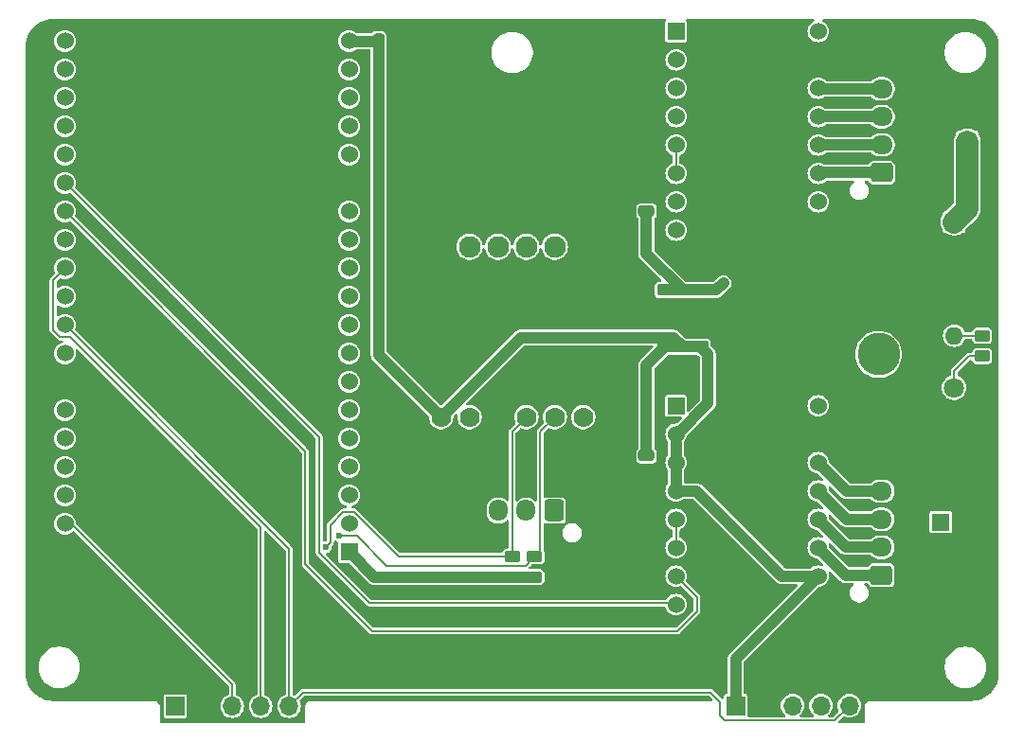
<source format=gbr>
%TF.GenerationSoftware,KiCad,Pcbnew,8.0.5*%
%TF.CreationDate,2024-09-19T11:27:23+10:00*%
%TF.ProjectId,SBR2.1,53425232-2e31-42e6-9b69-6361645f7063,rev?*%
%TF.SameCoordinates,Original*%
%TF.FileFunction,Copper,L1,Top*%
%TF.FilePolarity,Positive*%
%FSLAX46Y46*%
G04 Gerber Fmt 4.6, Leading zero omitted, Abs format (unit mm)*
G04 Created by KiCad (PCBNEW 8.0.5) date 2024-09-19 11:27:23*
%MOMM*%
%LPD*%
G01*
G04 APERTURE LIST*
G04 Aperture macros list*
%AMRoundRect*
0 Rectangle with rounded corners*
0 $1 Rounding radius*
0 $2 $3 $4 $5 $6 $7 $8 $9 X,Y pos of 4 corners*
0 Add a 4 corners polygon primitive as box body*
4,1,4,$2,$3,$4,$5,$6,$7,$8,$9,$2,$3,0*
0 Add four circle primitives for the rounded corners*
1,1,$1+$1,$2,$3*
1,1,$1+$1,$4,$5*
1,1,$1+$1,$6,$7*
1,1,$1+$1,$8,$9*
0 Add four rect primitives between the rounded corners*
20,1,$1+$1,$2,$3,$4,$5,0*
20,1,$1+$1,$4,$5,$6,$7,0*
20,1,$1+$1,$6,$7,$8,$9,0*
20,1,$1+$1,$8,$9,$2,$3,0*%
G04 Aperture macros list end*
%TA.AperFunction,SMDPad,CuDef*%
%ADD10RoundRect,0.250000X-0.475000X0.250000X-0.475000X-0.250000X0.475000X-0.250000X0.475000X0.250000X0*%
%TD*%
%TA.AperFunction,SMDPad,CuDef*%
%ADD11RoundRect,0.250000X0.475000X-0.250000X0.475000X0.250000X-0.475000X0.250000X-0.475000X-0.250000X0*%
%TD*%
%TA.AperFunction,SMDPad,CuDef*%
%ADD12RoundRect,0.250000X-2.050000X-0.300000X2.050000X-0.300000X2.050000X0.300000X-2.050000X0.300000X0*%
%TD*%
%TA.AperFunction,SMDPad,CuDef*%
%ADD13RoundRect,0.250000X-2.025000X-2.375000X2.025000X-2.375000X2.025000X2.375000X-2.025000X2.375000X0*%
%TD*%
%TA.AperFunction,SMDPad,CuDef*%
%ADD14RoundRect,0.250002X-4.449998X-5.149998X4.449998X-5.149998X4.449998X5.149998X-4.449998X5.149998X0*%
%TD*%
%TA.AperFunction,ComponentPad*%
%ADD15RoundRect,0.250000X0.600000X0.725000X-0.600000X0.725000X-0.600000X-0.725000X0.600000X-0.725000X0*%
%TD*%
%TA.AperFunction,ComponentPad*%
%ADD16O,1.700000X1.950000*%
%TD*%
%TA.AperFunction,ComponentPad*%
%ADD17R,1.600000X1.600000*%
%TD*%
%TA.AperFunction,ComponentPad*%
%ADD18C,1.600000*%
%TD*%
%TA.AperFunction,SMDPad,CuDef*%
%ADD19RoundRect,0.250000X0.450000X-0.262500X0.450000X0.262500X-0.450000X0.262500X-0.450000X-0.262500X0*%
%TD*%
%TA.AperFunction,ComponentPad*%
%ADD20R,1.530000X1.530000*%
%TD*%
%TA.AperFunction,ComponentPad*%
%ADD21C,1.530000*%
%TD*%
%TA.AperFunction,ComponentPad*%
%ADD22R,1.800000X1.800000*%
%TD*%
%TA.AperFunction,ComponentPad*%
%ADD23C,1.800000*%
%TD*%
%TA.AperFunction,ComponentPad*%
%ADD24R,1.700000X1.700000*%
%TD*%
%TA.AperFunction,ComponentPad*%
%ADD25O,1.700000X1.700000*%
%TD*%
%TA.AperFunction,ComponentPad*%
%ADD26C,1.778000*%
%TD*%
%TA.AperFunction,ComponentPad*%
%ADD27C,1.930400*%
%TD*%
%TA.AperFunction,ComponentPad*%
%ADD28O,1.600000X1.600000*%
%TD*%
%TA.AperFunction,SMDPad,CuDef*%
%ADD29RoundRect,0.250000X-0.250000X-0.475000X0.250000X-0.475000X0.250000X0.475000X-0.250000X0.475000X0*%
%TD*%
%TA.AperFunction,SMDPad,CuDef*%
%ADD30RoundRect,0.250000X-0.450000X0.262500X-0.450000X-0.262500X0.450000X-0.262500X0.450000X0.262500X0*%
%TD*%
%TA.AperFunction,ComponentPad*%
%ADD31R,3.800000X3.800000*%
%TD*%
%TA.AperFunction,ComponentPad*%
%ADD32C,3.800000*%
%TD*%
%TA.AperFunction,ComponentPad*%
%ADD33RoundRect,0.250000X0.725000X-0.600000X0.725000X0.600000X-0.725000X0.600000X-0.725000X-0.600000X0*%
%TD*%
%TA.AperFunction,ComponentPad*%
%ADD34O,1.950000X1.700000*%
%TD*%
%TA.AperFunction,ViaPad*%
%ADD35C,0.600000*%
%TD*%
%TA.AperFunction,Conductor*%
%ADD36C,1.000000*%
%TD*%
%TA.AperFunction,Conductor*%
%ADD37C,0.200000*%
%TD*%
%TA.AperFunction,Conductor*%
%ADD38C,2.000000*%
%TD*%
G04 APERTURE END LIST*
D10*
%TO.P,C2,1*%
%TO.N,+5V*%
X139000000Y-77550000D03*
%TO.P,C2,2*%
%TO.N,GND*%
X139000000Y-79450000D03*
%TD*%
D11*
%TO.P,C1,1*%
%TO.N,+15V*%
X139000000Y-55700000D03*
%TO.P,C1,2*%
%TO.N,GND*%
X139000000Y-53800000D03*
%TD*%
D12*
%TO.P,U5,1,IN*%
%TO.N,+15V*%
X142250000Y-62750000D03*
%TO.P,U5,2,GND*%
%TO.N,GND*%
X142250000Y-65290000D03*
D13*
X148975000Y-62515000D03*
X148975000Y-68065000D03*
D14*
X151400000Y-65290000D03*
D13*
X153825000Y-62515000D03*
X153825000Y-68065000D03*
D12*
%TO.P,U5,3,OUT*%
%TO.N,+5V*%
X142250000Y-67830000D03*
%TD*%
D15*
%TO.P,J4,1,Pin_1*%
%TO.N,+15V*%
X130750000Y-82475000D03*
D16*
%TO.P,J4,2,Pin_2*%
%TO.N,+5V*%
X128250000Y-82475000D03*
%TO.P,J4,3,Pin_3*%
%TO.N,Net-(J1-Pin_2)*%
X125750000Y-82475000D03*
%TO.P,J4,4,Pin_4*%
%TO.N,GND*%
X123250000Y-82475000D03*
%TD*%
D17*
%TO.P,C4,1*%
%TO.N,+15V*%
X165317621Y-83500000D03*
D18*
%TO.P,C4,2*%
%TO.N,GND*%
X167817621Y-83500000D03*
%TD*%
D19*
%TO.P,R2,1*%
%TO.N,Net-(D2-A)*%
X169000000Y-68662500D03*
%TO.P,R2,2*%
%TO.N,Net-(D1-A)*%
X169000000Y-66837500D03*
%TD*%
D20*
%TO.P,U2,1,~{ENABLE}*%
%TO.N,unconnected-(U2-~{ENABLE}-Pad1)*%
X141650000Y-39610000D03*
D21*
%TO.P,U2,2,MS1*%
%TO.N,+5V*%
X141650000Y-42150000D03*
%TO.P,U2,3,MS2*%
X141650000Y-44690000D03*
%TO.P,U2,4,MS3*%
X141650000Y-47230000D03*
%TO.P,U2,5,~{RESET}*%
%TO.N,Net-(U2-~{RESET})*%
X141650000Y-49770000D03*
%TO.P,U2,6,~{SLEEP}*%
X141650000Y-52310000D03*
%TO.P,U2,7,STEP*%
%TO.N,/M2STEP*%
X141650000Y-54850000D03*
%TO.P,U2,8,DIR*%
%TO.N,/M2DIR*%
X141650000Y-57390000D03*
%TO.P,U2,9,GND*%
%TO.N,GND*%
X154350000Y-57390000D03*
%TO.P,U2,10,VDD*%
%TO.N,+5V*%
X154350000Y-54850000D03*
%TO.P,U2,11,1B*%
%TO.N,Net-(J3-Pin_1)*%
X154350000Y-52310000D03*
%TO.P,U2,12,1A*%
%TO.N,Net-(J3-Pin_2)*%
X154350000Y-49770000D03*
%TO.P,U2,13,2A*%
%TO.N,Net-(J3-Pin_3)*%
X154350000Y-47230000D03*
%TO.P,U2,14,2B*%
%TO.N,Net-(J3-Pin_4)*%
X154350000Y-44690000D03*
%TO.P,U2,15,GND__1*%
%TO.N,GND*%
X154350000Y-42150000D03*
%TO.P,U2,16,VMOT*%
%TO.N,+15V*%
X154350000Y-39610000D03*
%TD*%
D22*
%TO.P,D2,1,K*%
%TO.N,GND*%
X166500000Y-74025000D03*
D23*
%TO.P,D2,2,A*%
%TO.N,Net-(D2-A)*%
X166500000Y-71485000D03*
%TD*%
D24*
%TO.P,J9,1,Pin_1*%
%TO.N,+5V*%
X146980000Y-99925000D03*
D25*
%TO.P,J9,2,Pin_2*%
%TO.N,GND*%
X149520000Y-99925000D03*
%TO.P,J9,3,Pin_3*%
%TO.N,unconnected-(J9-Pin_3-Pad3)*%
X152060000Y-99925000D03*
%TO.P,J9,4,Pin_4*%
%TO.N,/CS1*%
X154600000Y-99925000D03*
%TO.P,J9,5,Pin_5*%
%TO.N,/CLK*%
X157140000Y-99925000D03*
%TD*%
D26*
%TO.P,U6,1,VIN*%
%TO.N,+5V*%
X120650000Y-74120000D03*
%TO.P,U6,2,3VO*%
%TO.N,unconnected-(U6-3VO-Pad2)*%
X123190000Y-74120000D03*
%TO.P,U6,3,GND*%
%TO.N,GND*%
X125730000Y-74120000D03*
%TO.P,U6,4,SCL*%
%TO.N,/SCL*%
X128270000Y-74120000D03*
%TO.P,U6,5,SDA*%
%TO.N,/SDA*%
X130810000Y-74120000D03*
%TO.P,U6,6,RST*%
%TO.N,unconnected-(U6-RST-Pad6)*%
X133350000Y-74120000D03*
D27*
%TO.P,U6,7,INT*%
%TO.N,unconnected-(U6-INT-Pad7)*%
X123190000Y-58880000D03*
%TO.P,U6,8,ADR*%
%TO.N,unconnected-(U6-ADR-Pad8)*%
X125730000Y-58880000D03*
%TO.P,U6,9,PS0*%
%TO.N,unconnected-(U6-PS0-Pad9)*%
X128270000Y-58880000D03*
%TO.P,U6,10,PS1*%
%TO.N,unconnected-(U6-PS1-Pad10)*%
X130810000Y-58880000D03*
%TD*%
D20*
%TO.P,U3,1,3V3*%
%TO.N,+3V3*%
X112427500Y-86200000D03*
D21*
%TO.P,U3,2,EN*%
%TO.N,unconnected-(U3-EN-Pad2)*%
X112427500Y-83660000D03*
%TO.P,U3,3,SENSOR_VP*%
%TO.N,unconnected-(U3-SENSOR_VP-Pad3)*%
X112427500Y-81120000D03*
%TO.P,U3,4,SENSOR_VN*%
%TO.N,unconnected-(U3-SENSOR_VN-Pad4)*%
X112427500Y-78580000D03*
%TO.P,U3,5,IO34*%
%TO.N,unconnected-(U3-IO34-Pad5)*%
X112427500Y-76040000D03*
%TO.P,U3,6,IO35*%
%TO.N,unconnected-(U3-IO35-Pad6)*%
X112427500Y-73500000D03*
%TO.P,U3,7,IO32*%
%TO.N,unconnected-(U3-IO32-Pad7)*%
X112427500Y-70960000D03*
%TO.P,U3,8,IO33*%
%TO.N,unconnected-(U3-IO33-Pad8)*%
X112427500Y-68420000D03*
%TO.P,U3,9,IO25*%
%TO.N,unconnected-(U3-IO25-Pad9)*%
X112427500Y-65880000D03*
%TO.P,U3,10,IO26*%
%TO.N,unconnected-(U3-IO26-Pad10)*%
X112427500Y-63340000D03*
%TO.P,U3,11,IO27*%
%TO.N,unconnected-(U3-IO27-Pad11)*%
X112427500Y-60800000D03*
%TO.P,U3,12,IO14*%
%TO.N,unconnected-(U3-IO14-Pad12)*%
X112427500Y-58260000D03*
%TO.P,U3,13,IO12*%
%TO.N,unconnected-(U3-IO12-Pad13)*%
X112427500Y-55720000D03*
%TO.P,U3,14,GND1*%
%TO.N,GND*%
X112427500Y-53180000D03*
%TO.P,U3,15,IO13*%
%TO.N,unconnected-(U3-IO13-Pad15)*%
X112427500Y-50640000D03*
%TO.P,U3,16,SD2*%
%TO.N,unconnected-(U3-SD2-Pad16)*%
X112427500Y-48100000D03*
%TO.P,U3,17,SD3*%
%TO.N,unconnected-(U3-SD3-Pad17)*%
X112427500Y-45560000D03*
%TO.P,U3,18,CMD*%
%TO.N,unconnected-(U3-CMD-Pad18)*%
X112427500Y-43020000D03*
%TO.P,U3,19,EXT_5V*%
%TO.N,+5V*%
X112427500Y-40480000D03*
%TO.P,U3,20,CLK*%
%TO.N,unconnected-(U3-CLK-Pad20)*%
X87027500Y-40480000D03*
%TO.P,U3,21,SD0*%
%TO.N,unconnected-(U3-SD0-Pad21)*%
X87027500Y-43020000D03*
%TO.P,U3,22,SD1*%
%TO.N,unconnected-(U3-SD1-Pad22)*%
X87027500Y-45560000D03*
%TO.P,U3,23,IO15*%
%TO.N,/M2DIR*%
X87027500Y-48100000D03*
%TO.P,U3,24,IO2*%
%TO.N,/M2STEP*%
X87027500Y-50640000D03*
%TO.P,U3,25,IO0*%
%TO.N,/M1DIR*%
X87027500Y-53180000D03*
%TO.P,U3,26,IO4*%
%TO.N,/M1STEP*%
X87027500Y-55720000D03*
%TO.P,U3,27,IO16*%
%TO.N,unconnected-(U3-IO16-Pad27)*%
X87027500Y-58260000D03*
%TO.P,U3,28,IO17*%
%TO.N,/CS1*%
X87027500Y-60800000D03*
%TO.P,U3,29,IO5*%
%TO.N,unconnected-(U3-IO5-Pad29)*%
X87027500Y-63340000D03*
%TO.P,U3,30,IO18*%
%TO.N,/CLK*%
X87027500Y-65880000D03*
%TO.P,U3,31,IO19*%
%TO.N,unconnected-(U3-IO19-Pad31)*%
X87027500Y-68420000D03*
%TO.P,U3,32,GND2*%
%TO.N,GND*%
X87027500Y-70960000D03*
%TO.P,U3,33,IO21*%
%TO.N,/SDA*%
X87027500Y-73500000D03*
%TO.P,U3,34,RXD0*%
%TO.N,unconnected-(U3-RXD0-Pad34)*%
X87027500Y-76040000D03*
%TO.P,U3,35,TXD0*%
%TO.N,unconnected-(U3-TXD0-Pad35)*%
X87027500Y-78580000D03*
%TO.P,U3,36,IO22*%
%TO.N,/SCL*%
X87027500Y-81120000D03*
%TO.P,U3,37,IO23*%
%TO.N,/DIN*%
X87027500Y-83660000D03*
%TO.P,U3,38,GND3*%
%TO.N,GND*%
X87027500Y-86200000D03*
%TD*%
D17*
%TO.P,D1,1,K*%
%TO.N,+15V*%
X166500000Y-56670000D03*
D28*
%TO.P,D1,2,A*%
%TO.N,Net-(D1-A)*%
X166500000Y-66830000D03*
%TD*%
D24*
%TO.P,J8,1,Pin_1*%
%TO.N,+5V*%
X96890000Y-99975000D03*
D25*
%TO.P,J8,2,Pin_2*%
%TO.N,GND*%
X99430000Y-99975000D03*
%TO.P,J8,3,Pin_3*%
%TO.N,/DIN*%
X101970000Y-99975000D03*
%TO.P,J8,4,Pin_4*%
%TO.N,/CS1*%
X104510000Y-99975000D03*
%TO.P,J8,5,Pin_5*%
%TO.N,/CLK*%
X107050000Y-99975000D03*
%TD*%
D29*
%TO.P,C5,1*%
%TO.N,+5V*%
X115050000Y-40500000D03*
%TO.P,C5,2*%
%TO.N,GND*%
X116950000Y-40500000D03*
%TD*%
D30*
%TO.P,R3,1*%
%TO.N,/SDA*%
X129000000Y-86587500D03*
%TO.P,R3,2*%
%TO.N,+3V3*%
X129000000Y-88412500D03*
%TD*%
%TO.P,R1,1*%
%TO.N,/SCL*%
X127000000Y-86587500D03*
%TO.P,R1,2*%
%TO.N,+3V3*%
X127000000Y-88412500D03*
%TD*%
D17*
%TO.P,C3,1*%
%TO.N,+15V*%
X167682380Y-49500000D03*
D18*
%TO.P,C3,2*%
%TO.N,GND*%
X165182380Y-49500000D03*
%TD*%
D31*
%TO.P,J1,1,Pin_1*%
%TO.N,GND*%
X159750000Y-63500000D03*
D32*
%TO.P,J1,2,Pin_2*%
%TO.N,Net-(J1-Pin_2)*%
X159750000Y-68500000D03*
%TD*%
D20*
%TO.P,U1,1,~{ENABLE}*%
%TO.N,unconnected-(U1-~{ENABLE}-Pad1)*%
X141650000Y-73110000D03*
D21*
%TO.P,U1,2,MS1*%
%TO.N,+5V*%
X141650000Y-75650000D03*
%TO.P,U1,3,MS2*%
X141650000Y-78190000D03*
%TO.P,U1,4,MS3*%
X141650000Y-80730000D03*
%TO.P,U1,5,~{RESET}*%
%TO.N,Net-(U1-~{RESET})*%
X141650000Y-83270000D03*
%TO.P,U1,6,~{SLEEP}*%
X141650000Y-85810000D03*
%TO.P,U1,7,STEP*%
%TO.N,/M1STEP*%
X141650000Y-88350000D03*
%TO.P,U1,8,DIR*%
%TO.N,/M1DIR*%
X141650000Y-90890000D03*
%TO.P,U1,9,GND*%
%TO.N,GND*%
X154350000Y-90890000D03*
%TO.P,U1,10,VDD*%
%TO.N,+5V*%
X154350000Y-88350000D03*
%TO.P,U1,11,1B*%
%TO.N,Net-(J2-Pin_1)*%
X154350000Y-85810000D03*
%TO.P,U1,12,1A*%
%TO.N,Net-(J2-Pin_2)*%
X154350000Y-83270000D03*
%TO.P,U1,13,2A*%
%TO.N,Net-(J2-Pin_3)*%
X154350000Y-80730000D03*
%TO.P,U1,14,2B*%
%TO.N,Net-(J2-Pin_4)*%
X154350000Y-78190000D03*
%TO.P,U1,15,GND__1*%
%TO.N,GND*%
X154350000Y-75650000D03*
%TO.P,U1,16,VMOT*%
%TO.N,+15V*%
X154350000Y-73110000D03*
%TD*%
D33*
%TO.P,J3,1,Pin_1*%
%TO.N,Net-(J3-Pin_1)*%
X160025000Y-52250000D03*
D34*
%TO.P,J3,2,Pin_2*%
%TO.N,Net-(J3-Pin_2)*%
X160025000Y-49750000D03*
%TO.P,J3,3,Pin_3*%
%TO.N,Net-(J3-Pin_3)*%
X160025000Y-47250000D03*
%TO.P,J3,4,Pin_4*%
%TO.N,Net-(J3-Pin_4)*%
X160025000Y-44750000D03*
%TD*%
D33*
%TO.P,J2,1,Pin_1*%
%TO.N,Net-(J2-Pin_1)*%
X160000000Y-88250000D03*
D34*
%TO.P,J2,2,Pin_2*%
%TO.N,Net-(J2-Pin_2)*%
X160000000Y-85750000D03*
%TO.P,J2,3,Pin_3*%
%TO.N,Net-(J2-Pin_3)*%
X160000000Y-83250000D03*
%TO.P,J2,4,Pin_4*%
%TO.N,Net-(J2-Pin_4)*%
X160000000Y-80750000D03*
%TD*%
D35*
%TO.N,+5V*%
X136500000Y-67000000D03*
%TO.N,GND*%
X147000000Y-59250000D03*
X153000000Y-59250000D03*
X153750000Y-59250000D03*
X150000000Y-59250000D03*
X149250000Y-59250000D03*
X151500000Y-59250000D03*
X150750000Y-59250000D03*
X148500000Y-59250000D03*
X147750000Y-59250000D03*
X152250000Y-59250000D03*
X153750000Y-71500000D03*
X153000000Y-71500000D03*
X152250000Y-71500000D03*
X151500000Y-71500000D03*
X150750000Y-71500000D03*
X150000000Y-71500000D03*
X149250000Y-71500000D03*
X148500000Y-71500000D03*
X147750000Y-71500000D03*
X147000000Y-71500000D03*
%TO.N,+15V*%
X145875000Y-62125000D03*
X145250000Y-62750000D03*
%TO.N,/SDA*%
X111500000Y-84750000D03*
%TO.N,/SCL*%
X110350000Y-85750000D03*
%TD*%
D36*
%TO.N,+5V*%
X127770000Y-67000000D02*
X120650000Y-74120000D01*
X136500000Y-67000000D02*
X127770000Y-67000000D01*
X141420000Y-67000000D02*
X142250000Y-67830000D01*
X136500000Y-67000000D02*
X141420000Y-67000000D01*
X140670000Y-67830000D02*
X142250000Y-67830000D01*
X139000000Y-69500000D02*
X140670000Y-67830000D01*
X139000000Y-77550000D02*
X139000000Y-69500000D01*
X144500000Y-68500000D02*
X143830000Y-67830000D01*
X144500000Y-72900000D02*
X144500000Y-68500000D01*
X141750000Y-75650000D02*
X144500000Y-72900000D01*
X141650000Y-75650000D02*
X141750000Y-75650000D01*
X143830000Y-67830000D02*
X142250000Y-67830000D01*
X141650000Y-80730000D02*
X141650000Y-75650000D01*
X143480000Y-80730000D02*
X141650000Y-80730000D01*
X151100000Y-88350000D02*
X143480000Y-80730000D01*
X154350000Y-88350000D02*
X151100000Y-88350000D01*
%TO.N,+15V*%
X142250000Y-62750000D02*
X145250000Y-62750000D01*
X145250000Y-62750000D02*
X145875000Y-62125000D01*
D37*
%TO.N,/SDA*%
X129500000Y-86087500D02*
X129000000Y-86587500D01*
X129500000Y-75430000D02*
X129500000Y-86087500D01*
X130810000Y-74120000D02*
X129500000Y-75430000D01*
D36*
%TO.N,+15V*%
X139000000Y-59500000D02*
X139000000Y-55700000D01*
X142250000Y-62750000D02*
X139000000Y-59500000D01*
D38*
%TO.N,Net-(J1-Pin_2)*%
X159750000Y-68500000D02*
X159575000Y-68675000D01*
%TO.N,GND*%
X165182380Y-50817620D02*
X165182380Y-49500000D01*
X159000000Y-57000000D02*
X165182380Y-50817620D01*
X159000000Y-63500000D02*
X159000000Y-57000000D01*
%TO.N,+15V*%
X167682380Y-55487620D02*
X167682380Y-49500000D01*
X166500000Y-56670000D02*
X167682380Y-55487620D01*
D36*
%TO.N,+5V*%
X115050000Y-68520000D02*
X120650000Y-74120000D01*
X115050000Y-40500000D02*
X112447500Y-40500000D01*
X115050000Y-40500000D02*
X115050000Y-68520000D01*
X112447500Y-40500000D02*
X112427500Y-40480000D01*
X146980000Y-95720000D02*
X146980000Y-99925000D01*
X154350000Y-88350000D02*
X146980000Y-95720000D01*
%TO.N,GND*%
X149950000Y-66500000D02*
X147500000Y-66500000D01*
D38*
X165182380Y-46182380D02*
X161150000Y-42150000D01*
X161150000Y-42150000D02*
X154350000Y-42150000D01*
X167817621Y-75342621D02*
X166500000Y-74025000D01*
X165182380Y-49500000D02*
X165182380Y-46182380D01*
X167817621Y-83500000D02*
X167817621Y-75342621D01*
X164350000Y-74025000D02*
X166500000Y-74025000D01*
D36*
%TO.N,Net-(J2-Pin_4)*%
X156910000Y-80750000D02*
X154350000Y-78190000D01*
X160000000Y-80750000D02*
X156910000Y-80750000D01*
%TO.N,Net-(J2-Pin_1)*%
X160000000Y-88250000D02*
X156790000Y-88250000D01*
X156790000Y-88250000D02*
X154350000Y-85810000D01*
%TO.N,Net-(J2-Pin_2)*%
X156830000Y-85750000D02*
X154350000Y-83270000D01*
X160000000Y-85750000D02*
X156830000Y-85750000D01*
%TO.N,Net-(J2-Pin_3)*%
X160000000Y-83250000D02*
X156870000Y-83250000D01*
X156870000Y-83250000D02*
X154350000Y-80730000D01*
%TO.N,Net-(J3-Pin_1)*%
X160025000Y-52250000D02*
X154410000Y-52250000D01*
X154410000Y-52250000D02*
X154350000Y-52310000D01*
%TO.N,Net-(J3-Pin_2)*%
X160025000Y-49750000D02*
X154370000Y-49750000D01*
X154370000Y-49750000D02*
X154350000Y-49770000D01*
%TO.N,Net-(J3-Pin_4)*%
X160025000Y-44750000D02*
X154410000Y-44750000D01*
X154410000Y-44750000D02*
X154350000Y-44690000D01*
%TO.N,Net-(J3-Pin_3)*%
X160005000Y-47230000D02*
X160025000Y-47250000D01*
X154350000Y-47230000D02*
X160005000Y-47230000D01*
D37*
%TO.N,Net-(U1-~{RESET})*%
X141650000Y-83270000D02*
X141650000Y-85810000D01*
D36*
%TO.N,+3V3*%
X112427500Y-86200000D02*
X114640000Y-88412500D01*
X114640000Y-88412500D02*
X129000000Y-88412500D01*
D37*
%TO.N,/M1DIR*%
X141510000Y-90750000D02*
X114250000Y-90750000D01*
X141650000Y-90890000D02*
X141510000Y-90750000D01*
X114250000Y-90750000D02*
X109750000Y-86250000D01*
X109750000Y-75902500D02*
X87027500Y-53180000D01*
X109750000Y-86250000D02*
X109750000Y-75902500D01*
%TO.N,/M1STEP*%
X114500000Y-93250000D02*
X108500000Y-87250000D01*
X143500000Y-90200000D02*
X143500000Y-91500000D01*
X141650000Y-88350000D02*
X143500000Y-90200000D01*
X143500000Y-91500000D02*
X141750000Y-93250000D01*
X108500000Y-87250000D02*
X108500000Y-77192500D01*
X108500000Y-77192500D02*
X87027500Y-55720000D01*
X141750000Y-93250000D02*
X114500000Y-93250000D01*
%TO.N,Net-(U2-~{RESET})*%
X141650000Y-52310000D02*
X141650000Y-49770000D01*
%TO.N,/SDA*%
X113107500Y-84750000D02*
X115757500Y-87400000D01*
X111500000Y-84750000D02*
X113107500Y-84750000D01*
X128187500Y-87400000D02*
X129000000Y-86587500D01*
X115757500Y-87400000D02*
X128187500Y-87400000D01*
%TO.N,/SCL*%
X110750000Y-83750000D02*
X111905000Y-82595000D01*
X112868638Y-82595000D02*
X116861138Y-86587500D01*
X110350000Y-85750000D02*
X110750000Y-85350000D01*
X127000000Y-75390000D02*
X127000000Y-86587500D01*
X116861138Y-86587500D02*
X127000000Y-86587500D01*
X111905000Y-82595000D02*
X112868638Y-82595000D01*
X128270000Y-74120000D02*
X127000000Y-75390000D01*
X110750000Y-85350000D02*
X110750000Y-83750000D01*
%TO.N,Net-(D1-A)*%
X166500000Y-66830000D02*
X168992500Y-66830000D01*
X168992500Y-66830000D02*
X169000000Y-66837500D01*
%TO.N,Net-(D2-A)*%
X166500000Y-70000000D02*
X166500000Y-71485000D01*
X169000000Y-68662500D02*
X167837500Y-68662500D01*
X167837500Y-68662500D02*
X166500000Y-70000000D01*
%TO.N,/DIN*%
X101970000Y-98025000D02*
X87605000Y-83660000D01*
X101970000Y-99975000D02*
X101970000Y-98025000D01*
X87605000Y-83660000D02*
X87027500Y-83660000D01*
%TO.N,/CS1*%
X86586362Y-66945000D02*
X85962500Y-66321138D01*
X104510000Y-99975000D02*
X104510000Y-83986362D01*
X85962500Y-66321138D02*
X85962500Y-61865000D01*
X85962500Y-61865000D02*
X87027500Y-60800000D01*
X104510000Y-83986362D02*
X87468638Y-66945000D01*
X87468638Y-66945000D02*
X86586362Y-66945000D01*
%TO.N,/CLK*%
X145600000Y-100850000D02*
X145600000Y-99600000D01*
X108275000Y-98750000D02*
X107050000Y-99975000D01*
X157140000Y-99925000D02*
X155815000Y-101250000D01*
X146000000Y-101250000D02*
X145600000Y-100850000D01*
X107050000Y-85902500D02*
X87027500Y-65880000D01*
X107050000Y-99975000D02*
X107050000Y-85902500D01*
X155815000Y-101250000D02*
X146000000Y-101250000D01*
X144750000Y-98750000D02*
X108275000Y-98750000D01*
X145600000Y-99600000D02*
X144750000Y-98750000D01*
%TD*%
%TA.AperFunction,Conductor*%
%TO.N,GND*%
G36*
X140709100Y-38520185D02*
G01*
X140754855Y-38572989D01*
X140764799Y-38642147D01*
X140745163Y-38693391D01*
X140696132Y-38766769D01*
X140696131Y-38766770D01*
X140684500Y-38825247D01*
X140684500Y-40394752D01*
X140696131Y-40453229D01*
X140696132Y-40453230D01*
X140740447Y-40519552D01*
X140806769Y-40563867D01*
X140806770Y-40563868D01*
X140865247Y-40575499D01*
X140865250Y-40575500D01*
X140865252Y-40575500D01*
X142434750Y-40575500D01*
X142434751Y-40575499D01*
X142449568Y-40572552D01*
X142493229Y-40563868D01*
X142493229Y-40563867D01*
X142493231Y-40563867D01*
X142559552Y-40519552D01*
X142603867Y-40453231D01*
X142603867Y-40453229D01*
X142603868Y-40453229D01*
X142615499Y-40394752D01*
X142615500Y-40394750D01*
X142615500Y-38825249D01*
X142615499Y-38825247D01*
X142603868Y-38766770D01*
X142603867Y-38766769D01*
X142554837Y-38693391D01*
X142533959Y-38626714D01*
X142552443Y-38559334D01*
X142604422Y-38512643D01*
X142657939Y-38500500D01*
X153882523Y-38500500D01*
X153949562Y-38520185D01*
X153995317Y-38572989D01*
X154005261Y-38642147D01*
X153976236Y-38705703D01*
X153940978Y-38733857D01*
X153841923Y-38786803D01*
X153810999Y-38803332D01*
X153663984Y-38923984D01*
X153543332Y-39070999D01*
X153453678Y-39238731D01*
X153398469Y-39420730D01*
X153379828Y-39610000D01*
X153398469Y-39799269D01*
X153402367Y-39812118D01*
X153453678Y-39981269D01*
X153524445Y-40113665D01*
X153543332Y-40149000D01*
X153663984Y-40296015D01*
X153766291Y-40379976D01*
X153811001Y-40416669D01*
X153978731Y-40506322D01*
X154160729Y-40561530D01*
X154160728Y-40561530D01*
X154177698Y-40563201D01*
X154350000Y-40580172D01*
X154539271Y-40561530D01*
X154721269Y-40506322D01*
X154888999Y-40416669D01*
X155036015Y-40296015D01*
X155156669Y-40148999D01*
X155246322Y-39981269D01*
X155301530Y-39799271D01*
X155320172Y-39610000D01*
X155301530Y-39420729D01*
X155246322Y-39238731D01*
X155156669Y-39071001D01*
X155055377Y-38947577D01*
X155036015Y-38923984D01*
X154889000Y-38803332D01*
X154888999Y-38803331D01*
X154759022Y-38733857D01*
X154709180Y-38684896D01*
X154693719Y-38616759D01*
X154717550Y-38551079D01*
X154773108Y-38508710D01*
X154817477Y-38500500D01*
X167934108Y-38500500D01*
X167996249Y-38500500D01*
X168003736Y-38500726D01*
X168293796Y-38518271D01*
X168308657Y-38520075D01*
X168590798Y-38571780D01*
X168605335Y-38575363D01*
X168879172Y-38660695D01*
X168893163Y-38666000D01*
X169154743Y-38783727D01*
X169167989Y-38790680D01*
X169413465Y-38939075D01*
X169425776Y-38947573D01*
X169583321Y-39071001D01*
X169651573Y-39124473D01*
X169662781Y-39134403D01*
X169865596Y-39337218D01*
X169875526Y-39348426D01*
X170016581Y-39528470D01*
X170052422Y-39574217D01*
X170060926Y-39586537D01*
X170197295Y-39812119D01*
X170209316Y-39832004D01*
X170216275Y-39845263D01*
X170333997Y-40106831D01*
X170339306Y-40120832D01*
X170424635Y-40394663D01*
X170428219Y-40409201D01*
X170479923Y-40691340D01*
X170481728Y-40706205D01*
X170499274Y-40996263D01*
X170499500Y-41003750D01*
X170499501Y-96934109D01*
X170499501Y-96996250D01*
X170499275Y-97003737D01*
X170481729Y-97293795D01*
X170479924Y-97308660D01*
X170428220Y-97590798D01*
X170424636Y-97605336D01*
X170339305Y-97879175D01*
X170333995Y-97893177D01*
X170216278Y-98154731D01*
X170209320Y-98167988D01*
X170060929Y-98413459D01*
X170052423Y-98425783D01*
X169875526Y-98651574D01*
X169865596Y-98662782D01*
X169662782Y-98865596D01*
X169651574Y-98875526D01*
X169425783Y-99052423D01*
X169413459Y-99060929D01*
X169167988Y-99209320D01*
X169154731Y-99216278D01*
X168893177Y-99333995D01*
X168879175Y-99339305D01*
X168605336Y-99424636D01*
X168590798Y-99428220D01*
X168308660Y-99479924D01*
X168293795Y-99481729D01*
X168014455Y-99498625D01*
X168003736Y-99499274D01*
X167996251Y-99499500D01*
X158934108Y-99499500D01*
X158806812Y-99533608D01*
X158692686Y-99599500D01*
X158692683Y-99599502D01*
X158599502Y-99692683D01*
X158599500Y-99692686D01*
X158533608Y-99806812D01*
X158499500Y-99934108D01*
X158499500Y-101375500D01*
X158479815Y-101442539D01*
X158427011Y-101488294D01*
X158375500Y-101499500D01*
X156289833Y-101499500D01*
X156222794Y-101479815D01*
X156177039Y-101427011D01*
X156167095Y-101357853D01*
X156196120Y-101294297D01*
X156202152Y-101287819D01*
X156575672Y-100914298D01*
X156636995Y-100880813D01*
X156706686Y-100885797D01*
X156721805Y-100892620D01*
X156736046Y-100900232D01*
X156934066Y-100960300D01*
X156934065Y-100960300D01*
X156952529Y-100962118D01*
X157140000Y-100980583D01*
X157345934Y-100960300D01*
X157543954Y-100900232D01*
X157726450Y-100802685D01*
X157886410Y-100671410D01*
X158017685Y-100511450D01*
X158115232Y-100328954D01*
X158175300Y-100130934D01*
X158195583Y-99925000D01*
X158175300Y-99719066D01*
X158115232Y-99521046D01*
X158017685Y-99338550D01*
X157914812Y-99213198D01*
X157886410Y-99178589D01*
X157736121Y-99055252D01*
X157726450Y-99047315D01*
X157543954Y-98949768D01*
X157345934Y-98889700D01*
X157345932Y-98889699D01*
X157345934Y-98889699D01*
X157140000Y-98869417D01*
X156934067Y-98889699D01*
X156736043Y-98949769D01*
X156651272Y-98995081D01*
X156553550Y-99047315D01*
X156553548Y-99047316D01*
X156553547Y-99047317D01*
X156393589Y-99178589D01*
X156263526Y-99337074D01*
X156262315Y-99338550D01*
X156254256Y-99353628D01*
X156164769Y-99521043D01*
X156104699Y-99719067D01*
X156084417Y-99925000D01*
X156104699Y-100130932D01*
X156164769Y-100328956D01*
X156172379Y-100343193D01*
X156186620Y-100411596D01*
X156161619Y-100476840D01*
X156150701Y-100489326D01*
X155726848Y-100913181D01*
X155665525Y-100946666D01*
X155639167Y-100949500D01*
X155354113Y-100949500D01*
X155287074Y-100929815D01*
X155241319Y-100877011D01*
X155231375Y-100807853D01*
X155260400Y-100744297D01*
X155275449Y-100729646D01*
X155346410Y-100671410D01*
X155477685Y-100511450D01*
X155575232Y-100328954D01*
X155635300Y-100130934D01*
X155655583Y-99925000D01*
X155635300Y-99719066D01*
X155575232Y-99521046D01*
X155477685Y-99338550D01*
X155374812Y-99213198D01*
X155346410Y-99178589D01*
X155196121Y-99055252D01*
X155186450Y-99047315D01*
X155003954Y-98949768D01*
X154805934Y-98889700D01*
X154805932Y-98889699D01*
X154805934Y-98889699D01*
X154600000Y-98869417D01*
X154394067Y-98889699D01*
X154196043Y-98949769D01*
X154111272Y-98995081D01*
X154013550Y-99047315D01*
X154013548Y-99047316D01*
X154013547Y-99047317D01*
X153853589Y-99178589D01*
X153723526Y-99337074D01*
X153722315Y-99338550D01*
X153714256Y-99353628D01*
X153624769Y-99521043D01*
X153564699Y-99719067D01*
X153544417Y-99925000D01*
X153564699Y-100130932D01*
X153579867Y-100180934D01*
X153624768Y-100328954D01*
X153722315Y-100511450D01*
X153722317Y-100511452D01*
X153853589Y-100671410D01*
X153924551Y-100729646D01*
X153963886Y-100787392D01*
X153965757Y-100857237D01*
X153929570Y-100917005D01*
X153866814Y-100947721D01*
X153845887Y-100949500D01*
X152814113Y-100949500D01*
X152747074Y-100929815D01*
X152701319Y-100877011D01*
X152691375Y-100807853D01*
X152720400Y-100744297D01*
X152735449Y-100729646D01*
X152806410Y-100671410D01*
X152937685Y-100511450D01*
X153035232Y-100328954D01*
X153095300Y-100130934D01*
X153115583Y-99925000D01*
X153095300Y-99719066D01*
X153035232Y-99521046D01*
X152937685Y-99338550D01*
X152834812Y-99213198D01*
X152806410Y-99178589D01*
X152656121Y-99055252D01*
X152646450Y-99047315D01*
X152463954Y-98949768D01*
X152265934Y-98889700D01*
X152265932Y-98889699D01*
X152265934Y-98889699D01*
X152060000Y-98869417D01*
X151854067Y-98889699D01*
X151656043Y-98949769D01*
X151571272Y-98995081D01*
X151473550Y-99047315D01*
X151473548Y-99047316D01*
X151473547Y-99047317D01*
X151313589Y-99178589D01*
X151183526Y-99337074D01*
X151182315Y-99338550D01*
X151174256Y-99353628D01*
X151084769Y-99521043D01*
X151024699Y-99719067D01*
X151004417Y-99925000D01*
X151024699Y-100130932D01*
X151039867Y-100180934D01*
X151084768Y-100328954D01*
X151182315Y-100511450D01*
X151182317Y-100511452D01*
X151313589Y-100671410D01*
X151384551Y-100729646D01*
X151423886Y-100787392D01*
X151425757Y-100857237D01*
X151389570Y-100917005D01*
X151326814Y-100947721D01*
X151305887Y-100949500D01*
X148150813Y-100949500D01*
X148083774Y-100929815D01*
X148038019Y-100877011D01*
X148028075Y-100807853D01*
X148029195Y-100801312D01*
X148030500Y-100794750D01*
X148030500Y-99055249D01*
X148030499Y-99055247D01*
X148018868Y-98996770D01*
X148018867Y-98996769D01*
X147974552Y-98930447D01*
X147908230Y-98886132D01*
X147908229Y-98886131D01*
X147849752Y-98874500D01*
X147849748Y-98874500D01*
X147804500Y-98874500D01*
X147737461Y-98854815D01*
X147691706Y-98802011D01*
X147680500Y-98750500D01*
X147680500Y-96378711D01*
X165649500Y-96378711D01*
X165649500Y-96621288D01*
X165681161Y-96861785D01*
X165743947Y-97096104D01*
X165775372Y-97171970D01*
X165836776Y-97320212D01*
X165958064Y-97530289D01*
X165958066Y-97530292D01*
X165958067Y-97530293D01*
X166105733Y-97722736D01*
X166105739Y-97722743D01*
X166277256Y-97894260D01*
X166277262Y-97894265D01*
X166469711Y-98041936D01*
X166679788Y-98163224D01*
X166903900Y-98256054D01*
X167138211Y-98318838D01*
X167318586Y-98342584D01*
X167378711Y-98350500D01*
X167378712Y-98350500D01*
X167621289Y-98350500D01*
X167669388Y-98344167D01*
X167861789Y-98318838D01*
X168096100Y-98256054D01*
X168320212Y-98163224D01*
X168530289Y-98041936D01*
X168722738Y-97894265D01*
X168894265Y-97722738D01*
X169041936Y-97530289D01*
X169163224Y-97320212D01*
X169256054Y-97096100D01*
X169318838Y-96861789D01*
X169350500Y-96621288D01*
X169350500Y-96378712D01*
X169318838Y-96138211D01*
X169256054Y-95903900D01*
X169163224Y-95679788D01*
X169041936Y-95469711D01*
X168894265Y-95277262D01*
X168894260Y-95277256D01*
X168722743Y-95105739D01*
X168722736Y-95105733D01*
X168530293Y-94958067D01*
X168530292Y-94958066D01*
X168530289Y-94958064D01*
X168320212Y-94836776D01*
X168320205Y-94836773D01*
X168096104Y-94743947D01*
X167861785Y-94681161D01*
X167621289Y-94649500D01*
X167621288Y-94649500D01*
X167378712Y-94649500D01*
X167378711Y-94649500D01*
X167138214Y-94681161D01*
X166903895Y-94743947D01*
X166679794Y-94836773D01*
X166679785Y-94836777D01*
X166469706Y-94958067D01*
X166277263Y-95105733D01*
X166277256Y-95105739D01*
X166105739Y-95277256D01*
X166105733Y-95277263D01*
X165958067Y-95469706D01*
X165836777Y-95679785D01*
X165836773Y-95679794D01*
X165743947Y-95903895D01*
X165681161Y-96138214D01*
X165649500Y-96378711D01*
X147680500Y-96378711D01*
X147680500Y-96061518D01*
X147700185Y-95994479D01*
X147716814Y-95973842D01*
X154341351Y-89349304D01*
X154402672Y-89315821D01*
X154416870Y-89313584D01*
X154539271Y-89301530D01*
X154721269Y-89246322D01*
X154888999Y-89156669D01*
X155036015Y-89036015D01*
X155156669Y-88888999D01*
X155246322Y-88721269D01*
X155301530Y-88539271D01*
X155320172Y-88350000D01*
X155301530Y-88160729D01*
X155267337Y-88048012D01*
X155266714Y-87978147D01*
X155303962Y-87919034D01*
X155367256Y-87889443D01*
X155436500Y-87898768D01*
X155473679Y-87924337D01*
X156343454Y-88794112D01*
X156458192Y-88870777D01*
X156585667Y-88923578D01*
X156585672Y-88923580D01*
X156585676Y-88923580D01*
X156585677Y-88923581D01*
X156721003Y-88950500D01*
X156721006Y-88950500D01*
X156721007Y-88950500D01*
X157406565Y-88950500D01*
X157473604Y-88970185D01*
X157519359Y-89022989D01*
X157529303Y-89092147D01*
X157500278Y-89155703D01*
X157475456Y-89177601D01*
X157470886Y-89180655D01*
X157457835Y-89189375D01*
X157339373Y-89307837D01*
X157246295Y-89447139D01*
X157182184Y-89601917D01*
X157182182Y-89601925D01*
X157149500Y-89766228D01*
X157149500Y-89933771D01*
X157182182Y-90098074D01*
X157182184Y-90098082D01*
X157246295Y-90252860D01*
X157339373Y-90392162D01*
X157457837Y-90510626D01*
X157550494Y-90572537D01*
X157597137Y-90603703D01*
X157751918Y-90667816D01*
X157916228Y-90700499D01*
X157916232Y-90700500D01*
X157916233Y-90700500D01*
X158083768Y-90700500D01*
X158083769Y-90700499D01*
X158248082Y-90667816D01*
X158402863Y-90603703D01*
X158542162Y-90510626D01*
X158660626Y-90392162D01*
X158753703Y-90252863D01*
X158817816Y-90098082D01*
X158850500Y-89933767D01*
X158850500Y-89766233D01*
X158817816Y-89601918D01*
X158753703Y-89447137D01*
X158722537Y-89400494D01*
X158660626Y-89307837D01*
X158542164Y-89189375D01*
X158533549Y-89183619D01*
X158524544Y-89177602D01*
X158479740Y-89123991D01*
X158471031Y-89054666D01*
X158501186Y-88991638D01*
X158560628Y-88954919D01*
X158593435Y-88950500D01*
X158744901Y-88950500D01*
X158811940Y-88970185D01*
X158857695Y-89022989D01*
X158861934Y-89033525D01*
X158872207Y-89062882D01*
X158952850Y-89172150D01*
X159062118Y-89252793D01*
X159104845Y-89267744D01*
X159190299Y-89297646D01*
X159220730Y-89300500D01*
X159220734Y-89300500D01*
X160779270Y-89300500D01*
X160809699Y-89297646D01*
X160809701Y-89297646D01*
X160873790Y-89275219D01*
X160937882Y-89252793D01*
X161047150Y-89172150D01*
X161127793Y-89062882D01*
X161152722Y-88991638D01*
X161172646Y-88934701D01*
X161172646Y-88934699D01*
X161175500Y-88904269D01*
X161175500Y-87595730D01*
X161172646Y-87565300D01*
X161172646Y-87565298D01*
X161138058Y-87466454D01*
X161127793Y-87437118D01*
X161047150Y-87327850D01*
X160937882Y-87247207D01*
X160937880Y-87247206D01*
X160809700Y-87202353D01*
X160779270Y-87199500D01*
X160779266Y-87199500D01*
X159220734Y-87199500D01*
X159220730Y-87199500D01*
X159190300Y-87202353D01*
X159190298Y-87202353D01*
X159062119Y-87247206D01*
X159062117Y-87247207D01*
X158952850Y-87327850D01*
X158874133Y-87434509D01*
X158872207Y-87437118D01*
X158861940Y-87466456D01*
X158821221Y-87523230D01*
X158756269Y-87548978D01*
X158744901Y-87549500D01*
X157131519Y-87549500D01*
X157064480Y-87529815D01*
X157043838Y-87513181D01*
X155349306Y-85818649D01*
X155315821Y-85757326D01*
X155313584Y-85743121D01*
X155313366Y-85740910D01*
X155301530Y-85620729D01*
X155267337Y-85508012D01*
X155266714Y-85438147D01*
X155303962Y-85379034D01*
X155367256Y-85349443D01*
X155436500Y-85358768D01*
X155473679Y-85384337D01*
X156383454Y-86294112D01*
X156498192Y-86370777D01*
X156616196Y-86419655D01*
X156625672Y-86423580D01*
X156625676Y-86423580D01*
X156625677Y-86423581D01*
X156761003Y-86450500D01*
X156761006Y-86450500D01*
X156761007Y-86450500D01*
X159038506Y-86450500D01*
X159105545Y-86470185D01*
X159126182Y-86486814D01*
X159205345Y-86565977D01*
X159377402Y-86680941D01*
X159568580Y-86760130D01*
X159767734Y-86799744D01*
X159771530Y-86800499D01*
X159771534Y-86800500D01*
X159771535Y-86800500D01*
X160228466Y-86800500D01*
X160228467Y-86800499D01*
X160431420Y-86760130D01*
X160622598Y-86680941D01*
X160794655Y-86565977D01*
X160940977Y-86419655D01*
X161055941Y-86247598D01*
X161135130Y-86056420D01*
X161175500Y-85853465D01*
X161175500Y-85646535D01*
X161135130Y-85443580D01*
X161055941Y-85252402D01*
X160940977Y-85080345D01*
X160940975Y-85080342D01*
X160794657Y-84934024D01*
X160681581Y-84858470D01*
X160622598Y-84819059D01*
X160431420Y-84739870D01*
X160431412Y-84739868D01*
X160228469Y-84699500D01*
X160228465Y-84699500D01*
X159771535Y-84699500D01*
X159771530Y-84699500D01*
X159568587Y-84739868D01*
X159568579Y-84739870D01*
X159377403Y-84819058D01*
X159259729Y-84897685D01*
X159205345Y-84934023D01*
X159126185Y-85013182D01*
X159064865Y-85046666D01*
X159038506Y-85049500D01*
X157171519Y-85049500D01*
X157104480Y-85029815D01*
X157083838Y-85013181D01*
X155349306Y-83278649D01*
X155315821Y-83217326D01*
X155313584Y-83203121D01*
X155308011Y-83146534D01*
X155301530Y-83080729D01*
X155267337Y-82968012D01*
X155266714Y-82898147D01*
X155303962Y-82839034D01*
X155367256Y-82809443D01*
X155436500Y-82818768D01*
X155473679Y-82844337D01*
X156423454Y-83794112D01*
X156538190Y-83870776D01*
X156636790Y-83911617D01*
X156665671Y-83923580D01*
X156665672Y-83923580D01*
X156665677Y-83923582D01*
X156692545Y-83928925D01*
X156692551Y-83928926D01*
X156692591Y-83928934D01*
X156782937Y-83946905D01*
X156801006Y-83950500D01*
X156801007Y-83950500D01*
X159038506Y-83950500D01*
X159105545Y-83970185D01*
X159126182Y-83986814D01*
X159205345Y-84065977D01*
X159377402Y-84180941D01*
X159568580Y-84260130D01*
X159736947Y-84293620D01*
X159771530Y-84300499D01*
X159771534Y-84300500D01*
X159771535Y-84300500D01*
X160228466Y-84300500D01*
X160228467Y-84300499D01*
X160431420Y-84260130D01*
X160622598Y-84180941D01*
X160794655Y-84065977D01*
X160940977Y-83919655D01*
X161055941Y-83747598D01*
X161135130Y-83556420D01*
X161175500Y-83353465D01*
X161175500Y-83146535D01*
X161135130Y-82943580D01*
X161055941Y-82752402D01*
X161007729Y-82680247D01*
X164317121Y-82680247D01*
X164317121Y-84319752D01*
X164328752Y-84378229D01*
X164328753Y-84378230D01*
X164373068Y-84444552D01*
X164439390Y-84488867D01*
X164439391Y-84488868D01*
X164497868Y-84500499D01*
X164497871Y-84500500D01*
X164497873Y-84500500D01*
X166137371Y-84500500D01*
X166137372Y-84500499D01*
X166152189Y-84497552D01*
X166195850Y-84488868D01*
X166195850Y-84488867D01*
X166195852Y-84488867D01*
X166262173Y-84444552D01*
X166306488Y-84378231D01*
X166306488Y-84378229D01*
X166306489Y-84378229D01*
X166318120Y-84319752D01*
X166318121Y-84319750D01*
X166318121Y-82680249D01*
X166318120Y-82680247D01*
X166306489Y-82621770D01*
X166306488Y-82621769D01*
X166262173Y-82555447D01*
X166195851Y-82511132D01*
X166195850Y-82511131D01*
X166137373Y-82499500D01*
X166137369Y-82499500D01*
X164497873Y-82499500D01*
X164497868Y-82499500D01*
X164439391Y-82511131D01*
X164439390Y-82511132D01*
X164373068Y-82555447D01*
X164328753Y-82621769D01*
X164328752Y-82621770D01*
X164317121Y-82680247D01*
X161007729Y-82680247D01*
X160940977Y-82580345D01*
X160940975Y-82580342D01*
X160794657Y-82434024D01*
X160643863Y-82333268D01*
X160622598Y-82319059D01*
X160612755Y-82314982D01*
X160431420Y-82239870D01*
X160431412Y-82239868D01*
X160228469Y-82199500D01*
X160228465Y-82199500D01*
X159771535Y-82199500D01*
X159771530Y-82199500D01*
X159568587Y-82239868D01*
X159568579Y-82239870D01*
X159377403Y-82319058D01*
X159295658Y-82373678D01*
X159205345Y-82434023D01*
X159126185Y-82513182D01*
X159064865Y-82546666D01*
X159038506Y-82549500D01*
X157211519Y-82549500D01*
X157144480Y-82529815D01*
X157123838Y-82513181D01*
X155349306Y-80738649D01*
X155315821Y-80677326D01*
X155313584Y-80663121D01*
X155301530Y-80540729D01*
X155267337Y-80428012D01*
X155266714Y-80358147D01*
X155303962Y-80299034D01*
X155367256Y-80269443D01*
X155436500Y-80278768D01*
X155473679Y-80304337D01*
X156463454Y-81294112D01*
X156578192Y-81370777D01*
X156687408Y-81416015D01*
X156705672Y-81423580D01*
X156705676Y-81423580D01*
X156705677Y-81423581D01*
X156841003Y-81450500D01*
X156841006Y-81450500D01*
X156841007Y-81450500D01*
X159038506Y-81450500D01*
X159105545Y-81470185D01*
X159126182Y-81486814D01*
X159205345Y-81565977D01*
X159377402Y-81680941D01*
X159568580Y-81760130D01*
X159771530Y-81800499D01*
X159771534Y-81800500D01*
X159771535Y-81800500D01*
X160228466Y-81800500D01*
X160228467Y-81800499D01*
X160431420Y-81760130D01*
X160622598Y-81680941D01*
X160794655Y-81565977D01*
X160940977Y-81419655D01*
X161055941Y-81247598D01*
X161135130Y-81056420D01*
X161175500Y-80853465D01*
X161175500Y-80646535D01*
X161135130Y-80443580D01*
X161055941Y-80252402D01*
X160940977Y-80080345D01*
X160940975Y-80080342D01*
X160794657Y-79934024D01*
X160644477Y-79833678D01*
X160622598Y-79819059D01*
X160607154Y-79812662D01*
X160431420Y-79739870D01*
X160431412Y-79739868D01*
X160228469Y-79699500D01*
X160228465Y-79699500D01*
X159771535Y-79699500D01*
X159771530Y-79699500D01*
X159568587Y-79739868D01*
X159568579Y-79739870D01*
X159377403Y-79819058D01*
X159377402Y-79819059D01*
X159205345Y-79934023D01*
X159126185Y-80013182D01*
X159064865Y-80046666D01*
X159038506Y-80049500D01*
X157251519Y-80049500D01*
X157184480Y-80029815D01*
X157163838Y-80013181D01*
X155349306Y-78198649D01*
X155315821Y-78137326D01*
X155313584Y-78123121D01*
X155313488Y-78122150D01*
X155301530Y-78000729D01*
X155246322Y-77818731D01*
X155156669Y-77651001D01*
X155119976Y-77606291D01*
X155036015Y-77503984D01*
X154889000Y-77383332D01*
X154888999Y-77383331D01*
X154721269Y-77293678D01*
X154539271Y-77238470D01*
X154539269Y-77238469D01*
X154539271Y-77238469D01*
X154350000Y-77219828D01*
X154160730Y-77238469D01*
X153978731Y-77293678D01*
X153810999Y-77383332D01*
X153663984Y-77503984D01*
X153543332Y-77650999D01*
X153453678Y-77818731D01*
X153398469Y-78000730D01*
X153379828Y-78190000D01*
X153398469Y-78379269D01*
X153401946Y-78390730D01*
X153453678Y-78561269D01*
X153463690Y-78580000D01*
X153543332Y-78729000D01*
X153663984Y-78876015D01*
X153755680Y-78951268D01*
X153811001Y-78996669D01*
X153978731Y-79086322D01*
X154160729Y-79141530D01*
X154283121Y-79153584D01*
X154347909Y-79179744D01*
X154358649Y-79189306D01*
X154775663Y-79606320D01*
X154809148Y-79667643D01*
X154804164Y-79737335D01*
X154762292Y-79793268D01*
X154696828Y-79817685D01*
X154651988Y-79812662D01*
X154539271Y-79778470D01*
X154539269Y-79778469D01*
X154539271Y-79778469D01*
X154350000Y-79759828D01*
X154160730Y-79778469D01*
X153978731Y-79833678D01*
X153810999Y-79923332D01*
X153663984Y-80043984D01*
X153543332Y-80190999D01*
X153453678Y-80358731D01*
X153398469Y-80540730D01*
X153379828Y-80730000D01*
X153398469Y-80919269D01*
X153401946Y-80930730D01*
X153453678Y-81101269D01*
X153530039Y-81244131D01*
X153543332Y-81269000D01*
X153663984Y-81416015D01*
X153750259Y-81486819D01*
X153811001Y-81536669D01*
X153978731Y-81626322D01*
X154160729Y-81681530D01*
X154283121Y-81693584D01*
X154347909Y-81719744D01*
X154358649Y-81729306D01*
X154775663Y-82146320D01*
X154809148Y-82207643D01*
X154804164Y-82277335D01*
X154762292Y-82333268D01*
X154696828Y-82357685D01*
X154651988Y-82352662D01*
X154539271Y-82318470D01*
X154539269Y-82318469D01*
X154539271Y-82318469D01*
X154350000Y-82299828D01*
X154160730Y-82318469D01*
X153978731Y-82373678D01*
X153810999Y-82463332D01*
X153663984Y-82583984D01*
X153543332Y-82730999D01*
X153453678Y-82898731D01*
X153398469Y-83080730D01*
X153379828Y-83270000D01*
X153398469Y-83459269D01*
X153401946Y-83470730D01*
X153453678Y-83641269D01*
X153543331Y-83808999D01*
X153547742Y-83814374D01*
X153663984Y-83956015D01*
X153701519Y-83986819D01*
X153811001Y-84076669D01*
X153978731Y-84166322D01*
X154160729Y-84221530D01*
X154283121Y-84233584D01*
X154347909Y-84259744D01*
X154358649Y-84269306D01*
X154775663Y-84686320D01*
X154809148Y-84747643D01*
X154804164Y-84817335D01*
X154762292Y-84873268D01*
X154696828Y-84897685D01*
X154651988Y-84892662D01*
X154539271Y-84858470D01*
X154539269Y-84858469D01*
X154539271Y-84858469D01*
X154350000Y-84839828D01*
X154160730Y-84858469D01*
X153978731Y-84913678D01*
X153810999Y-85003332D01*
X153663984Y-85123984D01*
X153543332Y-85270999D01*
X153453678Y-85438731D01*
X153398469Y-85620730D01*
X153379828Y-85810000D01*
X153398469Y-85999269D01*
X153411208Y-86041263D01*
X153453678Y-86181269D01*
X153543331Y-86348999D01*
X153557276Y-86365991D01*
X153663984Y-86496015D01*
X153749231Y-86565975D01*
X153811001Y-86616669D01*
X153978731Y-86706322D01*
X154160729Y-86761530D01*
X154283121Y-86773584D01*
X154347909Y-86799744D01*
X154358649Y-86809306D01*
X154775663Y-87226320D01*
X154809148Y-87287643D01*
X154804164Y-87357335D01*
X154762292Y-87413268D01*
X154696828Y-87437685D01*
X154651988Y-87432662D01*
X154539271Y-87398470D01*
X154539269Y-87398469D01*
X154539271Y-87398469D01*
X154350000Y-87379828D01*
X154160730Y-87398469D01*
X153978731Y-87453678D01*
X153811002Y-87543330D01*
X153811001Y-87543331D01*
X153715930Y-87621353D01*
X153651623Y-87648666D01*
X153637267Y-87649500D01*
X151441518Y-87649500D01*
X151374479Y-87629815D01*
X151353837Y-87613181D01*
X143926546Y-80185888D01*
X143926545Y-80185887D01*
X143811807Y-80109222D01*
X143684332Y-80056421D01*
X143684322Y-80056418D01*
X143548996Y-80029500D01*
X143548994Y-80029500D01*
X143548993Y-80029500D01*
X142474500Y-80029500D01*
X142407461Y-80009815D01*
X142361706Y-79957011D01*
X142350500Y-79905500D01*
X142350500Y-78902733D01*
X142370185Y-78835694D01*
X142378639Y-78824076D01*
X142456669Y-78728999D01*
X142546322Y-78561269D01*
X142601530Y-78379271D01*
X142620172Y-78190000D01*
X142601530Y-78000729D01*
X142546322Y-77818731D01*
X142522056Y-77773332D01*
X142456670Y-77651002D01*
X142456668Y-77650999D01*
X142378647Y-77555931D01*
X142351334Y-77491621D01*
X142350500Y-77477266D01*
X142350500Y-76362733D01*
X142370185Y-76295694D01*
X142378639Y-76284076D01*
X142456669Y-76188999D01*
X142546322Y-76021269D01*
X142601530Y-75839271D01*
X142602659Y-75827805D01*
X142628817Y-75763018D01*
X142638372Y-75752283D01*
X145044114Y-73346543D01*
X145089799Y-73278170D01*
X145120775Y-73231811D01*
X145171231Y-73110000D01*
X153379828Y-73110000D01*
X153398469Y-73299269D01*
X153423827Y-73382864D01*
X153453678Y-73481269D01*
X153543331Y-73648999D01*
X153543332Y-73649000D01*
X153663984Y-73796015D01*
X153702583Y-73827692D01*
X153811001Y-73916669D01*
X153978731Y-74006322D01*
X154160729Y-74061530D01*
X154160728Y-74061530D01*
X154177698Y-74063201D01*
X154350000Y-74080172D01*
X154539271Y-74061530D01*
X154721269Y-74006322D01*
X154888999Y-73916669D01*
X155036015Y-73796015D01*
X155156669Y-73648999D01*
X155246322Y-73481269D01*
X155301530Y-73299271D01*
X155320172Y-73110000D01*
X155301530Y-72920729D01*
X155246322Y-72738731D01*
X155156669Y-72571001D01*
X155119976Y-72526291D01*
X155036015Y-72423984D01*
X154889000Y-72303332D01*
X154888999Y-72303331D01*
X154721269Y-72213678D01*
X154539271Y-72158470D01*
X154539269Y-72158469D01*
X154539271Y-72158469D01*
X154350000Y-72139828D01*
X154160730Y-72158469D01*
X153978731Y-72213678D01*
X153810999Y-72303332D01*
X153663984Y-72423984D01*
X153543332Y-72570999D01*
X153453678Y-72738731D01*
X153398469Y-72920730D01*
X153379828Y-73110000D01*
X145171231Y-73110000D01*
X145173580Y-73104328D01*
X145186489Y-73039432D01*
X145200500Y-72968995D01*
X145200500Y-71484999D01*
X165394785Y-71484999D01*
X165394785Y-71485000D01*
X165413602Y-71688082D01*
X165469417Y-71884247D01*
X165469422Y-71884260D01*
X165560327Y-72066821D01*
X165683237Y-72229581D01*
X165833958Y-72366980D01*
X165833960Y-72366982D01*
X165926022Y-72423984D01*
X166007363Y-72474348D01*
X166197544Y-72548024D01*
X166398024Y-72585500D01*
X166398026Y-72585500D01*
X166601974Y-72585500D01*
X166601976Y-72585500D01*
X166802456Y-72548024D01*
X166992637Y-72474348D01*
X167166041Y-72366981D01*
X167316764Y-72229579D01*
X167439673Y-72066821D01*
X167530582Y-71884250D01*
X167586397Y-71688083D01*
X167605215Y-71485000D01*
X167586397Y-71281917D01*
X167530582Y-71085750D01*
X167439673Y-70903179D01*
X167316764Y-70740421D01*
X167316762Y-70740418D01*
X167166041Y-70603019D01*
X167166039Y-70603017D01*
X166992642Y-70495655D01*
X166992640Y-70495654D01*
X166992637Y-70495652D01*
X166992634Y-70495651D01*
X166992629Y-70495648D01*
X166879705Y-70451901D01*
X166824304Y-70409328D01*
X166800714Y-70343561D01*
X166800500Y-70336275D01*
X166800500Y-70175833D01*
X166820185Y-70108794D01*
X166836819Y-70088152D01*
X167331036Y-69593935D01*
X167914318Y-69010652D01*
X167975639Y-68977169D01*
X168045331Y-68982153D01*
X168101264Y-69024025D01*
X168119038Y-69057380D01*
X168122765Y-69068032D01*
X168147207Y-69137882D01*
X168227850Y-69247150D01*
X168337118Y-69327793D01*
X168368566Y-69338797D01*
X168465299Y-69372646D01*
X168495730Y-69375500D01*
X168495734Y-69375500D01*
X169504270Y-69375500D01*
X169534699Y-69372646D01*
X169534701Y-69372646D01*
X169598790Y-69350219D01*
X169662882Y-69327793D01*
X169772150Y-69247150D01*
X169852793Y-69137882D01*
X169877234Y-69068034D01*
X169897646Y-69009701D01*
X169897646Y-69009699D01*
X169900500Y-68979269D01*
X169900500Y-68345730D01*
X169897646Y-68315300D01*
X169897646Y-68315298D01*
X169852793Y-68187119D01*
X169852792Y-68187117D01*
X169772150Y-68077850D01*
X169662882Y-67997207D01*
X169662880Y-67997206D01*
X169534700Y-67952353D01*
X169504270Y-67949500D01*
X169504266Y-67949500D01*
X168495734Y-67949500D01*
X168495730Y-67949500D01*
X168465300Y-67952353D01*
X168465298Y-67952353D01*
X168337119Y-67997206D01*
X168337117Y-67997207D01*
X168227850Y-68077850D01*
X168147207Y-68187117D01*
X168115071Y-68278956D01*
X168074349Y-68335731D01*
X168009396Y-68361478D01*
X167998030Y-68362000D01*
X167797938Y-68362000D01*
X167721510Y-68382478D01*
X167652989Y-68422040D01*
X167652986Y-68422042D01*
X166259541Y-69815487D01*
X166259535Y-69815495D01*
X166219982Y-69884004D01*
X166219979Y-69884009D01*
X166199500Y-69960439D01*
X166199500Y-70336275D01*
X166179815Y-70403314D01*
X166127011Y-70449069D01*
X166120295Y-70451901D01*
X166007370Y-70495648D01*
X166007357Y-70495655D01*
X165833960Y-70603017D01*
X165833958Y-70603019D01*
X165683237Y-70740418D01*
X165560327Y-70903178D01*
X165469422Y-71085739D01*
X165469417Y-71085752D01*
X165413602Y-71281917D01*
X165394785Y-71484999D01*
X145200500Y-71484999D01*
X145200500Y-68500000D01*
X157644592Y-68500000D01*
X157664201Y-68786680D01*
X157664201Y-68786684D01*
X157664202Y-68786686D01*
X157670119Y-68815161D01*
X157722666Y-69068034D01*
X157722667Y-69068037D01*
X157818894Y-69338793D01*
X157818893Y-69338793D01*
X157951098Y-69593935D01*
X158116812Y-69828700D01*
X158201923Y-69919831D01*
X158312947Y-70038708D01*
X158418364Y-70124471D01*
X158535853Y-70220055D01*
X158781382Y-70369365D01*
X158964882Y-70449069D01*
X159044942Y-70483844D01*
X159321642Y-70561371D01*
X159571920Y-70595771D01*
X159606321Y-70600500D01*
X159606322Y-70600500D01*
X159893679Y-70600500D01*
X159924370Y-70596281D01*
X160178358Y-70561371D01*
X160455058Y-70483844D01*
X160597493Y-70421976D01*
X160718617Y-70369365D01*
X160718620Y-70369363D01*
X160718625Y-70369361D01*
X160964147Y-70220055D01*
X161187053Y-70038708D01*
X161383189Y-69828698D01*
X161548901Y-69593936D01*
X161681104Y-69338797D01*
X161777334Y-69068032D01*
X161835798Y-68786686D01*
X161855408Y-68500000D01*
X161835798Y-68213314D01*
X161777334Y-67931968D01*
X161767999Y-67905703D01*
X161682777Y-67665910D01*
X161681105Y-67661206D01*
X161681106Y-67661206D01*
X161548901Y-67406064D01*
X161383187Y-67171299D01*
X161247609Y-67026132D01*
X161187053Y-66961292D01*
X161025673Y-66830000D01*
X165494659Y-66830000D01*
X165513975Y-67026129D01*
X165513976Y-67026132D01*
X165570827Y-67213545D01*
X165571188Y-67214733D01*
X165664086Y-67388532D01*
X165664090Y-67388539D01*
X165789116Y-67540883D01*
X165941460Y-67665909D01*
X165941467Y-67665913D01*
X166115266Y-67758811D01*
X166115269Y-67758811D01*
X166115273Y-67758814D01*
X166303868Y-67816024D01*
X166500000Y-67835341D01*
X166696132Y-67816024D01*
X166884727Y-67758814D01*
X167058538Y-67665910D01*
X167210883Y-67540883D01*
X167335910Y-67388538D01*
X167428814Y-67214727D01*
X167428815Y-67214723D01*
X167431144Y-67209103D01*
X167433260Y-67209979D01*
X167465945Y-67160083D01*
X167529751Y-67131613D01*
X167546328Y-67130500D01*
X167995406Y-67130500D01*
X168062445Y-67150185D01*
X168108200Y-67202989D01*
X168112447Y-67213545D01*
X168116463Y-67225021D01*
X168147207Y-67312882D01*
X168227850Y-67422150D01*
X168337118Y-67502793D01*
X168379845Y-67517744D01*
X168465299Y-67547646D01*
X168495730Y-67550500D01*
X168495734Y-67550500D01*
X169504270Y-67550500D01*
X169534699Y-67547646D01*
X169534701Y-67547646D01*
X169603196Y-67523678D01*
X169662882Y-67502793D01*
X169772150Y-67422150D01*
X169852793Y-67312882D01*
X169887139Y-67214727D01*
X169897646Y-67184701D01*
X169897646Y-67184699D01*
X169900500Y-67154269D01*
X169900500Y-66520730D01*
X169897646Y-66490298D01*
X169852793Y-66362119D01*
X169852792Y-66362117D01*
X169851745Y-66360698D01*
X169772150Y-66252850D01*
X169662882Y-66172207D01*
X169662880Y-66172206D01*
X169534700Y-66127353D01*
X169504270Y-66124500D01*
X169504266Y-66124500D01*
X168495734Y-66124500D01*
X168495730Y-66124500D01*
X168465300Y-66127353D01*
X168465298Y-66127353D01*
X168337119Y-66172206D01*
X168337117Y-66172207D01*
X168227850Y-66252850D01*
X168147207Y-66362117D01*
X168147206Y-66362119D01*
X168117696Y-66446455D01*
X168076974Y-66503231D01*
X168012022Y-66528978D01*
X168000655Y-66529500D01*
X167546328Y-66529500D01*
X167479289Y-66509815D01*
X167433534Y-66457011D01*
X167431212Y-66450868D01*
X167431144Y-66450897D01*
X167428814Y-66445273D01*
X167335913Y-66271467D01*
X167335909Y-66271460D01*
X167210883Y-66119116D01*
X167058539Y-65994090D01*
X167058532Y-65994086D01*
X166884733Y-65901188D01*
X166884727Y-65901186D01*
X166696132Y-65843976D01*
X166696129Y-65843975D01*
X166500000Y-65824659D01*
X166303870Y-65843975D01*
X166115266Y-65901188D01*
X165941467Y-65994086D01*
X165941460Y-65994090D01*
X165789116Y-66119116D01*
X165664090Y-66271460D01*
X165664086Y-66271467D01*
X165571188Y-66445266D01*
X165513975Y-66633870D01*
X165494659Y-66830000D01*
X161025673Y-66830000D01*
X160964147Y-66779945D01*
X160964146Y-66779944D01*
X160718617Y-66630634D01*
X160455063Y-66516158D01*
X160455061Y-66516157D01*
X160455058Y-66516156D01*
X160325578Y-66479877D01*
X160178364Y-66438630D01*
X160178359Y-66438629D01*
X160178358Y-66438629D01*
X160035541Y-66418999D01*
X159893679Y-66399500D01*
X159893678Y-66399500D01*
X159606322Y-66399500D01*
X159606321Y-66399500D01*
X159321642Y-66438629D01*
X159321635Y-66438630D01*
X159137213Y-66490303D01*
X159044942Y-66516156D01*
X159044939Y-66516156D01*
X159044936Y-66516158D01*
X159044935Y-66516158D01*
X158781382Y-66630634D01*
X158535853Y-66779944D01*
X158312950Y-66961289D01*
X158116812Y-67171299D01*
X157951098Y-67406064D01*
X157818894Y-67661206D01*
X157722667Y-67931962D01*
X157722666Y-67931965D01*
X157664201Y-68213319D01*
X157644592Y-68500000D01*
X145200500Y-68500000D01*
X145200500Y-68431006D01*
X145198716Y-68422040D01*
X145198715Y-68422035D01*
X145186773Y-68362000D01*
X145173580Y-68295672D01*
X145161357Y-68266162D01*
X145120777Y-68168192D01*
X145044112Y-68053454D01*
X144786819Y-67796161D01*
X144753334Y-67734838D01*
X144750500Y-67708480D01*
X144750500Y-67475730D01*
X144747646Y-67445300D01*
X144747646Y-67445298D01*
X144714006Y-67349163D01*
X144702793Y-67317118D01*
X144622150Y-67207850D01*
X144512882Y-67127207D01*
X144512880Y-67127206D01*
X144384700Y-67082353D01*
X144354270Y-67079500D01*
X144354266Y-67079500D01*
X142541519Y-67079500D01*
X142474480Y-67059815D01*
X142453838Y-67043181D01*
X141866546Y-66455888D01*
X141866545Y-66455887D01*
X141751807Y-66379222D01*
X141624332Y-66326421D01*
X141624322Y-66326418D01*
X141488996Y-66299500D01*
X141488994Y-66299500D01*
X141488993Y-66299500D01*
X136568993Y-66299500D01*
X127838994Y-66299500D01*
X127701006Y-66299500D01*
X127701004Y-66299500D01*
X127565677Y-66326418D01*
X127565667Y-66326421D01*
X127438192Y-66379222D01*
X127323454Y-66455887D01*
X127323453Y-66455888D01*
X120785162Y-72994181D01*
X120723839Y-73027666D01*
X120697481Y-73030500D01*
X120602519Y-73030500D01*
X120535480Y-73010815D01*
X120514838Y-72994181D01*
X115786819Y-68266162D01*
X115753334Y-68204839D01*
X115750500Y-68178481D01*
X115750500Y-58879999D01*
X122019306Y-58879999D01*
X122019306Y-58880000D01*
X122039238Y-59095113D01*
X122039239Y-59095116D01*
X122098357Y-59302898D01*
X122098360Y-59302904D01*
X122194652Y-59496285D01*
X122194657Y-59496293D01*
X122324846Y-59668690D01*
X122324847Y-59668691D01*
X122484499Y-59814234D01*
X122484501Y-59814235D01*
X122484502Y-59814236D01*
X122512887Y-59831811D01*
X122668177Y-59927962D01*
X122869624Y-60006004D01*
X123081982Y-60045700D01*
X123081985Y-60045700D01*
X123298015Y-60045700D01*
X123298018Y-60045700D01*
X123510376Y-60006004D01*
X123711823Y-59927962D01*
X123895501Y-59814234D01*
X124055153Y-59668691D01*
X124185344Y-59496291D01*
X124281640Y-59302903D01*
X124340734Y-59095206D01*
X124378013Y-59036116D01*
X124441322Y-59006558D01*
X124510562Y-59015920D01*
X124563748Y-59061229D01*
X124579264Y-59095203D01*
X124622216Y-59246162D01*
X124638361Y-59302906D01*
X124734652Y-59496285D01*
X124734657Y-59496293D01*
X124864846Y-59668690D01*
X124864847Y-59668691D01*
X125024499Y-59814234D01*
X125024501Y-59814235D01*
X125024502Y-59814236D01*
X125052887Y-59831811D01*
X125208177Y-59927962D01*
X125409624Y-60006004D01*
X125621982Y-60045700D01*
X125621985Y-60045700D01*
X125838015Y-60045700D01*
X125838018Y-60045700D01*
X126050376Y-60006004D01*
X126251823Y-59927962D01*
X126435501Y-59814234D01*
X126595153Y-59668691D01*
X126725344Y-59496291D01*
X126821640Y-59302903D01*
X126880734Y-59095206D01*
X126918013Y-59036116D01*
X126981322Y-59006558D01*
X127050562Y-59015920D01*
X127103748Y-59061229D01*
X127119264Y-59095203D01*
X127162216Y-59246162D01*
X127178361Y-59302906D01*
X127274652Y-59496285D01*
X127274657Y-59496293D01*
X127404846Y-59668690D01*
X127404847Y-59668691D01*
X127564499Y-59814234D01*
X127564501Y-59814235D01*
X127564502Y-59814236D01*
X127592887Y-59831811D01*
X127748177Y-59927962D01*
X127949624Y-60006004D01*
X128161982Y-60045700D01*
X128161985Y-60045700D01*
X128378015Y-60045700D01*
X128378018Y-60045700D01*
X128590376Y-60006004D01*
X128791823Y-59927962D01*
X128975501Y-59814234D01*
X129135153Y-59668691D01*
X129265344Y-59496291D01*
X129361640Y-59302903D01*
X129420734Y-59095206D01*
X129458013Y-59036116D01*
X129521322Y-59006558D01*
X129590562Y-59015920D01*
X129643748Y-59061229D01*
X129659264Y-59095203D01*
X129702216Y-59246162D01*
X129718361Y-59302906D01*
X129814652Y-59496285D01*
X129814657Y-59496293D01*
X129944846Y-59668690D01*
X129944847Y-59668691D01*
X130104499Y-59814234D01*
X130104501Y-59814235D01*
X130104502Y-59814236D01*
X130132887Y-59831811D01*
X130288177Y-59927962D01*
X130489624Y-60006004D01*
X130701982Y-60045700D01*
X130701985Y-60045700D01*
X130918015Y-60045700D01*
X130918018Y-60045700D01*
X131130376Y-60006004D01*
X131331823Y-59927962D01*
X131515501Y-59814234D01*
X131675153Y-59668691D01*
X131805344Y-59496291D01*
X131901640Y-59302903D01*
X131901640Y-59302900D01*
X131901642Y-59302898D01*
X131935493Y-59183920D01*
X131960761Y-59095114D01*
X131980694Y-58880000D01*
X131960761Y-58664886D01*
X131951196Y-58631268D01*
X131901642Y-58457101D01*
X131901639Y-58457095D01*
X131805347Y-58263714D01*
X131805342Y-58263706D01*
X131675153Y-58091309D01*
X131652578Y-58070729D01*
X131515501Y-57945766D01*
X131515498Y-57945764D01*
X131515497Y-57945763D01*
X131331826Y-57832040D01*
X131331823Y-57832038D01*
X131130376Y-57753996D01*
X130918018Y-57714300D01*
X130701982Y-57714300D01*
X130489624Y-57753996D01*
X130489621Y-57753996D01*
X130489621Y-57753997D01*
X130288176Y-57832038D01*
X130288173Y-57832040D01*
X130104502Y-57945763D01*
X129944846Y-58091309D01*
X129814657Y-58263706D01*
X129814652Y-58263714D01*
X129718360Y-58457095D01*
X129718357Y-58457101D01*
X129659266Y-58664790D01*
X129621987Y-58723883D01*
X129558678Y-58753441D01*
X129489438Y-58744079D01*
X129436252Y-58698770D01*
X129420734Y-58664790D01*
X129361642Y-58457101D01*
X129361639Y-58457095D01*
X129265347Y-58263714D01*
X129265342Y-58263706D01*
X129135153Y-58091309D01*
X129112578Y-58070729D01*
X128975501Y-57945766D01*
X128975498Y-57945764D01*
X128975497Y-57945763D01*
X128791826Y-57832040D01*
X128791823Y-57832038D01*
X128590376Y-57753996D01*
X128378018Y-57714300D01*
X128161982Y-57714300D01*
X127949624Y-57753996D01*
X127949621Y-57753996D01*
X127949621Y-57753997D01*
X127748176Y-57832038D01*
X127748173Y-57832040D01*
X127564502Y-57945763D01*
X127404846Y-58091309D01*
X127274657Y-58263706D01*
X127274652Y-58263714D01*
X127178360Y-58457095D01*
X127178357Y-58457101D01*
X127119266Y-58664790D01*
X127081987Y-58723883D01*
X127018678Y-58753441D01*
X126949438Y-58744079D01*
X126896252Y-58698770D01*
X126880734Y-58664790D01*
X126821642Y-58457101D01*
X126821639Y-58457095D01*
X126725347Y-58263714D01*
X126725342Y-58263706D01*
X126595153Y-58091309D01*
X126572578Y-58070729D01*
X126435501Y-57945766D01*
X126435498Y-57945764D01*
X126435497Y-57945763D01*
X126251826Y-57832040D01*
X126251823Y-57832038D01*
X126050376Y-57753996D01*
X125838018Y-57714300D01*
X125621982Y-57714300D01*
X125409624Y-57753996D01*
X125409621Y-57753996D01*
X125409621Y-57753997D01*
X125208176Y-57832038D01*
X125208173Y-57832040D01*
X125024502Y-57945763D01*
X124864846Y-58091309D01*
X124734657Y-58263706D01*
X124734652Y-58263714D01*
X124638360Y-58457095D01*
X124638357Y-58457101D01*
X124579266Y-58664790D01*
X124541987Y-58723883D01*
X124478678Y-58753441D01*
X124409438Y-58744079D01*
X124356252Y-58698770D01*
X124340734Y-58664790D01*
X124281642Y-58457101D01*
X124281639Y-58457095D01*
X124185347Y-58263714D01*
X124185342Y-58263706D01*
X124055153Y-58091309D01*
X124032578Y-58070729D01*
X123895501Y-57945766D01*
X123895498Y-57945764D01*
X123895497Y-57945763D01*
X123711826Y-57832040D01*
X123711823Y-57832038D01*
X123510376Y-57753996D01*
X123298018Y-57714300D01*
X123081982Y-57714300D01*
X122869624Y-57753996D01*
X122869621Y-57753996D01*
X122869621Y-57753997D01*
X122668176Y-57832038D01*
X122668173Y-57832040D01*
X122484502Y-57945763D01*
X122324846Y-58091309D01*
X122194657Y-58263706D01*
X122194652Y-58263714D01*
X122098360Y-58457095D01*
X122098357Y-58457101D01*
X122039239Y-58664883D01*
X122039238Y-58664886D01*
X122019306Y-58879999D01*
X115750500Y-58879999D01*
X115750500Y-55395730D01*
X138074500Y-55395730D01*
X138074500Y-56004269D01*
X138077353Y-56034699D01*
X138077353Y-56034701D01*
X138119970Y-56156489D01*
X138122207Y-56162882D01*
X138202850Y-56272150D01*
X138249134Y-56306309D01*
X138291384Y-56361954D01*
X138299500Y-56406078D01*
X138299500Y-59431006D01*
X138299500Y-59568994D01*
X138299500Y-59568996D01*
X138299499Y-59568996D01*
X138326418Y-59704322D01*
X138326421Y-59704332D01*
X138379222Y-59831807D01*
X138455887Y-59946545D01*
X138455888Y-59946546D01*
X140297162Y-61787819D01*
X140330647Y-61849142D01*
X140325663Y-61918834D01*
X140283791Y-61974767D01*
X140218327Y-61999184D01*
X140209481Y-61999500D01*
X140145730Y-61999500D01*
X140115300Y-62002353D01*
X140115298Y-62002353D01*
X139987119Y-62047206D01*
X139987117Y-62047207D01*
X139877850Y-62127850D01*
X139797207Y-62237117D01*
X139797206Y-62237119D01*
X139752353Y-62365298D01*
X139752353Y-62365300D01*
X139749500Y-62395730D01*
X139749500Y-63104269D01*
X139752353Y-63134699D01*
X139752353Y-63134701D01*
X139797206Y-63262880D01*
X139797207Y-63262882D01*
X139877850Y-63372150D01*
X139987118Y-63452793D01*
X140000453Y-63457459D01*
X140115299Y-63497646D01*
X140145730Y-63500500D01*
X140145734Y-63500500D01*
X144354270Y-63500500D01*
X144384699Y-63497646D01*
X144423025Y-63484235D01*
X144499549Y-63457459D01*
X144540504Y-63450500D01*
X145318996Y-63450500D01*
X145410040Y-63432389D01*
X145454328Y-63423580D01*
X145518069Y-63397177D01*
X145581807Y-63370777D01*
X145581808Y-63370776D01*
X145581811Y-63370775D01*
X145696543Y-63294114D01*
X146419113Y-62571543D01*
X146495774Y-62456812D01*
X146548580Y-62329329D01*
X146575499Y-62193994D01*
X146575499Y-62056007D01*
X146548580Y-61920672D01*
X146495774Y-61793189D01*
X146495772Y-61793186D01*
X146495770Y-61793182D01*
X146419113Y-61678456D01*
X146321543Y-61580886D01*
X146206817Y-61504229D01*
X146206807Y-61504224D01*
X146079329Y-61451420D01*
X146034216Y-61442447D01*
X145943993Y-61424501D01*
X145806006Y-61424501D01*
X145738338Y-61437960D01*
X145670669Y-61451420D01*
X145543189Y-61504225D01*
X145543185Y-61504227D01*
X145428461Y-61580883D01*
X145428453Y-61580889D01*
X144996162Y-62013181D01*
X144934839Y-62046666D01*
X144908481Y-62049500D01*
X144540504Y-62049500D01*
X144499549Y-62042541D01*
X144384701Y-62002354D01*
X144384699Y-62002353D01*
X144354270Y-61999500D01*
X144354266Y-61999500D01*
X142541519Y-61999500D01*
X142474480Y-61979815D01*
X142453838Y-61963181D01*
X139736819Y-59246162D01*
X139703334Y-59184839D01*
X139700500Y-59158481D01*
X139700500Y-57390000D01*
X140679828Y-57390000D01*
X140698469Y-57579269D01*
X140698470Y-57579271D01*
X140753678Y-57761269D01*
X140843331Y-57928999D01*
X140843332Y-57929000D01*
X140963984Y-58076015D01*
X141066291Y-58159976D01*
X141111001Y-58196669D01*
X141278731Y-58286322D01*
X141460729Y-58341530D01*
X141460728Y-58341530D01*
X141477698Y-58343201D01*
X141650000Y-58360172D01*
X141839271Y-58341530D01*
X142021269Y-58286322D01*
X142188999Y-58196669D01*
X142336015Y-58076015D01*
X142456669Y-57928999D01*
X142546322Y-57761269D01*
X142601530Y-57579271D01*
X142620172Y-57390000D01*
X142601530Y-57200729D01*
X142546322Y-57018731D01*
X142456669Y-56851001D01*
X142419976Y-56806291D01*
X142336015Y-56703984D01*
X142189000Y-56583332D01*
X142188999Y-56583331D01*
X142174372Y-56575513D01*
X165299500Y-56575513D01*
X165299500Y-56764486D01*
X165329059Y-56951118D01*
X165387454Y-57130836D01*
X165468465Y-57289828D01*
X165473240Y-57299199D01*
X165475814Y-57302742D01*
X165499297Y-57368546D01*
X165499500Y-57375632D01*
X165499500Y-57489752D01*
X165511131Y-57548229D01*
X165511132Y-57548230D01*
X165555447Y-57614552D01*
X165621769Y-57658867D01*
X165621770Y-57658868D01*
X165680247Y-57670499D01*
X165680250Y-57670500D01*
X165680252Y-57670500D01*
X165794367Y-57670500D01*
X165861406Y-57690185D01*
X165867254Y-57694183D01*
X165870799Y-57696759D01*
X166039163Y-57782545D01*
X166039165Y-57782545D01*
X166039168Y-57782547D01*
X166135497Y-57813846D01*
X166218881Y-57840940D01*
X166405514Y-57870500D01*
X166405519Y-57870500D01*
X166594486Y-57870500D01*
X166781118Y-57840940D01*
X166808515Y-57832038D01*
X166960832Y-57782547D01*
X167129199Y-57696760D01*
X167132746Y-57694183D01*
X167198552Y-57670702D01*
X167205633Y-57670500D01*
X167319750Y-57670500D01*
X167319751Y-57670499D01*
X167334568Y-57667552D01*
X167378229Y-57658868D01*
X167378229Y-57658867D01*
X167378231Y-57658867D01*
X167444552Y-57614552D01*
X167488867Y-57548231D01*
X167488867Y-57548229D01*
X167488868Y-57548229D01*
X167500499Y-57489752D01*
X167500500Y-57489750D01*
X167500500Y-57418625D01*
X167520185Y-57351586D01*
X167536819Y-57330944D01*
X168016764Y-56850999D01*
X168598070Y-56269693D01*
X168709140Y-56116819D01*
X168794927Y-55948452D01*
X168853320Y-55768738D01*
X168856870Y-55746322D01*
X168882880Y-55582106D01*
X168882880Y-49405513D01*
X168853320Y-49218881D01*
X168809489Y-49083985D01*
X168794927Y-49039168D01*
X168794925Y-49039165D01*
X168794925Y-49039163D01*
X168741353Y-48934023D01*
X168709140Y-48870801D01*
X168709138Y-48870798D01*
X168709137Y-48870796D01*
X168706559Y-48867247D01*
X168683082Y-48801439D01*
X168682880Y-48794366D01*
X168682880Y-48680249D01*
X168682879Y-48680247D01*
X168671248Y-48621770D01*
X168671247Y-48621769D01*
X168626932Y-48555447D01*
X168560610Y-48511132D01*
X168560609Y-48511131D01*
X168502132Y-48499500D01*
X168502128Y-48499500D01*
X168388013Y-48499500D01*
X168320974Y-48479815D01*
X168315126Y-48475817D01*
X168311580Y-48473240D01*
X168143216Y-48387454D01*
X167963498Y-48329059D01*
X167776866Y-48299500D01*
X167776861Y-48299500D01*
X167587899Y-48299500D01*
X167587894Y-48299500D01*
X167401261Y-48329059D01*
X167221543Y-48387454D01*
X167053179Y-48473240D01*
X167049634Y-48475817D01*
X166983828Y-48499298D01*
X166976747Y-48499500D01*
X166862627Y-48499500D01*
X166804150Y-48511131D01*
X166804149Y-48511132D01*
X166737827Y-48555447D01*
X166693512Y-48621769D01*
X166693511Y-48621770D01*
X166681880Y-48680247D01*
X166681880Y-48794366D01*
X166662195Y-48861405D01*
X166658201Y-48867247D01*
X166655622Y-48870796D01*
X166569834Y-49039163D01*
X166511439Y-49218881D01*
X166481880Y-49405513D01*
X166481880Y-54938994D01*
X166462195Y-55006033D01*
X166445561Y-55026675D01*
X165839055Y-55633181D01*
X165777732Y-55666666D01*
X165751374Y-55669500D01*
X165680247Y-55669500D01*
X165621770Y-55681131D01*
X165621769Y-55681132D01*
X165555447Y-55725447D01*
X165511132Y-55791769D01*
X165511131Y-55791770D01*
X165499500Y-55850247D01*
X165499500Y-55964366D01*
X165479815Y-56031405D01*
X165475821Y-56037247D01*
X165473242Y-56040796D01*
X165387454Y-56209163D01*
X165329059Y-56388881D01*
X165299500Y-56575513D01*
X142174372Y-56575513D01*
X142021269Y-56493678D01*
X141839271Y-56438470D01*
X141839269Y-56438469D01*
X141839271Y-56438469D01*
X141650000Y-56419828D01*
X141460730Y-56438469D01*
X141278731Y-56493678D01*
X141110999Y-56583332D01*
X140963984Y-56703984D01*
X140843332Y-56850999D01*
X140753678Y-57018731D01*
X140698469Y-57200730D01*
X140679828Y-57390000D01*
X139700500Y-57390000D01*
X139700500Y-56406078D01*
X139720185Y-56339039D01*
X139750864Y-56306310D01*
X139797150Y-56272150D01*
X139877793Y-56162882D01*
X139920513Y-56040796D01*
X139922646Y-56034701D01*
X139922646Y-56034699D01*
X139925500Y-56004269D01*
X139925500Y-55395730D01*
X139922646Y-55365300D01*
X139922646Y-55365298D01*
X139877793Y-55237119D01*
X139877792Y-55237117D01*
X139866095Y-55221268D01*
X139797150Y-55127850D01*
X139687882Y-55047207D01*
X139687880Y-55047206D01*
X139559700Y-55002353D01*
X139529270Y-54999500D01*
X139529266Y-54999500D01*
X138470734Y-54999500D01*
X138470730Y-54999500D01*
X138440300Y-55002353D01*
X138440298Y-55002353D01*
X138312119Y-55047206D01*
X138312117Y-55047207D01*
X138202850Y-55127850D01*
X138122207Y-55237117D01*
X138122206Y-55237119D01*
X138077353Y-55365298D01*
X138077353Y-55365300D01*
X138074500Y-55395730D01*
X115750500Y-55395730D01*
X115750500Y-54850000D01*
X140679828Y-54850000D01*
X140698469Y-55039269D01*
X140698470Y-55039271D01*
X140753678Y-55221269D01*
X140843331Y-55388999D01*
X140843332Y-55389000D01*
X140963984Y-55536015D01*
X141066291Y-55619976D01*
X141111001Y-55656669D01*
X141278731Y-55746322D01*
X141460729Y-55801530D01*
X141460728Y-55801530D01*
X141477698Y-55803201D01*
X141650000Y-55820172D01*
X141839271Y-55801530D01*
X142021269Y-55746322D01*
X142188999Y-55656669D01*
X142336015Y-55536015D01*
X142456669Y-55388999D01*
X142546322Y-55221269D01*
X142601530Y-55039271D01*
X142620172Y-54850000D01*
X153379828Y-54850000D01*
X153398469Y-55039269D01*
X153398470Y-55039271D01*
X153453678Y-55221269D01*
X153543331Y-55388999D01*
X153543332Y-55389000D01*
X153663984Y-55536015D01*
X153766291Y-55619976D01*
X153811001Y-55656669D01*
X153978731Y-55746322D01*
X154160729Y-55801530D01*
X154160728Y-55801530D01*
X154177698Y-55803201D01*
X154350000Y-55820172D01*
X154539271Y-55801530D01*
X154721269Y-55746322D01*
X154888999Y-55656669D01*
X155036015Y-55536015D01*
X155156669Y-55388999D01*
X155246322Y-55221269D01*
X155301530Y-55039271D01*
X155320172Y-54850000D01*
X155301530Y-54660729D01*
X155246322Y-54478731D01*
X155156669Y-54311001D01*
X155108956Y-54252863D01*
X155036015Y-54163984D01*
X154889000Y-54043332D01*
X154888999Y-54043331D01*
X154721269Y-53953678D01*
X154539271Y-53898470D01*
X154539269Y-53898469D01*
X154539271Y-53898469D01*
X154350000Y-53879828D01*
X154160730Y-53898469D01*
X153978731Y-53953678D01*
X153810999Y-54043332D01*
X153663984Y-54163984D01*
X153543332Y-54310999D01*
X153453678Y-54478731D01*
X153398469Y-54660730D01*
X153379828Y-54850000D01*
X142620172Y-54850000D01*
X142601530Y-54660729D01*
X142546322Y-54478731D01*
X142456669Y-54311001D01*
X142408956Y-54252863D01*
X142336015Y-54163984D01*
X142189000Y-54043332D01*
X142188999Y-54043331D01*
X142021269Y-53953678D01*
X141839271Y-53898470D01*
X141839269Y-53898469D01*
X141839271Y-53898469D01*
X141650000Y-53879828D01*
X141460730Y-53898469D01*
X141278731Y-53953678D01*
X141110999Y-54043332D01*
X140963984Y-54163984D01*
X140843332Y-54310999D01*
X140753678Y-54478731D01*
X140698469Y-54660730D01*
X140679828Y-54850000D01*
X115750500Y-54850000D01*
X115750500Y-49770000D01*
X140679828Y-49770000D01*
X140698469Y-49959269D01*
X140698470Y-49959271D01*
X140753678Y-50141269D01*
X140843331Y-50308999D01*
X140843332Y-50309000D01*
X140963984Y-50456015D01*
X141110999Y-50576668D01*
X141111002Y-50576670D01*
X141182188Y-50614719D01*
X141278731Y-50666322D01*
X141278733Y-50666322D01*
X141283952Y-50669112D01*
X141333797Y-50718074D01*
X141349500Y-50778471D01*
X141349500Y-51301528D01*
X141329815Y-51368567D01*
X141283953Y-51410886D01*
X141111006Y-51503327D01*
X141110999Y-51503331D01*
X140963984Y-51623984D01*
X140843332Y-51770999D01*
X140753678Y-51938731D01*
X140698469Y-52120730D01*
X140679828Y-52310000D01*
X140698469Y-52499269D01*
X140698470Y-52499271D01*
X140753678Y-52681269D01*
X140843331Y-52848999D01*
X140843332Y-52849000D01*
X140963984Y-52996015D01*
X141045462Y-53062882D01*
X141111001Y-53116669D01*
X141278731Y-53206322D01*
X141460729Y-53261530D01*
X141460728Y-53261530D01*
X141477698Y-53263201D01*
X141650000Y-53280172D01*
X141839271Y-53261530D01*
X142021269Y-53206322D01*
X142188999Y-53116669D01*
X142336015Y-52996015D01*
X142456669Y-52848999D01*
X142546322Y-52681269D01*
X142601530Y-52499271D01*
X142620172Y-52310000D01*
X153379828Y-52310000D01*
X153398469Y-52499269D01*
X153398470Y-52499271D01*
X153453678Y-52681269D01*
X153543331Y-52848999D01*
X153543332Y-52849000D01*
X153663984Y-52996015D01*
X153745462Y-53062882D01*
X153811001Y-53116669D01*
X153978731Y-53206322D01*
X154160729Y-53261530D01*
X154160728Y-53261530D01*
X154177698Y-53263201D01*
X154350000Y-53280172D01*
X154539271Y-53261530D01*
X154721269Y-53206322D01*
X154888999Y-53116669D01*
X155036015Y-52996015D01*
X155036160Y-52995838D01*
X155036260Y-52995769D01*
X155040317Y-52991713D01*
X155041086Y-52992482D01*
X155093903Y-52956502D01*
X155132015Y-52950500D01*
X157431565Y-52950500D01*
X157498604Y-52970185D01*
X157544359Y-53022989D01*
X157554303Y-53092147D01*
X157525278Y-53155703D01*
X157500456Y-53177601D01*
X157496867Y-53180000D01*
X157482835Y-53189375D01*
X157364373Y-53307837D01*
X157271295Y-53447139D01*
X157207184Y-53601917D01*
X157207182Y-53601925D01*
X157174500Y-53766228D01*
X157174500Y-53933771D01*
X157207182Y-54098074D01*
X157207184Y-54098082D01*
X157271295Y-54252860D01*
X157364373Y-54392162D01*
X157482837Y-54510626D01*
X157575494Y-54572537D01*
X157622137Y-54603703D01*
X157776918Y-54667816D01*
X157941228Y-54700499D01*
X157941232Y-54700500D01*
X157941233Y-54700500D01*
X158108768Y-54700500D01*
X158108769Y-54700499D01*
X158273082Y-54667816D01*
X158427863Y-54603703D01*
X158567162Y-54510626D01*
X158685626Y-54392162D01*
X158778703Y-54252863D01*
X158842816Y-54098082D01*
X158875500Y-53933767D01*
X158875500Y-53766233D01*
X158842816Y-53601918D01*
X158778703Y-53447137D01*
X158747537Y-53400494D01*
X158685626Y-53307837D01*
X158567164Y-53189375D01*
X158553133Y-53180000D01*
X158549544Y-53177602D01*
X158504740Y-53123991D01*
X158496031Y-53054666D01*
X158526186Y-52991638D01*
X158585628Y-52954919D01*
X158618435Y-52950500D01*
X158769901Y-52950500D01*
X158836940Y-52970185D01*
X158882695Y-53022989D01*
X158886934Y-53033525D01*
X158897207Y-53062882D01*
X158977850Y-53172150D01*
X159087118Y-53252793D01*
X159112087Y-53261530D01*
X159215299Y-53297646D01*
X159245730Y-53300500D01*
X159245734Y-53300500D01*
X160804270Y-53300500D01*
X160834699Y-53297646D01*
X160834701Y-53297646D01*
X160898790Y-53275219D01*
X160962882Y-53252793D01*
X161072150Y-53172150D01*
X161152793Y-53062882D01*
X161190571Y-52954919D01*
X161197646Y-52934701D01*
X161197646Y-52934699D01*
X161200500Y-52904269D01*
X161200500Y-51595730D01*
X161197646Y-51565300D01*
X161197646Y-51565298D01*
X161152793Y-51437119D01*
X161152792Y-51437117D01*
X161072150Y-51327850D01*
X160962882Y-51247207D01*
X160962880Y-51247206D01*
X160834700Y-51202353D01*
X160804270Y-51199500D01*
X160804266Y-51199500D01*
X159245734Y-51199500D01*
X159245730Y-51199500D01*
X159215300Y-51202353D01*
X159215298Y-51202353D01*
X159087119Y-51247206D01*
X159087117Y-51247207D01*
X158977850Y-51327850D01*
X158914506Y-51413679D01*
X158897207Y-51437118D01*
X158886940Y-51466456D01*
X158846221Y-51523230D01*
X158781269Y-51548978D01*
X158769901Y-51549500D01*
X154989624Y-51549500D01*
X154922585Y-51529815D01*
X154910959Y-51521353D01*
X154889000Y-51503331D01*
X154888997Y-51503329D01*
X154721272Y-51413679D01*
X154712065Y-51410886D01*
X154539271Y-51358470D01*
X154539269Y-51358469D01*
X154539271Y-51358469D01*
X154350000Y-51339828D01*
X154160730Y-51358469D01*
X153978731Y-51413678D01*
X153810999Y-51503332D01*
X153663984Y-51623984D01*
X153543332Y-51770999D01*
X153453678Y-51938731D01*
X153398469Y-52120730D01*
X153379828Y-52310000D01*
X142620172Y-52310000D01*
X142601530Y-52120729D01*
X142546322Y-51938731D01*
X142456669Y-51771001D01*
X142419976Y-51726291D01*
X142336015Y-51623984D01*
X142189000Y-51503331D01*
X142188993Y-51503327D01*
X142016047Y-51410886D01*
X141966203Y-51361924D01*
X141950500Y-51301528D01*
X141950500Y-50778471D01*
X141970185Y-50711432D01*
X142016048Y-50669112D01*
X142021266Y-50666322D01*
X142021269Y-50666322D01*
X142188999Y-50576669D01*
X142336015Y-50456015D01*
X142456669Y-50308999D01*
X142546322Y-50141269D01*
X142601530Y-49959271D01*
X142620172Y-49770000D01*
X153379828Y-49770000D01*
X153398469Y-49959269D01*
X153398470Y-49959271D01*
X153453678Y-50141269D01*
X153543331Y-50308999D01*
X153543332Y-50309000D01*
X153663984Y-50456015D01*
X153701519Y-50486819D01*
X153811001Y-50576669D01*
X153978731Y-50666322D01*
X154160729Y-50721530D01*
X154160728Y-50721530D01*
X154177698Y-50723201D01*
X154350000Y-50740172D01*
X154539271Y-50721530D01*
X154721269Y-50666322D01*
X154888999Y-50576669D01*
X155008438Y-50478646D01*
X155072747Y-50451334D01*
X155087103Y-50450500D01*
X159063506Y-50450500D01*
X159130545Y-50470185D01*
X159151182Y-50486814D01*
X159230345Y-50565977D01*
X159402402Y-50680941D01*
X159593580Y-50760130D01*
X159796530Y-50800499D01*
X159796534Y-50800500D01*
X159796535Y-50800500D01*
X160253466Y-50800500D01*
X160253467Y-50800499D01*
X160456420Y-50760130D01*
X160647598Y-50680941D01*
X160819655Y-50565977D01*
X160965977Y-50419655D01*
X161080941Y-50247598D01*
X161160130Y-50056420D01*
X161200500Y-49853465D01*
X161200500Y-49646535D01*
X161160130Y-49443580D01*
X161080941Y-49252402D01*
X160965977Y-49080345D01*
X160965975Y-49080342D01*
X160819657Y-48934024D01*
X160670942Y-48834657D01*
X160647598Y-48819059D01*
X160456420Y-48739870D01*
X160456412Y-48739868D01*
X160253469Y-48699500D01*
X160253465Y-48699500D01*
X159796535Y-48699500D01*
X159796530Y-48699500D01*
X159593587Y-48739868D01*
X159593579Y-48739870D01*
X159402403Y-48819058D01*
X159324964Y-48870801D01*
X159230345Y-48934023D01*
X159151185Y-49013182D01*
X159089865Y-49046666D01*
X159063506Y-49049500D01*
X155038363Y-49049500D01*
X154971324Y-49029815D01*
X154959707Y-49021360D01*
X154888999Y-48963331D01*
X154721269Y-48873678D01*
X154539271Y-48818470D01*
X154539269Y-48818469D01*
X154539271Y-48818469D01*
X154350000Y-48799828D01*
X154160730Y-48818469D01*
X153978731Y-48873678D01*
X153810999Y-48963332D01*
X153663984Y-49083984D01*
X153543332Y-49230999D01*
X153453678Y-49398731D01*
X153398469Y-49580730D01*
X153379828Y-49770000D01*
X142620172Y-49770000D01*
X142601530Y-49580729D01*
X142546322Y-49398731D01*
X142456669Y-49231001D01*
X142419976Y-49186291D01*
X142336015Y-49083984D01*
X142189000Y-48963332D01*
X142188999Y-48963331D01*
X142021269Y-48873678D01*
X141839271Y-48818470D01*
X141839269Y-48818469D01*
X141839271Y-48818469D01*
X141650000Y-48799828D01*
X141460730Y-48818469D01*
X141278731Y-48873678D01*
X141110999Y-48963332D01*
X140963984Y-49083984D01*
X140843332Y-49230999D01*
X140753678Y-49398731D01*
X140698469Y-49580730D01*
X140679828Y-49770000D01*
X115750500Y-49770000D01*
X115750500Y-47230000D01*
X140679828Y-47230000D01*
X140698469Y-47419269D01*
X140698470Y-47419271D01*
X140753678Y-47601269D01*
X140831891Y-47747596D01*
X140843332Y-47769000D01*
X140963984Y-47916015D01*
X141025889Y-47966819D01*
X141111001Y-48036669D01*
X141278731Y-48126322D01*
X141460729Y-48181530D01*
X141460728Y-48181530D01*
X141477698Y-48183201D01*
X141650000Y-48200172D01*
X141839271Y-48181530D01*
X142021269Y-48126322D01*
X142188999Y-48036669D01*
X142336015Y-47916015D01*
X142456669Y-47768999D01*
X142546322Y-47601269D01*
X142601530Y-47419271D01*
X142620172Y-47230000D01*
X153379828Y-47230000D01*
X153398469Y-47419269D01*
X153398470Y-47419271D01*
X153453678Y-47601269D01*
X153531891Y-47747596D01*
X153543332Y-47769000D01*
X153663984Y-47916015D01*
X153725889Y-47966819D01*
X153811001Y-48036669D01*
X153978731Y-48126322D01*
X154160729Y-48181530D01*
X154160728Y-48181530D01*
X154177698Y-48183201D01*
X154350000Y-48200172D01*
X154539271Y-48181530D01*
X154721269Y-48126322D01*
X154888999Y-48036669D01*
X154984069Y-47958646D01*
X155048377Y-47931334D01*
X155062733Y-47930500D01*
X159043506Y-47930500D01*
X159110545Y-47950185D01*
X159131182Y-47966814D01*
X159230345Y-48065977D01*
X159402402Y-48180941D01*
X159593580Y-48260130D01*
X159740073Y-48289269D01*
X159796530Y-48300499D01*
X159796534Y-48300500D01*
X159796535Y-48300500D01*
X160253466Y-48300500D01*
X160253467Y-48300499D01*
X160456420Y-48260130D01*
X160647598Y-48180941D01*
X160819655Y-48065977D01*
X160965977Y-47919655D01*
X161080941Y-47747598D01*
X161160130Y-47556420D01*
X161200500Y-47353465D01*
X161200500Y-47146535D01*
X161160130Y-46943580D01*
X161080941Y-46752402D01*
X160965977Y-46580345D01*
X160965975Y-46580342D01*
X160819657Y-46434024D01*
X160669477Y-46333678D01*
X160647598Y-46319059D01*
X160456420Y-46239870D01*
X160456412Y-46239868D01*
X160253469Y-46199500D01*
X160253465Y-46199500D01*
X159796535Y-46199500D01*
X159796530Y-46199500D01*
X159593587Y-46239868D01*
X159593579Y-46239870D01*
X159402403Y-46319058D01*
X159230345Y-46434022D01*
X159208047Y-46456321D01*
X159171185Y-46493182D01*
X159109865Y-46526666D01*
X159083506Y-46529500D01*
X155062733Y-46529500D01*
X154995694Y-46509815D01*
X154984076Y-46501360D01*
X154888999Y-46423331D01*
X154721269Y-46333678D01*
X154539271Y-46278470D01*
X154539269Y-46278469D01*
X154539271Y-46278469D01*
X154350000Y-46259828D01*
X154160730Y-46278469D01*
X153978731Y-46333678D01*
X153810999Y-46423332D01*
X153663984Y-46543984D01*
X153543332Y-46690999D01*
X153453678Y-46858731D01*
X153398469Y-47040730D01*
X153379828Y-47230000D01*
X142620172Y-47230000D01*
X142601530Y-47040729D01*
X142546322Y-46858731D01*
X142456669Y-46691001D01*
X142419976Y-46646291D01*
X142336015Y-46543984D01*
X142189000Y-46423332D01*
X142188999Y-46423331D01*
X142021269Y-46333678D01*
X141839271Y-46278470D01*
X141839269Y-46278469D01*
X141839271Y-46278469D01*
X141650000Y-46259828D01*
X141460730Y-46278469D01*
X141278731Y-46333678D01*
X141110999Y-46423332D01*
X140963984Y-46543984D01*
X140843332Y-46690999D01*
X140753678Y-46858731D01*
X140698469Y-47040730D01*
X140679828Y-47230000D01*
X115750500Y-47230000D01*
X115750500Y-44690000D01*
X140679828Y-44690000D01*
X140698469Y-44879269D01*
X140698470Y-44879271D01*
X140753678Y-45061269D01*
X140843331Y-45228999D01*
X140843332Y-45229000D01*
X140963984Y-45376015D01*
X141017160Y-45419655D01*
X141111001Y-45496669D01*
X141278731Y-45586322D01*
X141460729Y-45641530D01*
X141460728Y-45641530D01*
X141477698Y-45643201D01*
X141650000Y-45660172D01*
X141839271Y-45641530D01*
X142021269Y-45586322D01*
X142188999Y-45496669D01*
X142336015Y-45376015D01*
X142456669Y-45228999D01*
X142546322Y-45061269D01*
X142601530Y-44879271D01*
X142620172Y-44690000D01*
X153379828Y-44690000D01*
X153398469Y-44879269D01*
X153398470Y-44879271D01*
X153453678Y-45061269D01*
X153543331Y-45228999D01*
X153543332Y-45229000D01*
X153663984Y-45376015D01*
X153717160Y-45419655D01*
X153811001Y-45496669D01*
X153978731Y-45586322D01*
X154160729Y-45641530D01*
X154160728Y-45641530D01*
X154177698Y-45643201D01*
X154350000Y-45660172D01*
X154539271Y-45641530D01*
X154721269Y-45586322D01*
X154888999Y-45496669D01*
X154910959Y-45478647D01*
X154975268Y-45451334D01*
X154989624Y-45450500D01*
X159063506Y-45450500D01*
X159130545Y-45470185D01*
X159151182Y-45486814D01*
X159230345Y-45565977D01*
X159402402Y-45680941D01*
X159593580Y-45760130D01*
X159796530Y-45800499D01*
X159796534Y-45800500D01*
X159796535Y-45800500D01*
X160253466Y-45800500D01*
X160253467Y-45800499D01*
X160456420Y-45760130D01*
X160647598Y-45680941D01*
X160819655Y-45565977D01*
X160965977Y-45419655D01*
X161080941Y-45247598D01*
X161160130Y-45056420D01*
X161200500Y-44853465D01*
X161200500Y-44646535D01*
X161160130Y-44443580D01*
X161080941Y-44252402D01*
X160965977Y-44080345D01*
X160965975Y-44080342D01*
X160819657Y-43934024D01*
X160658984Y-43826667D01*
X160647598Y-43819059D01*
X160456420Y-43739870D01*
X160456412Y-43739868D01*
X160253469Y-43699500D01*
X160253465Y-43699500D01*
X159796535Y-43699500D01*
X159796530Y-43699500D01*
X159593587Y-43739868D01*
X159593579Y-43739870D01*
X159402403Y-43819058D01*
X159306211Y-43883331D01*
X159230345Y-43934023D01*
X159151185Y-44013182D01*
X159089865Y-44046666D01*
X159063506Y-44049500D01*
X155132015Y-44049500D01*
X155064976Y-44029815D01*
X155040541Y-44008062D01*
X155040317Y-44008287D01*
X155036454Y-44004424D01*
X155036159Y-44004161D01*
X155036015Y-44003985D01*
X155036013Y-44003983D01*
X155036012Y-44003982D01*
X154889000Y-43883332D01*
X154888999Y-43883331D01*
X154721269Y-43793678D01*
X154539271Y-43738470D01*
X154539269Y-43738469D01*
X154539271Y-43738469D01*
X154350000Y-43719828D01*
X154160730Y-43738469D01*
X153978731Y-43793678D01*
X153810999Y-43883332D01*
X153663984Y-44003984D01*
X153543332Y-44150999D01*
X153453678Y-44318731D01*
X153398469Y-44500730D01*
X153379828Y-44690000D01*
X142620172Y-44690000D01*
X142601530Y-44500729D01*
X142546322Y-44318731D01*
X142456669Y-44151001D01*
X142371043Y-44046666D01*
X142336015Y-44003984D01*
X142189000Y-43883332D01*
X142188999Y-43883331D01*
X142021269Y-43793678D01*
X141839271Y-43738470D01*
X141839269Y-43738469D01*
X141839271Y-43738469D01*
X141650000Y-43719828D01*
X141460730Y-43738469D01*
X141278731Y-43793678D01*
X141110999Y-43883332D01*
X140963984Y-44003984D01*
X140843332Y-44150999D01*
X140753678Y-44318731D01*
X140698469Y-44500730D01*
X140679828Y-44690000D01*
X115750500Y-44690000D01*
X115750500Y-41378711D01*
X125149500Y-41378711D01*
X125149500Y-41621288D01*
X125181161Y-41861785D01*
X125243947Y-42096104D01*
X125336773Y-42320205D01*
X125336777Y-42320214D01*
X125347780Y-42339271D01*
X125458064Y-42530289D01*
X125458066Y-42530292D01*
X125458067Y-42530293D01*
X125605733Y-42722736D01*
X125605739Y-42722743D01*
X125777256Y-42894260D01*
X125777262Y-42894265D01*
X125969711Y-43041936D01*
X126179788Y-43163224D01*
X126403900Y-43256054D01*
X126638211Y-43318838D01*
X126818586Y-43342584D01*
X126878711Y-43350500D01*
X126878712Y-43350500D01*
X127121289Y-43350500D01*
X127169388Y-43344167D01*
X127361789Y-43318838D01*
X127596100Y-43256054D01*
X127820212Y-43163224D01*
X128030289Y-43041936D01*
X128222738Y-42894265D01*
X128394265Y-42722738D01*
X128541936Y-42530289D01*
X128663224Y-42320212D01*
X128733728Y-42150000D01*
X140679828Y-42150000D01*
X140698469Y-42339269D01*
X140698470Y-42339271D01*
X140753678Y-42521269D01*
X140843331Y-42688999D01*
X140843332Y-42689000D01*
X140963984Y-42836015D01*
X141034956Y-42894260D01*
X141111001Y-42956669D01*
X141278731Y-43046322D01*
X141460729Y-43101530D01*
X141460728Y-43101530D01*
X141477698Y-43103201D01*
X141650000Y-43120172D01*
X141839271Y-43101530D01*
X142021269Y-43046322D01*
X142188999Y-42956669D01*
X142336015Y-42836015D01*
X142456669Y-42688999D01*
X142546322Y-42521269D01*
X142601530Y-42339271D01*
X142620172Y-42150000D01*
X142601530Y-41960729D01*
X142546322Y-41778731D01*
X142456669Y-41611001D01*
X142419976Y-41566291D01*
X142336015Y-41463984D01*
X142232109Y-41378711D01*
X165649500Y-41378711D01*
X165649500Y-41621288D01*
X165681161Y-41861785D01*
X165743947Y-42096104D01*
X165836773Y-42320205D01*
X165836777Y-42320214D01*
X165847780Y-42339271D01*
X165958064Y-42530289D01*
X165958066Y-42530292D01*
X165958067Y-42530293D01*
X166105733Y-42722736D01*
X166105739Y-42722743D01*
X166277256Y-42894260D01*
X166277262Y-42894265D01*
X166469711Y-43041936D01*
X166679788Y-43163224D01*
X166903900Y-43256054D01*
X167138211Y-43318838D01*
X167318586Y-43342584D01*
X167378711Y-43350500D01*
X167378712Y-43350500D01*
X167621289Y-43350500D01*
X167669388Y-43344167D01*
X167861789Y-43318838D01*
X168096100Y-43256054D01*
X168320212Y-43163224D01*
X168530289Y-43041936D01*
X168722738Y-42894265D01*
X168894265Y-42722738D01*
X169041936Y-42530289D01*
X169163224Y-42320212D01*
X169256054Y-42096100D01*
X169318838Y-41861789D01*
X169350500Y-41621288D01*
X169350500Y-41378712D01*
X169318838Y-41138211D01*
X169256054Y-40903900D01*
X169163224Y-40679788D01*
X169041936Y-40469711D01*
X168908655Y-40296015D01*
X168894266Y-40277263D01*
X168894260Y-40277256D01*
X168722743Y-40105739D01*
X168722736Y-40105733D01*
X168530293Y-39958067D01*
X168530292Y-39958066D01*
X168530289Y-39958064D01*
X168334912Y-39845263D01*
X168320214Y-39836777D01*
X168320205Y-39836773D01*
X168096104Y-39743947D01*
X167861785Y-39681161D01*
X167621289Y-39649500D01*
X167621288Y-39649500D01*
X167378712Y-39649500D01*
X167378711Y-39649500D01*
X167138214Y-39681161D01*
X166903895Y-39743947D01*
X166679794Y-39836773D01*
X166679785Y-39836777D01*
X166469706Y-39958067D01*
X166277263Y-40105733D01*
X166277256Y-40105739D01*
X166105739Y-40277256D01*
X166105733Y-40277263D01*
X165958067Y-40469706D01*
X165836777Y-40679785D01*
X165836773Y-40679794D01*
X165743947Y-40903895D01*
X165681161Y-41138214D01*
X165649500Y-41378711D01*
X142232109Y-41378711D01*
X142189000Y-41343332D01*
X142188999Y-41343331D01*
X142021269Y-41253678D01*
X141839271Y-41198470D01*
X141839269Y-41198469D01*
X141839271Y-41198469D01*
X141650000Y-41179828D01*
X141460730Y-41198469D01*
X141278731Y-41253678D01*
X141110999Y-41343332D01*
X140963984Y-41463984D01*
X140843332Y-41610999D01*
X140753678Y-41778731D01*
X140698469Y-41960730D01*
X140679828Y-42150000D01*
X128733728Y-42150000D01*
X128756054Y-42096100D01*
X128818838Y-41861789D01*
X128850500Y-41621288D01*
X128850500Y-41378712D01*
X128818838Y-41138211D01*
X128756054Y-40903900D01*
X128663224Y-40679788D01*
X128541936Y-40469711D01*
X128408655Y-40296015D01*
X128394266Y-40277263D01*
X128394260Y-40277256D01*
X128222743Y-40105739D01*
X128222736Y-40105733D01*
X128030293Y-39958067D01*
X128030292Y-39958066D01*
X128030289Y-39958064D01*
X127834912Y-39845263D01*
X127820214Y-39836777D01*
X127820205Y-39836773D01*
X127596104Y-39743947D01*
X127361785Y-39681161D01*
X127121289Y-39649500D01*
X127121288Y-39649500D01*
X126878712Y-39649500D01*
X126878711Y-39649500D01*
X126638214Y-39681161D01*
X126403895Y-39743947D01*
X126179794Y-39836773D01*
X126179785Y-39836777D01*
X125969706Y-39958067D01*
X125777263Y-40105733D01*
X125777256Y-40105739D01*
X125605739Y-40277256D01*
X125605733Y-40277263D01*
X125458067Y-40469706D01*
X125336777Y-40679785D01*
X125336773Y-40679794D01*
X125243947Y-40903895D01*
X125181161Y-41138214D01*
X125149500Y-41378711D01*
X115750500Y-41378711D01*
X115750500Y-39970730D01*
X115747646Y-39940300D01*
X115747646Y-39940298D01*
X115711998Y-39838424D01*
X115702793Y-39812118D01*
X115622150Y-39702850D01*
X115512882Y-39622207D01*
X115512880Y-39622206D01*
X115384700Y-39577353D01*
X115354270Y-39574500D01*
X115354266Y-39574500D01*
X114745734Y-39574500D01*
X114745730Y-39574500D01*
X114715300Y-39577353D01*
X114715298Y-39577353D01*
X114587119Y-39622206D01*
X114587117Y-39622207D01*
X114477850Y-39702850D01*
X114477848Y-39702851D01*
X114443692Y-39749133D01*
X114388044Y-39791384D01*
X114343921Y-39799500D01*
X113164603Y-39799500D01*
X113097564Y-39779815D01*
X113085938Y-39771353D01*
X112966500Y-39673332D01*
X112966499Y-39673331D01*
X112798769Y-39583678D01*
X112616771Y-39528470D01*
X112616769Y-39528469D01*
X112616771Y-39528469D01*
X112427500Y-39509828D01*
X112238230Y-39528469D01*
X112056231Y-39583678D01*
X111888499Y-39673332D01*
X111741484Y-39793984D01*
X111620832Y-39940999D01*
X111531178Y-40108731D01*
X111475969Y-40290730D01*
X111457328Y-40480000D01*
X111475969Y-40669269D01*
X111507138Y-40772020D01*
X111531178Y-40851269D01*
X111620831Y-41018999D01*
X111620832Y-41019000D01*
X111741484Y-41166015D01*
X111843791Y-41249976D01*
X111888501Y-41286669D01*
X112056231Y-41376322D01*
X112238229Y-41431530D01*
X112238228Y-41431530D01*
X112255198Y-41433201D01*
X112427500Y-41450172D01*
X112616771Y-41431530D01*
X112798769Y-41376322D01*
X112966499Y-41286669D01*
X113037199Y-41228645D01*
X113101507Y-41201334D01*
X113115863Y-41200500D01*
X114225500Y-41200500D01*
X114292539Y-41220185D01*
X114338294Y-41272989D01*
X114349500Y-41324500D01*
X114349500Y-68451006D01*
X114349500Y-68588994D01*
X114349500Y-68588996D01*
X114349499Y-68588996D01*
X114376418Y-68724322D01*
X114376421Y-68724332D01*
X114429222Y-68851807D01*
X114505887Y-68966545D01*
X114505888Y-68966546D01*
X119523449Y-73984106D01*
X119556934Y-74045429D01*
X119559239Y-74083227D01*
X119555832Y-74119997D01*
X119555832Y-74120000D01*
X119574461Y-74321052D01*
X119629719Y-74515262D01*
X119694564Y-74645486D01*
X119719720Y-74696005D01*
X119763272Y-74753678D01*
X119841402Y-74857138D01*
X119841406Y-74857142D01*
X119990615Y-74993164D01*
X119990617Y-74993166D01*
X120162283Y-75099457D01*
X120162289Y-75099460D01*
X120188064Y-75109445D01*
X120350567Y-75172399D01*
X120549043Y-75209500D01*
X120549046Y-75209500D01*
X120750954Y-75209500D01*
X120750957Y-75209500D01*
X120949433Y-75172399D01*
X121137713Y-75099459D01*
X121309384Y-74993165D01*
X121458600Y-74857136D01*
X121580280Y-74696005D01*
X121640527Y-74575011D01*
X121670280Y-74515262D01*
X121670282Y-74515256D01*
X121725538Y-74321053D01*
X121744168Y-74120000D01*
X121740760Y-74083227D01*
X121754174Y-74014659D01*
X121776547Y-73984108D01*
X121899480Y-73861175D01*
X121960801Y-73827692D01*
X122030493Y-73832676D01*
X122086426Y-73874548D01*
X122110843Y-73940012D01*
X122110630Y-73960299D01*
X122095832Y-74119999D01*
X122095832Y-74120000D01*
X122114461Y-74321052D01*
X122169719Y-74515262D01*
X122234564Y-74645486D01*
X122259720Y-74696005D01*
X122303272Y-74753678D01*
X122381402Y-74857138D01*
X122381406Y-74857142D01*
X122530615Y-74993164D01*
X122530617Y-74993166D01*
X122702283Y-75099457D01*
X122702289Y-75099460D01*
X122728064Y-75109445D01*
X122890567Y-75172399D01*
X123089043Y-75209500D01*
X123089046Y-75209500D01*
X123290954Y-75209500D01*
X123290957Y-75209500D01*
X123489433Y-75172399D01*
X123677713Y-75099459D01*
X123849384Y-74993165D01*
X123998600Y-74857136D01*
X124120280Y-74696005D01*
X124180527Y-74575011D01*
X124210280Y-74515262D01*
X124210282Y-74515256D01*
X124265538Y-74321053D01*
X124284168Y-74120000D01*
X124280477Y-74080172D01*
X124265538Y-73918947D01*
X124210280Y-73724737D01*
X124132627Y-73568791D01*
X124120280Y-73543995D01*
X123998600Y-73382864D01*
X123998597Y-73382861D01*
X123998593Y-73382857D01*
X123849384Y-73246835D01*
X123849382Y-73246833D01*
X123677716Y-73140542D01*
X123677710Y-73140539D01*
X123489436Y-73067602D01*
X123489435Y-73067601D01*
X123489433Y-73067601D01*
X123290957Y-73030500D01*
X123089043Y-73030500D01*
X123089041Y-73030500D01*
X123041257Y-73039432D01*
X122971742Y-73032400D01*
X122917064Y-72988902D01*
X122894583Y-72922747D01*
X122911437Y-72854941D01*
X122930788Y-72829867D01*
X128023838Y-67736819D01*
X128085161Y-67703334D01*
X128111519Y-67700500D01*
X136431007Y-67700500D01*
X139509481Y-67700500D01*
X139576520Y-67720185D01*
X139622275Y-67772989D01*
X139632219Y-67842147D01*
X139603194Y-67905703D01*
X139597162Y-67912181D01*
X138455888Y-69053453D01*
X138455885Y-69053457D01*
X138397541Y-69140776D01*
X138379230Y-69168180D01*
X138379223Y-69168192D01*
X138326420Y-69295671D01*
X138326418Y-69295677D01*
X138299500Y-69431004D01*
X138299500Y-76843920D01*
X138279815Y-76910959D01*
X138249134Y-76943690D01*
X138202853Y-76977847D01*
X138202850Y-76977850D01*
X138122207Y-77087117D01*
X138122206Y-77087119D01*
X138077353Y-77215298D01*
X138077353Y-77215300D01*
X138074500Y-77245730D01*
X138074500Y-77854269D01*
X138077353Y-77884699D01*
X138077353Y-77884701D01*
X138122206Y-78012880D01*
X138122207Y-78012882D01*
X138202850Y-78122150D01*
X138312118Y-78202793D01*
X138329088Y-78208731D01*
X138440299Y-78247646D01*
X138470730Y-78250500D01*
X138470734Y-78250500D01*
X139529270Y-78250500D01*
X139559699Y-78247646D01*
X139559701Y-78247646D01*
X139623790Y-78225219D01*
X139687882Y-78202793D01*
X139797150Y-78122150D01*
X139877793Y-78012882D01*
X139919397Y-77893985D01*
X139922646Y-77884701D01*
X139922646Y-77884699D01*
X139925500Y-77854269D01*
X139925500Y-77245730D01*
X139922646Y-77215300D01*
X139922646Y-77215298D01*
X139877793Y-77087119D01*
X139877792Y-77087117D01*
X139869964Y-77076510D01*
X139797150Y-76977850D01*
X139797146Y-76977847D01*
X139750866Y-76943690D01*
X139708615Y-76888042D01*
X139700500Y-76843920D01*
X139700500Y-69841519D01*
X139720185Y-69774480D01*
X139736819Y-69753838D01*
X140873838Y-68616819D01*
X140935161Y-68583334D01*
X140961519Y-68580500D01*
X143538481Y-68580500D01*
X143605520Y-68600185D01*
X143626162Y-68616819D01*
X143763181Y-68753838D01*
X143796666Y-68815161D01*
X143799500Y-68841519D01*
X143799500Y-72558481D01*
X143779815Y-72625520D01*
X143763181Y-72646162D01*
X142827181Y-73582162D01*
X142765858Y-73615647D01*
X142696166Y-73610663D01*
X142640233Y-73568791D01*
X142615816Y-73503327D01*
X142615500Y-73494481D01*
X142615500Y-72325249D01*
X142615499Y-72325247D01*
X142603868Y-72266770D01*
X142603867Y-72266769D01*
X142559552Y-72200447D01*
X142493230Y-72156132D01*
X142493229Y-72156131D01*
X142434752Y-72144500D01*
X142434748Y-72144500D01*
X140865252Y-72144500D01*
X140865247Y-72144500D01*
X140806770Y-72156131D01*
X140806769Y-72156132D01*
X140740447Y-72200447D01*
X140696132Y-72266769D01*
X140696131Y-72266770D01*
X140684500Y-72325247D01*
X140684500Y-73894752D01*
X140696131Y-73953229D01*
X140696132Y-73953230D01*
X140740447Y-74019552D01*
X140806769Y-74063867D01*
X140806770Y-74063868D01*
X140865247Y-74075499D01*
X140865250Y-74075500D01*
X140865252Y-74075500D01*
X142034481Y-74075500D01*
X142101520Y-74095185D01*
X142147275Y-74147989D01*
X142157219Y-74217147D01*
X142128194Y-74280703D01*
X142122162Y-74287181D01*
X141763855Y-74645486D01*
X141702532Y-74678971D01*
X141664026Y-74681209D01*
X141654768Y-74680297D01*
X141650000Y-74679828D01*
X141649999Y-74679828D01*
X141649998Y-74679828D01*
X141460730Y-74698469D01*
X141278731Y-74753678D01*
X141110999Y-74843332D01*
X140963984Y-74963984D01*
X140843332Y-75110999D01*
X140753678Y-75278731D01*
X140698469Y-75460730D01*
X140679828Y-75650000D01*
X140698469Y-75839269D01*
X140705649Y-75862938D01*
X140753678Y-76021269D01*
X140843331Y-76188999D01*
X140921353Y-76284069D01*
X140948666Y-76348377D01*
X140949500Y-76362733D01*
X140949500Y-77477266D01*
X140929815Y-77544305D01*
X140921353Y-77555931D01*
X140843331Y-77650999D01*
X140843329Y-77651002D01*
X140753679Y-77818727D01*
X140698469Y-78000730D01*
X140679828Y-78190000D01*
X140698469Y-78379269D01*
X140701946Y-78390730D01*
X140753678Y-78561269D01*
X140843331Y-78728999D01*
X140921353Y-78824069D01*
X140948666Y-78888377D01*
X140949500Y-78902733D01*
X140949500Y-80017266D01*
X140929815Y-80084305D01*
X140921353Y-80095931D01*
X140843331Y-80190999D01*
X140843329Y-80191002D01*
X140753679Y-80358727D01*
X140698469Y-80540730D01*
X140679828Y-80730000D01*
X140698469Y-80919269D01*
X140701946Y-80930730D01*
X140753678Y-81101269D01*
X140830039Y-81244131D01*
X140843332Y-81269000D01*
X140963984Y-81416015D01*
X141050259Y-81486819D01*
X141111001Y-81536669D01*
X141278731Y-81626322D01*
X141460729Y-81681530D01*
X141460728Y-81681530D01*
X141477698Y-81683201D01*
X141650000Y-81700172D01*
X141839271Y-81681530D01*
X142021269Y-81626322D01*
X142188999Y-81536669D01*
X142284069Y-81458646D01*
X142348377Y-81431334D01*
X142362733Y-81430500D01*
X143138481Y-81430500D01*
X143205520Y-81450185D01*
X143226162Y-81466819D01*
X146891487Y-85132143D01*
X150555886Y-88796542D01*
X150609955Y-88850611D01*
X150653459Y-88894115D01*
X150768182Y-88970771D01*
X150768195Y-88970778D01*
X150831863Y-88997150D01*
X150837537Y-88999500D01*
X150895671Y-89023580D01*
X150895674Y-89023580D01*
X150895679Y-89023582D01*
X150922545Y-89028925D01*
X150922551Y-89028926D01*
X150922591Y-89028934D01*
X151012937Y-89046905D01*
X151031006Y-89050500D01*
X151031007Y-89050500D01*
X152359481Y-89050500D01*
X152426520Y-89070185D01*
X152472275Y-89122989D01*
X152482219Y-89192147D01*
X152453194Y-89255703D01*
X152447162Y-89262181D01*
X146435886Y-95273456D01*
X146433348Y-95277256D01*
X146433344Y-95277262D01*
X146359228Y-95388182D01*
X146359221Y-95388195D01*
X146306421Y-95515667D01*
X146306418Y-95515677D01*
X146279500Y-95651004D01*
X146279500Y-98750500D01*
X146259815Y-98817539D01*
X146207011Y-98863294D01*
X146155500Y-98874500D01*
X146110247Y-98874500D01*
X146051770Y-98886131D01*
X146051769Y-98886132D01*
X145985447Y-98930447D01*
X145941132Y-98996769D01*
X145941131Y-98996770D01*
X145929500Y-99055247D01*
X145929500Y-99205167D01*
X145909815Y-99272206D01*
X145857011Y-99317961D01*
X145787853Y-99327905D01*
X145724297Y-99298880D01*
X145717819Y-99292848D01*
X144934510Y-98509539D01*
X144924918Y-98504001D01*
X144915325Y-98498463D01*
X144865991Y-98469980D01*
X144865990Y-98469979D01*
X144840513Y-98463152D01*
X144789562Y-98449500D01*
X108314562Y-98449500D01*
X108235438Y-98449500D01*
X108159010Y-98469978D01*
X108090489Y-98509540D01*
X108090486Y-98509542D01*
X107614326Y-98985701D01*
X107553003Y-99019186D01*
X107483311Y-99014202D01*
X107468191Y-99007378D01*
X107453953Y-98999767D01*
X107438504Y-98995081D01*
X107380066Y-98956784D01*
X107351609Y-98892971D01*
X107350500Y-98876421D01*
X107350500Y-85862939D01*
X107348323Y-85854815D01*
X107330021Y-85786511D01*
X107308942Y-85750001D01*
X107290464Y-85717995D01*
X107290458Y-85717987D01*
X87953082Y-66380611D01*
X87919597Y-66319288D01*
X87922102Y-66256934D01*
X87923818Y-66251275D01*
X87923822Y-66251269D01*
X87979030Y-66069271D01*
X87997672Y-65880000D01*
X87979030Y-65690729D01*
X87923822Y-65508731D01*
X87834169Y-65341001D01*
X87792000Y-65289618D01*
X87713515Y-65193984D01*
X87566500Y-65073332D01*
X87566499Y-65073331D01*
X87398769Y-64983678D01*
X87216771Y-64928470D01*
X87216769Y-64928469D01*
X87216771Y-64928469D01*
X87027500Y-64909828D01*
X86838230Y-64928469D01*
X86656231Y-64983678D01*
X86488499Y-65073331D01*
X86465664Y-65092072D01*
X86401353Y-65119384D01*
X86332486Y-65107592D01*
X86280926Y-65060439D01*
X86263000Y-64996218D01*
X86263000Y-64223781D01*
X86282685Y-64156742D01*
X86335489Y-64110987D01*
X86404647Y-64101043D01*
X86465664Y-64127927D01*
X86488501Y-64146669D01*
X86656231Y-64236322D01*
X86838229Y-64291530D01*
X86838228Y-64291530D01*
X86855198Y-64293201D01*
X87027500Y-64310172D01*
X87216771Y-64291530D01*
X87398769Y-64236322D01*
X87566499Y-64146669D01*
X87713515Y-64026015D01*
X87834169Y-63878999D01*
X87923822Y-63711269D01*
X87979030Y-63529271D01*
X87997672Y-63340000D01*
X87979030Y-63150729D01*
X87923822Y-62968731D01*
X87834169Y-62801001D01*
X87792000Y-62749618D01*
X87713515Y-62653984D01*
X87566500Y-62533332D01*
X87566499Y-62533331D01*
X87398769Y-62443678D01*
X87216771Y-62388470D01*
X87216769Y-62388469D01*
X87216771Y-62388469D01*
X87027500Y-62369828D01*
X86838230Y-62388469D01*
X86656231Y-62443678D01*
X86488499Y-62533331D01*
X86465664Y-62552072D01*
X86401353Y-62579384D01*
X86332486Y-62567592D01*
X86280926Y-62520439D01*
X86263000Y-62456218D01*
X86263000Y-62040832D01*
X86282685Y-61973793D01*
X86299315Y-61953155D01*
X86526889Y-61725580D01*
X86588210Y-61692097D01*
X86650563Y-61694602D01*
X86656228Y-61696320D01*
X86656231Y-61696322D01*
X86838229Y-61751530D01*
X86838228Y-61751530D01*
X86855198Y-61753201D01*
X87027500Y-61770172D01*
X87216771Y-61751530D01*
X87398769Y-61696322D01*
X87566499Y-61606669D01*
X87713515Y-61486015D01*
X87834169Y-61338999D01*
X87923822Y-61171269D01*
X87979030Y-60989271D01*
X87997672Y-60800000D01*
X87979030Y-60610729D01*
X87923822Y-60428731D01*
X87834169Y-60261001D01*
X87797476Y-60216291D01*
X87713515Y-60113984D01*
X87581941Y-60006004D01*
X87566499Y-59993331D01*
X87398769Y-59903678D01*
X87216771Y-59848470D01*
X87216769Y-59848469D01*
X87216771Y-59848469D01*
X87027500Y-59829828D01*
X86838230Y-59848469D01*
X86656231Y-59903678D01*
X86488499Y-59993332D01*
X86341484Y-60113984D01*
X86220832Y-60260999D01*
X86131178Y-60428731D01*
X86075969Y-60610730D01*
X86057328Y-60800000D01*
X86075969Y-60989269D01*
X86075970Y-60989271D01*
X86131178Y-61171269D01*
X86131179Y-61171271D01*
X86132897Y-61176934D01*
X86133520Y-61246801D01*
X86101917Y-61300610D01*
X85777989Y-61624540D01*
X85722041Y-61680487D01*
X85722035Y-61680495D01*
X85682482Y-61749004D01*
X85682479Y-61749009D01*
X85672080Y-61787819D01*
X85662000Y-61825438D01*
X85662000Y-66360700D01*
X85672397Y-66399500D01*
X85682479Y-66437128D01*
X85693310Y-66455887D01*
X85713178Y-66490299D01*
X85713179Y-66490303D01*
X85722035Y-66505642D01*
X85722039Y-66505647D01*
X85722040Y-66505649D01*
X86345902Y-67129511D01*
X86401851Y-67185460D01*
X86401853Y-67185461D01*
X86401857Y-67185464D01*
X86470366Y-67225017D01*
X86470373Y-67225021D01*
X86546800Y-67245500D01*
X86737322Y-67245500D01*
X86804361Y-67265185D01*
X86850116Y-67317989D01*
X86860060Y-67387147D01*
X86831035Y-67450703D01*
X86773317Y-67488160D01*
X86656231Y-67523678D01*
X86488499Y-67613332D01*
X86341484Y-67733984D01*
X86220832Y-67880999D01*
X86131178Y-68048731D01*
X86075969Y-68230730D01*
X86057328Y-68420000D01*
X86075969Y-68609269D01*
X86107138Y-68712020D01*
X86131178Y-68791269D01*
X86220831Y-68958999D01*
X86220832Y-68959000D01*
X86341484Y-69106015D01*
X86417247Y-69168192D01*
X86488501Y-69226669D01*
X86656231Y-69316322D01*
X86838229Y-69371530D01*
X86838228Y-69371530D01*
X86855198Y-69373201D01*
X87027500Y-69390172D01*
X87216771Y-69371530D01*
X87398769Y-69316322D01*
X87566499Y-69226669D01*
X87713515Y-69106015D01*
X87834169Y-68958999D01*
X87923822Y-68791269D01*
X87979030Y-68609271D01*
X87997672Y-68420000D01*
X87979030Y-68230729D01*
X87970170Y-68201521D01*
X87969546Y-68131654D01*
X88006793Y-68072541D01*
X88070087Y-68042950D01*
X88139332Y-68052275D01*
X88176511Y-68077844D01*
X104173181Y-84074514D01*
X104206666Y-84135837D01*
X104209500Y-84162195D01*
X104209500Y-98876421D01*
X104189815Y-98943460D01*
X104137011Y-98989215D01*
X104121496Y-98995081D01*
X104106046Y-98999767D01*
X103991623Y-99060929D01*
X103923550Y-99097315D01*
X103923548Y-99097316D01*
X103923547Y-99097317D01*
X103763589Y-99228589D01*
X103632317Y-99388547D01*
X103632315Y-99388550D01*
X103611111Y-99428220D01*
X103534769Y-99571043D01*
X103474699Y-99769067D01*
X103454417Y-99975000D01*
X103474699Y-100180932D01*
X103474700Y-100180934D01*
X103534768Y-100378954D01*
X103632315Y-100561450D01*
X103632317Y-100561452D01*
X103763589Y-100721410D01*
X103843990Y-100787392D01*
X103923550Y-100852685D01*
X104106046Y-100950232D01*
X104304066Y-101010300D01*
X104304065Y-101010300D01*
X104322529Y-101012118D01*
X104510000Y-101030583D01*
X104715934Y-101010300D01*
X104913954Y-100950232D01*
X105096450Y-100852685D01*
X105256410Y-100721410D01*
X105387685Y-100561450D01*
X105485232Y-100378954D01*
X105545300Y-100180934D01*
X105565583Y-99975000D01*
X105545300Y-99769066D01*
X105485232Y-99571046D01*
X105387685Y-99388550D01*
X105335702Y-99325209D01*
X105256410Y-99228589D01*
X105106121Y-99105252D01*
X105096450Y-99097315D01*
X104974786Y-99032283D01*
X104913953Y-98999767D01*
X104898504Y-98995081D01*
X104840066Y-98956784D01*
X104811609Y-98892971D01*
X104810500Y-98876421D01*
X104810500Y-84387333D01*
X104830185Y-84320294D01*
X104882989Y-84274539D01*
X104952147Y-84264595D01*
X105015703Y-84293620D01*
X105022181Y-84299652D01*
X106713181Y-85990652D01*
X106746666Y-86051975D01*
X106749500Y-86078333D01*
X106749500Y-98876421D01*
X106729815Y-98943460D01*
X106677011Y-98989215D01*
X106661496Y-98995081D01*
X106646046Y-98999767D01*
X106531623Y-99060929D01*
X106463550Y-99097315D01*
X106463548Y-99097316D01*
X106463547Y-99097317D01*
X106303589Y-99228589D01*
X106172317Y-99388547D01*
X106172315Y-99388550D01*
X106151111Y-99428220D01*
X106074769Y-99571043D01*
X106014699Y-99769067D01*
X105994417Y-99975000D01*
X106014699Y-100180932D01*
X106014700Y-100180934D01*
X106074768Y-100378954D01*
X106172315Y-100561450D01*
X106172317Y-100561452D01*
X106303589Y-100721410D01*
X106383990Y-100787392D01*
X106463550Y-100852685D01*
X106646046Y-100950232D01*
X106844066Y-101010300D01*
X106844065Y-101010300D01*
X106862529Y-101012118D01*
X107050000Y-101030583D01*
X107255934Y-101010300D01*
X107453954Y-100950232D01*
X107636450Y-100852685D01*
X107796410Y-100721410D01*
X107927685Y-100561450D01*
X108025232Y-100378954D01*
X108085300Y-100180934D01*
X108105583Y-99975000D01*
X108085300Y-99769066D01*
X108025232Y-99571046D01*
X108017620Y-99556806D01*
X108003379Y-99488404D01*
X108028379Y-99423160D01*
X108039298Y-99410672D01*
X108363152Y-99086819D01*
X108424475Y-99053334D01*
X108450833Y-99050500D01*
X144574167Y-99050500D01*
X144641206Y-99070185D01*
X144661848Y-99086819D01*
X144862848Y-99287819D01*
X144896333Y-99349142D01*
X144891349Y-99418834D01*
X144849477Y-99474767D01*
X144784013Y-99499184D01*
X144775167Y-99499500D01*
X108934108Y-99499500D01*
X108806812Y-99533608D01*
X108692686Y-99599500D01*
X108692683Y-99599502D01*
X108599502Y-99692683D01*
X108599500Y-99692686D01*
X108533608Y-99806812D01*
X108499500Y-99934108D01*
X108499500Y-101375500D01*
X108479815Y-101442539D01*
X108427011Y-101488294D01*
X108375500Y-101499500D01*
X95624500Y-101499500D01*
X95557461Y-101479815D01*
X95511706Y-101427011D01*
X95500500Y-101375500D01*
X95500500Y-99934110D01*
X95500500Y-99934108D01*
X95466392Y-99806814D01*
X95400500Y-99692686D01*
X95307314Y-99599500D01*
X95233368Y-99556807D01*
X95193187Y-99533608D01*
X95129539Y-99516554D01*
X95065892Y-99499500D01*
X95065891Y-99499500D01*
X86003734Y-99499500D01*
X85996247Y-99499274D01*
X85706205Y-99481729D01*
X85691340Y-99479924D01*
X85409201Y-99428220D01*
X85394663Y-99424636D01*
X85120832Y-99339307D01*
X85106831Y-99333998D01*
X84845263Y-99216276D01*
X84832004Y-99209317D01*
X84781174Y-99178589D01*
X84659851Y-99105247D01*
X95839500Y-99105247D01*
X95839500Y-100844752D01*
X95851131Y-100903229D01*
X95851132Y-100903230D01*
X95895447Y-100969552D01*
X95961769Y-101013867D01*
X95961770Y-101013868D01*
X96020247Y-101025499D01*
X96020250Y-101025500D01*
X96020252Y-101025500D01*
X97759750Y-101025500D01*
X97759751Y-101025499D01*
X97774568Y-101022552D01*
X97818229Y-101013868D01*
X97818229Y-101013867D01*
X97818231Y-101013867D01*
X97884552Y-100969552D01*
X97928867Y-100903231D01*
X97928867Y-100903229D01*
X97928868Y-100903229D01*
X97940499Y-100844752D01*
X97940500Y-100844750D01*
X97940500Y-99105249D01*
X97940499Y-99105247D01*
X97928868Y-99046770D01*
X97928867Y-99046769D01*
X97884552Y-98980447D01*
X97818230Y-98936132D01*
X97818229Y-98936131D01*
X97759752Y-98924500D01*
X97759748Y-98924500D01*
X96020252Y-98924500D01*
X96020247Y-98924500D01*
X95961770Y-98936131D01*
X95961769Y-98936132D01*
X95895447Y-98980447D01*
X95851132Y-99046769D01*
X95851131Y-99046770D01*
X95839500Y-99105247D01*
X84659851Y-99105247D01*
X84586537Y-99060927D01*
X84574217Y-99052423D01*
X84571762Y-99050500D01*
X84410935Y-98924500D01*
X84348426Y-98875527D01*
X84337218Y-98865597D01*
X84134403Y-98662782D01*
X84124473Y-98651574D01*
X83947572Y-98425777D01*
X83939074Y-98413466D01*
X83790678Y-98167988D01*
X83783726Y-98154744D01*
X83665999Y-97893164D01*
X83660692Y-97879168D01*
X83648639Y-97840489D01*
X83575362Y-97605335D01*
X83571779Y-97590798D01*
X83520075Y-97308660D01*
X83518270Y-97293795D01*
X83500726Y-97003753D01*
X83500500Y-96996266D01*
X83500500Y-96378711D01*
X84649500Y-96378711D01*
X84649500Y-96621288D01*
X84681161Y-96861785D01*
X84743947Y-97096104D01*
X84775372Y-97171970D01*
X84836776Y-97320212D01*
X84958064Y-97530289D01*
X84958066Y-97530292D01*
X84958067Y-97530293D01*
X85105733Y-97722736D01*
X85105739Y-97722743D01*
X85277256Y-97894260D01*
X85277262Y-97894265D01*
X85469711Y-98041936D01*
X85679788Y-98163224D01*
X85903900Y-98256054D01*
X86138211Y-98318838D01*
X86318586Y-98342584D01*
X86378711Y-98350500D01*
X86378712Y-98350500D01*
X86621289Y-98350500D01*
X86669388Y-98344167D01*
X86861789Y-98318838D01*
X87096100Y-98256054D01*
X87320212Y-98163224D01*
X87530289Y-98041936D01*
X87722738Y-97894265D01*
X87894265Y-97722738D01*
X88041936Y-97530289D01*
X88163224Y-97320212D01*
X88256054Y-97096100D01*
X88318838Y-96861789D01*
X88350500Y-96621288D01*
X88350500Y-96378712D01*
X88318838Y-96138211D01*
X88256054Y-95903900D01*
X88163224Y-95679788D01*
X88041936Y-95469711D01*
X87894265Y-95277262D01*
X87894260Y-95277256D01*
X87722743Y-95105739D01*
X87722736Y-95105733D01*
X87530293Y-94958067D01*
X87530292Y-94958066D01*
X87530289Y-94958064D01*
X87320212Y-94836776D01*
X87320205Y-94836773D01*
X87096104Y-94743947D01*
X86861785Y-94681161D01*
X86621289Y-94649500D01*
X86621288Y-94649500D01*
X86378712Y-94649500D01*
X86378711Y-94649500D01*
X86138214Y-94681161D01*
X85903895Y-94743947D01*
X85679794Y-94836773D01*
X85679785Y-94836777D01*
X85469706Y-94958067D01*
X85277263Y-95105733D01*
X85277256Y-95105739D01*
X85105739Y-95277256D01*
X85105733Y-95277263D01*
X84958067Y-95469706D01*
X84836777Y-95679785D01*
X84836773Y-95679794D01*
X84743947Y-95903895D01*
X84681161Y-96138214D01*
X84649500Y-96378711D01*
X83500500Y-96378711D01*
X83500500Y-83660000D01*
X86057328Y-83660000D01*
X86075969Y-83849269D01*
X86106677Y-83950500D01*
X86131178Y-84031269D01*
X86220831Y-84198999D01*
X86220832Y-84199000D01*
X86341484Y-84346015D01*
X86437330Y-84424674D01*
X86488501Y-84466669D01*
X86656231Y-84556322D01*
X86838229Y-84611530D01*
X86838228Y-84611530D01*
X86855198Y-84613201D01*
X87027500Y-84630172D01*
X87216771Y-84611530D01*
X87398769Y-84556322D01*
X87566499Y-84466669D01*
X87710417Y-84348557D01*
X87774723Y-84321246D01*
X87843591Y-84333037D01*
X87876760Y-84356731D01*
X101633181Y-98113152D01*
X101666666Y-98174475D01*
X101669500Y-98200833D01*
X101669500Y-98876421D01*
X101649815Y-98943460D01*
X101597011Y-98989215D01*
X101581496Y-98995081D01*
X101566046Y-98999767D01*
X101451623Y-99060929D01*
X101383550Y-99097315D01*
X101383548Y-99097316D01*
X101383547Y-99097317D01*
X101223589Y-99228589D01*
X101092317Y-99388547D01*
X101092315Y-99388550D01*
X101071111Y-99428220D01*
X100994769Y-99571043D01*
X100934699Y-99769067D01*
X100914417Y-99975000D01*
X100934699Y-100180932D01*
X100934700Y-100180934D01*
X100994768Y-100378954D01*
X101092315Y-100561450D01*
X101092317Y-100561452D01*
X101223589Y-100721410D01*
X101303990Y-100787392D01*
X101383550Y-100852685D01*
X101566046Y-100950232D01*
X101764066Y-101010300D01*
X101764065Y-101010300D01*
X101782529Y-101012118D01*
X101970000Y-101030583D01*
X102175934Y-101010300D01*
X102373954Y-100950232D01*
X102556450Y-100852685D01*
X102716410Y-100721410D01*
X102847685Y-100561450D01*
X102945232Y-100378954D01*
X103005300Y-100180934D01*
X103025583Y-99975000D01*
X103005300Y-99769066D01*
X102945232Y-99571046D01*
X102847685Y-99388550D01*
X102795702Y-99325209D01*
X102716410Y-99228589D01*
X102566121Y-99105252D01*
X102556450Y-99097315D01*
X102434786Y-99032283D01*
X102373953Y-98999767D01*
X102358504Y-98995081D01*
X102300066Y-98956784D01*
X102271609Y-98892971D01*
X102270500Y-98876421D01*
X102270500Y-97985439D01*
X102250020Y-97909009D01*
X102250017Y-97909004D01*
X102210464Y-97840495D01*
X102210458Y-97840487D01*
X88025516Y-83655545D01*
X87992031Y-83594222D01*
X87989794Y-83580018D01*
X87984094Y-83522150D01*
X87979030Y-83470729D01*
X87923822Y-83288731D01*
X87834169Y-83121001D01*
X87778191Y-83052792D01*
X87713515Y-82973984D01*
X87566500Y-82853332D01*
X87566499Y-82853331D01*
X87398769Y-82763678D01*
X87216771Y-82708470D01*
X87216769Y-82708469D01*
X87216771Y-82708469D01*
X87027500Y-82689828D01*
X86838230Y-82708469D01*
X86656231Y-82763678D01*
X86488499Y-82853332D01*
X86341484Y-82973984D01*
X86220832Y-83120999D01*
X86131178Y-83288731D01*
X86075969Y-83470730D01*
X86057328Y-83660000D01*
X83500500Y-83660000D01*
X83500500Y-81120000D01*
X86057328Y-81120000D01*
X86075969Y-81309269D01*
X86094627Y-81370775D01*
X86131178Y-81491269D01*
X86220831Y-81658999D01*
X86220832Y-81659000D01*
X86341484Y-81806015D01*
X86398007Y-81852402D01*
X86488501Y-81926669D01*
X86656231Y-82016322D01*
X86838229Y-82071530D01*
X86838228Y-82071530D01*
X86855198Y-82073201D01*
X87027500Y-82090172D01*
X87216771Y-82071530D01*
X87398769Y-82016322D01*
X87566499Y-81926669D01*
X87713515Y-81806015D01*
X87834169Y-81658999D01*
X87923822Y-81491269D01*
X87979030Y-81309271D01*
X87997672Y-81120000D01*
X87979030Y-80930729D01*
X87923822Y-80748731D01*
X87834169Y-80581001D01*
X87797476Y-80536291D01*
X87713515Y-80433984D01*
X87566500Y-80313332D01*
X87566499Y-80313331D01*
X87398769Y-80223678D01*
X87216771Y-80168470D01*
X87216769Y-80168469D01*
X87216771Y-80168469D01*
X87027500Y-80149828D01*
X86838230Y-80168469D01*
X86656231Y-80223678D01*
X86488499Y-80313332D01*
X86341484Y-80433984D01*
X86220832Y-80580999D01*
X86131178Y-80748731D01*
X86075969Y-80930730D01*
X86057328Y-81120000D01*
X83500500Y-81120000D01*
X83500500Y-78580000D01*
X86057328Y-78580000D01*
X86075969Y-78769269D01*
X86075970Y-78769271D01*
X86131178Y-78951269D01*
X86203365Y-79086322D01*
X86220832Y-79119000D01*
X86341484Y-79266015D01*
X86443791Y-79349976D01*
X86488501Y-79386669D01*
X86656231Y-79476322D01*
X86838229Y-79531530D01*
X86838228Y-79531530D01*
X86855198Y-79533201D01*
X87027500Y-79550172D01*
X87216771Y-79531530D01*
X87398769Y-79476322D01*
X87566499Y-79386669D01*
X87713515Y-79266015D01*
X87834169Y-79118999D01*
X87923822Y-78951269D01*
X87979030Y-78769271D01*
X87997672Y-78580000D01*
X87979030Y-78390729D01*
X87923822Y-78208731D01*
X87834169Y-78041001D01*
X87797476Y-77996291D01*
X87713515Y-77893984D01*
X87566500Y-77773332D01*
X87566499Y-77773331D01*
X87398769Y-77683678D01*
X87216771Y-77628470D01*
X87216769Y-77628469D01*
X87216771Y-77628469D01*
X87027500Y-77609828D01*
X86838230Y-77628469D01*
X86656231Y-77683678D01*
X86488499Y-77773332D01*
X86341484Y-77893984D01*
X86220832Y-78040999D01*
X86131178Y-78208731D01*
X86075969Y-78390730D01*
X86057328Y-78580000D01*
X83500500Y-78580000D01*
X83500500Y-76040000D01*
X86057328Y-76040000D01*
X86075969Y-76229269D01*
X86075970Y-76229271D01*
X86131178Y-76411269D01*
X86220831Y-76578999D01*
X86220832Y-76579000D01*
X86341484Y-76726015D01*
X86443791Y-76809976D01*
X86488501Y-76846669D01*
X86656231Y-76936322D01*
X86838229Y-76991530D01*
X86838228Y-76991530D01*
X86855198Y-76993201D01*
X87027500Y-77010172D01*
X87216771Y-76991530D01*
X87398769Y-76936322D01*
X87566499Y-76846669D01*
X87713515Y-76726015D01*
X87834169Y-76578999D01*
X87923822Y-76411269D01*
X87979030Y-76229271D01*
X87997672Y-76040000D01*
X87979030Y-75850729D01*
X87923822Y-75668731D01*
X87834169Y-75501001D01*
X87797476Y-75456291D01*
X87713515Y-75353984D01*
X87566500Y-75233332D01*
X87566499Y-75233331D01*
X87398769Y-75143678D01*
X87216771Y-75088470D01*
X87216769Y-75088469D01*
X87216771Y-75088469D01*
X87027500Y-75069828D01*
X86838230Y-75088469D01*
X86656231Y-75143678D01*
X86488499Y-75233332D01*
X86341484Y-75353984D01*
X86220832Y-75500999D01*
X86131178Y-75668731D01*
X86075970Y-75850729D01*
X86057328Y-76040000D01*
X83500500Y-76040000D01*
X83500500Y-73500000D01*
X86057328Y-73500000D01*
X86075969Y-73689269D01*
X86107138Y-73792020D01*
X86131178Y-73871269D01*
X86220831Y-74038999D01*
X86220832Y-74039000D01*
X86341484Y-74186015D01*
X86443791Y-74269976D01*
X86488501Y-74306669D01*
X86656231Y-74396322D01*
X86838229Y-74451530D01*
X86838228Y-74451530D01*
X86855198Y-74453201D01*
X87027500Y-74470172D01*
X87216771Y-74451530D01*
X87398769Y-74396322D01*
X87566499Y-74306669D01*
X87713515Y-74186015D01*
X87834169Y-74038999D01*
X87923822Y-73871269D01*
X87979030Y-73689271D01*
X87997672Y-73500000D01*
X87979030Y-73310729D01*
X87923822Y-73128731D01*
X87834169Y-72961001D01*
X87797476Y-72916291D01*
X87713515Y-72813984D01*
X87566500Y-72693332D01*
X87566499Y-72693331D01*
X87398769Y-72603678D01*
X87216771Y-72548470D01*
X87216769Y-72548469D01*
X87216771Y-72548469D01*
X87027500Y-72529828D01*
X86838230Y-72548469D01*
X86656231Y-72603678D01*
X86488499Y-72693332D01*
X86341484Y-72813984D01*
X86220832Y-72960999D01*
X86131178Y-73128731D01*
X86075969Y-73310730D01*
X86057328Y-73500000D01*
X83500500Y-73500000D01*
X83500500Y-58260000D01*
X86057328Y-58260000D01*
X86075969Y-58449269D01*
X86075970Y-58449271D01*
X86131178Y-58631269D01*
X86149145Y-58664883D01*
X86220832Y-58799000D01*
X86341484Y-58946015D01*
X86415256Y-59006558D01*
X86488501Y-59066669D01*
X86656231Y-59156322D01*
X86838229Y-59211530D01*
X86838228Y-59211530D01*
X86855198Y-59213201D01*
X87027500Y-59230172D01*
X87216771Y-59211530D01*
X87398769Y-59156322D01*
X87566499Y-59066669D01*
X87713515Y-58946015D01*
X87834169Y-58798999D01*
X87923822Y-58631269D01*
X87979030Y-58449271D01*
X87997672Y-58260000D01*
X87979030Y-58070729D01*
X87923822Y-57888731D01*
X87834169Y-57721001D01*
X87783177Y-57658868D01*
X87713515Y-57573984D01*
X87566500Y-57453332D01*
X87566499Y-57453331D01*
X87398769Y-57363678D01*
X87216771Y-57308470D01*
X87216769Y-57308469D01*
X87216771Y-57308469D01*
X87027500Y-57289828D01*
X86838230Y-57308469D01*
X86656231Y-57363678D01*
X86488499Y-57453332D01*
X86341484Y-57573984D01*
X86220832Y-57720999D01*
X86131178Y-57888731D01*
X86075969Y-58070730D01*
X86057328Y-58260000D01*
X83500500Y-58260000D01*
X83500500Y-55720000D01*
X86057328Y-55720000D01*
X86075969Y-55909269D01*
X86092683Y-55964366D01*
X86131178Y-56091269D01*
X86220831Y-56258999D01*
X86229608Y-56269694D01*
X86341484Y-56406015D01*
X86381031Y-56438470D01*
X86488501Y-56526669D01*
X86656231Y-56616322D01*
X86838229Y-56671530D01*
X86838228Y-56671530D01*
X86855198Y-56673201D01*
X87027500Y-56690172D01*
X87216771Y-56671530D01*
X87398769Y-56616322D01*
X87398775Y-56616318D01*
X87404434Y-56614602D01*
X87474301Y-56613979D01*
X87528111Y-56645582D01*
X108163181Y-77280652D01*
X108196666Y-77341975D01*
X108199500Y-77368333D01*
X108199500Y-87289562D01*
X108219979Y-87365989D01*
X108227969Y-87379828D01*
X108259540Y-87434511D01*
X114259540Y-93434511D01*
X114315489Y-93490460D01*
X114315491Y-93490461D01*
X114315495Y-93490464D01*
X114384004Y-93530017D01*
X114384011Y-93530021D01*
X114460438Y-93550500D01*
X114460440Y-93550500D01*
X141789560Y-93550500D01*
X141789562Y-93550500D01*
X141865989Y-93530021D01*
X141934511Y-93490460D01*
X141990460Y-93434511D01*
X143740460Y-91684511D01*
X143780022Y-91615988D01*
X143800500Y-91539562D01*
X143800500Y-91460438D01*
X143800500Y-90160438D01*
X143780021Y-90084011D01*
X143779628Y-90083331D01*
X143740464Y-90015495D01*
X143740458Y-90015487D01*
X142575582Y-88850611D01*
X142542097Y-88789288D01*
X142544602Y-88726934D01*
X142546318Y-88721275D01*
X142546322Y-88721269D01*
X142601530Y-88539271D01*
X142620172Y-88350000D01*
X142601530Y-88160729D01*
X142546322Y-87978731D01*
X142456669Y-87811001D01*
X142404313Y-87747206D01*
X142336015Y-87663984D01*
X142189000Y-87543332D01*
X142188999Y-87543331D01*
X142021269Y-87453678D01*
X141839271Y-87398470D01*
X141839269Y-87398469D01*
X141839271Y-87398469D01*
X141650000Y-87379828D01*
X141460730Y-87398469D01*
X141278731Y-87453678D01*
X141110999Y-87543332D01*
X140963984Y-87663984D01*
X140843332Y-87810999D01*
X140753678Y-87978731D01*
X140698469Y-88160730D01*
X140679828Y-88350000D01*
X140698469Y-88539269D01*
X140698470Y-88539271D01*
X140753678Y-88721269D01*
X140842733Y-88887880D01*
X140843332Y-88889000D01*
X140963984Y-89036015D01*
X141024990Y-89086081D01*
X141111001Y-89156669D01*
X141278731Y-89246322D01*
X141460729Y-89301530D01*
X141460728Y-89301530D01*
X141477698Y-89303201D01*
X141650000Y-89320172D01*
X141839271Y-89301530D01*
X142021269Y-89246322D01*
X142021275Y-89246318D01*
X142026934Y-89244602D01*
X142096801Y-89243979D01*
X142150611Y-89275582D01*
X143163181Y-90288152D01*
X143196666Y-90349475D01*
X143199500Y-90375833D01*
X143199500Y-91324167D01*
X143179815Y-91391206D01*
X143163181Y-91411848D01*
X141661848Y-92913181D01*
X141600525Y-92946666D01*
X141574167Y-92949500D01*
X114675833Y-92949500D01*
X114608794Y-92929815D01*
X114588152Y-92913181D01*
X108836819Y-87161848D01*
X108803334Y-87100525D01*
X108800500Y-87074167D01*
X108800500Y-77152940D01*
X108800500Y-77152938D01*
X108780022Y-77076512D01*
X108740460Y-77007989D01*
X87953082Y-56220611D01*
X87919597Y-56159288D01*
X87922102Y-56096934D01*
X87923818Y-56091275D01*
X87923822Y-56091269D01*
X87979030Y-55909271D01*
X87997672Y-55720000D01*
X87979030Y-55530729D01*
X87923822Y-55348731D01*
X87834169Y-55181001D01*
X87790549Y-55127850D01*
X87713515Y-55033984D01*
X87566500Y-54913332D01*
X87566499Y-54913331D01*
X87398769Y-54823678D01*
X87216771Y-54768470D01*
X87216769Y-54768469D01*
X87216771Y-54768469D01*
X87027500Y-54749828D01*
X86838230Y-54768469D01*
X86656231Y-54823678D01*
X86488499Y-54913332D01*
X86341484Y-55033984D01*
X86220832Y-55180999D01*
X86131178Y-55348731D01*
X86075969Y-55530730D01*
X86057328Y-55720000D01*
X83500500Y-55720000D01*
X83500500Y-53180000D01*
X86057328Y-53180000D01*
X86075969Y-53369269D01*
X86075970Y-53369271D01*
X86131178Y-53551269D01*
X86220831Y-53718999D01*
X86220832Y-53719000D01*
X86341484Y-53866015D01*
X86424045Y-53933771D01*
X86488501Y-53986669D01*
X86656231Y-54076322D01*
X86838229Y-54131530D01*
X86838228Y-54131530D01*
X86855198Y-54133201D01*
X87027500Y-54150172D01*
X87216771Y-54131530D01*
X87398769Y-54076322D01*
X87398775Y-54076318D01*
X87404434Y-54074602D01*
X87474301Y-54073979D01*
X87528111Y-54105582D01*
X109413181Y-75990652D01*
X109446666Y-76051975D01*
X109449500Y-76078333D01*
X109449500Y-86289562D01*
X109450720Y-86294114D01*
X109469979Y-86365991D01*
X109469981Y-86365994D01*
X109491338Y-86402985D01*
X109491340Y-86402987D01*
X109491341Y-86402989D01*
X109509540Y-86434511D01*
X114009540Y-90934511D01*
X114065489Y-90990460D01*
X114065491Y-90990461D01*
X114065495Y-90990464D01*
X114134004Y-91030017D01*
X114134011Y-91030021D01*
X114210438Y-91050500D01*
X114289562Y-91050500D01*
X140597778Y-91050500D01*
X140664817Y-91070185D01*
X140710572Y-91122989D01*
X140716435Y-91138495D01*
X140753678Y-91261269D01*
X140834164Y-91411848D01*
X140843332Y-91429000D01*
X140963984Y-91576015D01*
X141066291Y-91659976D01*
X141111001Y-91696669D01*
X141278731Y-91786322D01*
X141460729Y-91841530D01*
X141460728Y-91841530D01*
X141477698Y-91843201D01*
X141650000Y-91860172D01*
X141839271Y-91841530D01*
X142021269Y-91786322D01*
X142188999Y-91696669D01*
X142336015Y-91576015D01*
X142456669Y-91428999D01*
X142546322Y-91261269D01*
X142601530Y-91079271D01*
X142620172Y-90890000D01*
X142601530Y-90700729D01*
X142546322Y-90518731D01*
X142456669Y-90351001D01*
X142405090Y-90288152D01*
X142336015Y-90203984D01*
X142206963Y-90098074D01*
X142188999Y-90083331D01*
X142021269Y-89993678D01*
X141839271Y-89938470D01*
X141839269Y-89938469D01*
X141839271Y-89938469D01*
X141650000Y-89919828D01*
X141460730Y-89938469D01*
X141278731Y-89993678D01*
X141110999Y-90083332D01*
X140963984Y-90203984D01*
X140843332Y-90350999D01*
X140843331Y-90351001D01*
X140830059Y-90375833D01*
X140825719Y-90383952D01*
X140776757Y-90433797D01*
X140716360Y-90449500D01*
X114425833Y-90449500D01*
X114358794Y-90429815D01*
X114338152Y-90413181D01*
X110379198Y-86454227D01*
X110345713Y-86392904D01*
X110350697Y-86323212D01*
X110392569Y-86267279D01*
X110431945Y-86247569D01*
X110560050Y-86209954D01*
X110560050Y-86209953D01*
X110560053Y-86209953D01*
X110681128Y-86132143D01*
X110775377Y-86023373D01*
X110835165Y-85892457D01*
X110855647Y-85750000D01*
X110854339Y-85740906D01*
X110864279Y-85671750D01*
X110889392Y-85635578D01*
X110990460Y-85534511D01*
X111003654Y-85511658D01*
X111030021Y-85465989D01*
X111050500Y-85389562D01*
X111050500Y-85283158D01*
X111070185Y-85216119D01*
X111122989Y-85170364D01*
X111192147Y-85160420D01*
X111241535Y-85178841D01*
X111289947Y-85209953D01*
X111289949Y-85209953D01*
X111289950Y-85209954D01*
X111382281Y-85237065D01*
X111441060Y-85274839D01*
X111470085Y-85338394D01*
X111468965Y-85380230D01*
X111462000Y-85415249D01*
X111462000Y-86984752D01*
X111473631Y-87043229D01*
X111473632Y-87043230D01*
X111517947Y-87109552D01*
X111584269Y-87153867D01*
X111584270Y-87153868D01*
X111642747Y-87165499D01*
X111642750Y-87165500D01*
X111642752Y-87165500D01*
X112350981Y-87165500D01*
X112418020Y-87185185D01*
X112438662Y-87201819D01*
X114193451Y-88956609D01*
X114193454Y-88956612D01*
X114254125Y-88997151D01*
X114308182Y-89033271D01*
X114308195Y-89033278D01*
X114415663Y-89077792D01*
X114435672Y-89086080D01*
X114435676Y-89086080D01*
X114435677Y-89086081D01*
X114571004Y-89113000D01*
X114571007Y-89113000D01*
X126416665Y-89113000D01*
X126457621Y-89119959D01*
X126465301Y-89122646D01*
X126465300Y-89122646D01*
X126495730Y-89125500D01*
X126495734Y-89125500D01*
X127504270Y-89125500D01*
X127531041Y-89122989D01*
X127534699Y-89122646D01*
X127538725Y-89121237D01*
X127542379Y-89119959D01*
X127583335Y-89113000D01*
X128416665Y-89113000D01*
X128457621Y-89119959D01*
X128465301Y-89122646D01*
X128465300Y-89122646D01*
X128495730Y-89125500D01*
X128495734Y-89125500D01*
X129504270Y-89125500D01*
X129534699Y-89122646D01*
X129534701Y-89122646D01*
X129621860Y-89092147D01*
X129662882Y-89077793D01*
X129772150Y-88997150D01*
X129852793Y-88887882D01*
X129885604Y-88794114D01*
X129897646Y-88759701D01*
X129897646Y-88759699D01*
X129900500Y-88729269D01*
X129900500Y-88095730D01*
X129897646Y-88065300D01*
X129897646Y-88065298D01*
X129852793Y-87937119D01*
X129852792Y-87937117D01*
X129839446Y-87919034D01*
X129772150Y-87827850D01*
X129662882Y-87747207D01*
X129662880Y-87747206D01*
X129534700Y-87702353D01*
X129504270Y-87699500D01*
X129504266Y-87699500D01*
X128612333Y-87699500D01*
X128545294Y-87679815D01*
X128499539Y-87627011D01*
X128489595Y-87557853D01*
X128518620Y-87494297D01*
X128524652Y-87487819D01*
X128675652Y-87336819D01*
X128736975Y-87303334D01*
X128763333Y-87300500D01*
X129504270Y-87300500D01*
X129534699Y-87297646D01*
X129534701Y-87297646D01*
X129598790Y-87275219D01*
X129662882Y-87252793D01*
X129772150Y-87172150D01*
X129852793Y-87062882D01*
X129875219Y-86998790D01*
X129897646Y-86934701D01*
X129897646Y-86934699D01*
X129900500Y-86904269D01*
X129900500Y-86270730D01*
X129897646Y-86240300D01*
X129897646Y-86240298D01*
X129852793Y-86112119D01*
X129852790Y-86112113D01*
X129824730Y-86074093D01*
X129800759Y-86008464D01*
X129800500Y-86000460D01*
X129800500Y-84391228D01*
X131499500Y-84391228D01*
X131499500Y-84558771D01*
X131532182Y-84723074D01*
X131532184Y-84723082D01*
X131596295Y-84877860D01*
X131689373Y-85017162D01*
X131807837Y-85135626D01*
X131893014Y-85192539D01*
X131947137Y-85228703D01*
X131947138Y-85228703D01*
X131947139Y-85228704D01*
X131982201Y-85243227D01*
X132101918Y-85292816D01*
X132266228Y-85325499D01*
X132266232Y-85325500D01*
X132266233Y-85325500D01*
X132433768Y-85325500D01*
X132433769Y-85325499D01*
X132598082Y-85292816D01*
X132752863Y-85228703D01*
X132892162Y-85135626D01*
X133010626Y-85017162D01*
X133103703Y-84877863D01*
X133167816Y-84723082D01*
X133200500Y-84558767D01*
X133200500Y-84391233D01*
X133167816Y-84226918D01*
X133105580Y-84076668D01*
X133103704Y-84072139D01*
X133100302Y-84067048D01*
X133035581Y-83970185D01*
X133010626Y-83932837D01*
X132892162Y-83814373D01*
X132752860Y-83721295D01*
X132598082Y-83657184D01*
X132598074Y-83657182D01*
X132433771Y-83624500D01*
X132433767Y-83624500D01*
X132266233Y-83624500D01*
X132266228Y-83624500D01*
X132101925Y-83657182D01*
X132101917Y-83657184D01*
X131947139Y-83721295D01*
X131807837Y-83814373D01*
X131689373Y-83932837D01*
X131596295Y-84072139D01*
X131532184Y-84226917D01*
X131532182Y-84226925D01*
X131499500Y-84391228D01*
X129800500Y-84391228D01*
X129800500Y-83729749D01*
X129820185Y-83662710D01*
X129872989Y-83616955D01*
X129942147Y-83607011D01*
X129965447Y-83612706D01*
X130065301Y-83647646D01*
X130065300Y-83647646D01*
X130095730Y-83650500D01*
X130095734Y-83650500D01*
X131404270Y-83650500D01*
X131434699Y-83647646D01*
X131434701Y-83647646D01*
X131501784Y-83624172D01*
X131562882Y-83602793D01*
X131672150Y-83522150D01*
X131752793Y-83412882D01*
X131787278Y-83314329D01*
X131797646Y-83284701D01*
X131797646Y-83284699D01*
X131799025Y-83270000D01*
X140679828Y-83270000D01*
X140698469Y-83459269D01*
X140701946Y-83470730D01*
X140753678Y-83641269D01*
X140843331Y-83808999D01*
X140847742Y-83814374D01*
X140963984Y-83956015D01*
X141110999Y-84076668D01*
X141111002Y-84076670D01*
X141174918Y-84110833D01*
X141278731Y-84166322D01*
X141278733Y-84166322D01*
X141283952Y-84169112D01*
X141333797Y-84218074D01*
X141349500Y-84278471D01*
X141349500Y-84801528D01*
X141329815Y-84868567D01*
X141283953Y-84910886D01*
X141111006Y-85003327D01*
X141110999Y-85003331D01*
X140963984Y-85123984D01*
X140843332Y-85270999D01*
X140753678Y-85438731D01*
X140698469Y-85620730D01*
X140679828Y-85810000D01*
X140698469Y-85999269D01*
X140711208Y-86041263D01*
X140753678Y-86181269D01*
X140843331Y-86348999D01*
X140857276Y-86365991D01*
X140963984Y-86496015D01*
X141049231Y-86565975D01*
X141111001Y-86616669D01*
X141278731Y-86706322D01*
X141460729Y-86761530D01*
X141460728Y-86761530D01*
X141477698Y-86763201D01*
X141650000Y-86780172D01*
X141839271Y-86761530D01*
X142021269Y-86706322D01*
X142188999Y-86616669D01*
X142336015Y-86496015D01*
X142456669Y-86348999D01*
X142546322Y-86181269D01*
X142601530Y-85999271D01*
X142620172Y-85810000D01*
X142601530Y-85620729D01*
X142546322Y-85438731D01*
X142456669Y-85271001D01*
X142406568Y-85209953D01*
X142336015Y-85123984D01*
X142189000Y-85003331D01*
X142188993Y-85003327D01*
X142016047Y-84910886D01*
X141966203Y-84861924D01*
X141950500Y-84801528D01*
X141950500Y-84278471D01*
X141970185Y-84211432D01*
X142016048Y-84169112D01*
X142021266Y-84166322D01*
X142021269Y-84166322D01*
X142188999Y-84076669D01*
X142336015Y-83956015D01*
X142456669Y-83808999D01*
X142546322Y-83641269D01*
X142601530Y-83459271D01*
X142620172Y-83270000D01*
X142601530Y-83080729D01*
X142546322Y-82898731D01*
X142456669Y-82731001D01*
X142367024Y-82621769D01*
X142336015Y-82583984D01*
X142189000Y-82463332D01*
X142188999Y-82463331D01*
X142021269Y-82373678D01*
X141839271Y-82318470D01*
X141839269Y-82318469D01*
X141839271Y-82318469D01*
X141650000Y-82299828D01*
X141460730Y-82318469D01*
X141278731Y-82373678D01*
X141110999Y-82463332D01*
X140963984Y-82583984D01*
X140843332Y-82730999D01*
X140753678Y-82898731D01*
X140698469Y-83080730D01*
X140679828Y-83270000D01*
X131799025Y-83270000D01*
X131800500Y-83254269D01*
X131800500Y-81695730D01*
X131797646Y-81665300D01*
X131797646Y-81665298D01*
X131752793Y-81537119D01*
X131752792Y-81537117D01*
X131672150Y-81427850D01*
X131562882Y-81347207D01*
X131562880Y-81347206D01*
X131434700Y-81302353D01*
X131404270Y-81299500D01*
X131404266Y-81299500D01*
X130095734Y-81299500D01*
X130095730Y-81299500D01*
X130065300Y-81302353D01*
X130065298Y-81302354D01*
X129965455Y-81337291D01*
X129895676Y-81340853D01*
X129835049Y-81306125D01*
X129802821Y-81244131D01*
X129800500Y-81220250D01*
X129800500Y-75605832D01*
X129820185Y-75538793D01*
X129836815Y-75518155D01*
X130217025Y-75137944D01*
X130278346Y-75104461D01*
X130348037Y-75109445D01*
X130349498Y-75110001D01*
X130421633Y-75137946D01*
X130510567Y-75172399D01*
X130709043Y-75209500D01*
X130709046Y-75209500D01*
X130910954Y-75209500D01*
X130910957Y-75209500D01*
X131109433Y-75172399D01*
X131297713Y-75099459D01*
X131469384Y-74993165D01*
X131618600Y-74857136D01*
X131740280Y-74696005D01*
X131800527Y-74575011D01*
X131830280Y-74515262D01*
X131830282Y-74515256D01*
X131885538Y-74321053D01*
X131904168Y-74120000D01*
X131904168Y-74119999D01*
X132255832Y-74119999D01*
X132255832Y-74120000D01*
X132274461Y-74321052D01*
X132329719Y-74515262D01*
X132394564Y-74645486D01*
X132419720Y-74696005D01*
X132463272Y-74753678D01*
X132541402Y-74857138D01*
X132541406Y-74857142D01*
X132690615Y-74993164D01*
X132690617Y-74993166D01*
X132862283Y-75099457D01*
X132862289Y-75099460D01*
X132888064Y-75109445D01*
X133050567Y-75172399D01*
X133249043Y-75209500D01*
X133249046Y-75209500D01*
X133450954Y-75209500D01*
X133450957Y-75209500D01*
X133649433Y-75172399D01*
X133837713Y-75099459D01*
X134009384Y-74993165D01*
X134158600Y-74857136D01*
X134280280Y-74696005D01*
X134340527Y-74575011D01*
X134370280Y-74515262D01*
X134370282Y-74515256D01*
X134425538Y-74321053D01*
X134444168Y-74120000D01*
X134440477Y-74080172D01*
X134425538Y-73918947D01*
X134370280Y-73724737D01*
X134292627Y-73568791D01*
X134280280Y-73543995D01*
X134158600Y-73382864D01*
X134158597Y-73382861D01*
X134158593Y-73382857D01*
X134009384Y-73246835D01*
X134009382Y-73246833D01*
X133837716Y-73140542D01*
X133837710Y-73140539D01*
X133649436Y-73067602D01*
X133649435Y-73067601D01*
X133649433Y-73067601D01*
X133450957Y-73030500D01*
X133249043Y-73030500D01*
X133050567Y-73067601D01*
X133050565Y-73067601D01*
X133050563Y-73067602D01*
X132862289Y-73140539D01*
X132862283Y-73140542D01*
X132690617Y-73246833D01*
X132690615Y-73246835D01*
X132541406Y-73382857D01*
X132541402Y-73382861D01*
X132419720Y-73543994D01*
X132329719Y-73724737D01*
X132274461Y-73918947D01*
X132255832Y-74119999D01*
X131904168Y-74119999D01*
X131900477Y-74080172D01*
X131885538Y-73918947D01*
X131830280Y-73724737D01*
X131752627Y-73568791D01*
X131740280Y-73543995D01*
X131618600Y-73382864D01*
X131618597Y-73382861D01*
X131618593Y-73382857D01*
X131469384Y-73246835D01*
X131469382Y-73246833D01*
X131297716Y-73140542D01*
X131297710Y-73140539D01*
X131109436Y-73067602D01*
X131109435Y-73067601D01*
X131109433Y-73067601D01*
X130910957Y-73030500D01*
X130709043Y-73030500D01*
X130510567Y-73067601D01*
X130510565Y-73067601D01*
X130510563Y-73067602D01*
X130322289Y-73140539D01*
X130322283Y-73140542D01*
X130150617Y-73246833D01*
X130150615Y-73246835D01*
X130001406Y-73382857D01*
X130001402Y-73382861D01*
X129879720Y-73543994D01*
X129789719Y-73724737D01*
X129734461Y-73918947D01*
X129715832Y-74119999D01*
X129715832Y-74120000D01*
X129734461Y-74321052D01*
X129789718Y-74515256D01*
X129789723Y-74515269D01*
X129816450Y-74568943D01*
X129828711Y-74637729D01*
X129801838Y-74702224D01*
X129793131Y-74711896D01*
X129315489Y-75189540D01*
X129259541Y-75245487D01*
X129259535Y-75245495D01*
X129219982Y-75314004D01*
X129219979Y-75314009D01*
X129199500Y-75390439D01*
X129199500Y-81514505D01*
X129179815Y-81581544D01*
X129127011Y-81627299D01*
X129057853Y-81637243D01*
X128994297Y-81608218D01*
X128987819Y-81602186D01*
X128919657Y-81534024D01*
X128794653Y-81450500D01*
X128747598Y-81419059D01*
X128740249Y-81416015D01*
X128556420Y-81339870D01*
X128556412Y-81339868D01*
X128353469Y-81299500D01*
X128353465Y-81299500D01*
X128146535Y-81299500D01*
X128146530Y-81299500D01*
X127943587Y-81339868D01*
X127943579Y-81339870D01*
X127752403Y-81419058D01*
X127580342Y-81534024D01*
X127580341Y-81534025D01*
X127512181Y-81602186D01*
X127450858Y-81635671D01*
X127381166Y-81630687D01*
X127325233Y-81588815D01*
X127300816Y-81523351D01*
X127300500Y-81514505D01*
X127300500Y-75565832D01*
X127320185Y-75498793D01*
X127336815Y-75478155D01*
X127677025Y-75137944D01*
X127738346Y-75104461D01*
X127808037Y-75109445D01*
X127809498Y-75110001D01*
X127881633Y-75137946D01*
X127970567Y-75172399D01*
X128169043Y-75209500D01*
X128169046Y-75209500D01*
X128370954Y-75209500D01*
X128370957Y-75209500D01*
X128569433Y-75172399D01*
X128757713Y-75099459D01*
X128929384Y-74993165D01*
X129078600Y-74857136D01*
X129200280Y-74696005D01*
X129260527Y-74575011D01*
X129290280Y-74515262D01*
X129290282Y-74515256D01*
X129345538Y-74321053D01*
X129364168Y-74120000D01*
X129360477Y-74080172D01*
X129345538Y-73918947D01*
X129290280Y-73724737D01*
X129212627Y-73568791D01*
X129200280Y-73543995D01*
X129078600Y-73382864D01*
X129078597Y-73382861D01*
X129078593Y-73382857D01*
X128929384Y-73246835D01*
X128929382Y-73246833D01*
X128757716Y-73140542D01*
X128757710Y-73140539D01*
X128569436Y-73067602D01*
X128569435Y-73067601D01*
X128569433Y-73067601D01*
X128370957Y-73030500D01*
X128169043Y-73030500D01*
X127970567Y-73067601D01*
X127970565Y-73067601D01*
X127970563Y-73067602D01*
X127782289Y-73140539D01*
X127782283Y-73140542D01*
X127610617Y-73246833D01*
X127610615Y-73246835D01*
X127461406Y-73382857D01*
X127461402Y-73382861D01*
X127339720Y-73543994D01*
X127249719Y-73724737D01*
X127194461Y-73918947D01*
X127175832Y-74119999D01*
X127175832Y-74120000D01*
X127194461Y-74321052D01*
X127249718Y-74515256D01*
X127249723Y-74515269D01*
X127276450Y-74568943D01*
X127288711Y-74637729D01*
X127261838Y-74702224D01*
X127253131Y-74711896D01*
X126815489Y-75149540D01*
X126759541Y-75205487D01*
X126759535Y-75205495D01*
X126719982Y-75274004D01*
X126719979Y-75274009D01*
X126699500Y-75350439D01*
X126699500Y-81514505D01*
X126679815Y-81581544D01*
X126627011Y-81627299D01*
X126557853Y-81637243D01*
X126494297Y-81608218D01*
X126487819Y-81602186D01*
X126419657Y-81534024D01*
X126294653Y-81450500D01*
X126247598Y-81419059D01*
X126240249Y-81416015D01*
X126056420Y-81339870D01*
X126056412Y-81339868D01*
X125853469Y-81299500D01*
X125853465Y-81299500D01*
X125646535Y-81299500D01*
X125646530Y-81299500D01*
X125443587Y-81339868D01*
X125443579Y-81339870D01*
X125252403Y-81419058D01*
X125080342Y-81534024D01*
X124934024Y-81680342D01*
X124819058Y-81852403D01*
X124739870Y-82043579D01*
X124739868Y-82043587D01*
X124699500Y-82246530D01*
X124699500Y-82703469D01*
X124739868Y-82906412D01*
X124739870Y-82906420D01*
X124812071Y-83080729D01*
X124819059Y-83097598D01*
X124876541Y-83183626D01*
X124934024Y-83269657D01*
X125080342Y-83415975D01*
X125080345Y-83415977D01*
X125252402Y-83530941D01*
X125443580Y-83610130D01*
X125632187Y-83647646D01*
X125646530Y-83650499D01*
X125646534Y-83650500D01*
X125646535Y-83650500D01*
X125853466Y-83650500D01*
X125853467Y-83650499D01*
X126056420Y-83610130D01*
X126247598Y-83530941D01*
X126419655Y-83415977D01*
X126422752Y-83412880D01*
X126487819Y-83347814D01*
X126549142Y-83314329D01*
X126618834Y-83319313D01*
X126674767Y-83361185D01*
X126699184Y-83426649D01*
X126699500Y-83435495D01*
X126699500Y-85750500D01*
X126679815Y-85817539D01*
X126627011Y-85863294D01*
X126575500Y-85874500D01*
X126495730Y-85874500D01*
X126465300Y-85877353D01*
X126465298Y-85877353D01*
X126337119Y-85922206D01*
X126337117Y-85922207D01*
X126227850Y-86002850D01*
X126147207Y-86112117D01*
X126115071Y-86203956D01*
X126074349Y-86260731D01*
X126009396Y-86286478D01*
X125998030Y-86287000D01*
X117036971Y-86287000D01*
X116969932Y-86267315D01*
X116949290Y-86250681D01*
X113053150Y-82354541D01*
X113053142Y-82354535D01*
X112984633Y-82314982D01*
X112984628Y-82314979D01*
X112959151Y-82308152D01*
X112908200Y-82294500D01*
X112717678Y-82294500D01*
X112650639Y-82274815D01*
X112604884Y-82222011D01*
X112594940Y-82152853D01*
X112623965Y-82089297D01*
X112681682Y-82051839D01*
X112798769Y-82016322D01*
X112966499Y-81926669D01*
X113113515Y-81806015D01*
X113234169Y-81658999D01*
X113323822Y-81491269D01*
X113379030Y-81309271D01*
X113397672Y-81120000D01*
X113379030Y-80930729D01*
X113323822Y-80748731D01*
X113234169Y-80581001D01*
X113197476Y-80536291D01*
X113113515Y-80433984D01*
X112966500Y-80313332D01*
X112966499Y-80313331D01*
X112798769Y-80223678D01*
X112616771Y-80168470D01*
X112616769Y-80168469D01*
X112616771Y-80168469D01*
X112427500Y-80149828D01*
X112238230Y-80168469D01*
X112056231Y-80223678D01*
X111888499Y-80313332D01*
X111741484Y-80433984D01*
X111620832Y-80580999D01*
X111531178Y-80748731D01*
X111475969Y-80930730D01*
X111457328Y-81120000D01*
X111475969Y-81309269D01*
X111494627Y-81370775D01*
X111531178Y-81491269D01*
X111620831Y-81658999D01*
X111620832Y-81659000D01*
X111741484Y-81806015D01*
X111798007Y-81852402D01*
X111888501Y-81926669D01*
X112056231Y-82016322D01*
X112173317Y-82051839D01*
X112231756Y-82090137D01*
X112260212Y-82153949D01*
X112249652Y-82223016D01*
X112203428Y-82275410D01*
X112137322Y-82294500D01*
X111865438Y-82294500D01*
X111789010Y-82314978D01*
X111720489Y-82354540D01*
X111720486Y-82354542D01*
X110509541Y-83565487D01*
X110509535Y-83565495D01*
X110469982Y-83634004D01*
X110469979Y-83634009D01*
X110449500Y-83710439D01*
X110449500Y-85125500D01*
X110429815Y-85192539D01*
X110377011Y-85238294D01*
X110325500Y-85249500D01*
X110278035Y-85249500D01*
X110209434Y-85269643D01*
X110139564Y-85269643D01*
X110080786Y-85231868D01*
X110051762Y-85168312D01*
X110050500Y-85150666D01*
X110050500Y-78580000D01*
X111457328Y-78580000D01*
X111475969Y-78769269D01*
X111475970Y-78769271D01*
X111531178Y-78951269D01*
X111603365Y-79086322D01*
X111620832Y-79119000D01*
X111741484Y-79266015D01*
X111843791Y-79349976D01*
X111888501Y-79386669D01*
X112056231Y-79476322D01*
X112238229Y-79531530D01*
X112238228Y-79531530D01*
X112255198Y-79533201D01*
X112427500Y-79550172D01*
X112616771Y-79531530D01*
X112798769Y-79476322D01*
X112966499Y-79386669D01*
X113113515Y-79266015D01*
X113234169Y-79118999D01*
X113323822Y-78951269D01*
X113379030Y-78769271D01*
X113397672Y-78580000D01*
X113379030Y-78390729D01*
X113323822Y-78208731D01*
X113234169Y-78041001D01*
X113197476Y-77996291D01*
X113113515Y-77893984D01*
X112966500Y-77773332D01*
X112966499Y-77773331D01*
X112798769Y-77683678D01*
X112616771Y-77628470D01*
X112616769Y-77628469D01*
X112616771Y-77628469D01*
X112427500Y-77609828D01*
X112238230Y-77628469D01*
X112056231Y-77683678D01*
X111888499Y-77773332D01*
X111741484Y-77893984D01*
X111620832Y-78040999D01*
X111531178Y-78208731D01*
X111475969Y-78390730D01*
X111457328Y-78580000D01*
X110050500Y-78580000D01*
X110050500Y-76040000D01*
X111457328Y-76040000D01*
X111475969Y-76229269D01*
X111475970Y-76229271D01*
X111531178Y-76411269D01*
X111620831Y-76578999D01*
X111620832Y-76579000D01*
X111741484Y-76726015D01*
X111843791Y-76809976D01*
X111888501Y-76846669D01*
X112056231Y-76936322D01*
X112238229Y-76991530D01*
X112238228Y-76991530D01*
X112255198Y-76993201D01*
X112427500Y-77010172D01*
X112616771Y-76991530D01*
X112798769Y-76936322D01*
X112966499Y-76846669D01*
X113113515Y-76726015D01*
X113234169Y-76578999D01*
X113323822Y-76411269D01*
X113379030Y-76229271D01*
X113397672Y-76040000D01*
X113379030Y-75850729D01*
X113323822Y-75668731D01*
X113234169Y-75501001D01*
X113197476Y-75456291D01*
X113113515Y-75353984D01*
X112966500Y-75233332D01*
X112966499Y-75233331D01*
X112798769Y-75143678D01*
X112616771Y-75088470D01*
X112616769Y-75088469D01*
X112616771Y-75088469D01*
X112427500Y-75069828D01*
X112238230Y-75088469D01*
X112056231Y-75143678D01*
X111888499Y-75233332D01*
X111741484Y-75353984D01*
X111620832Y-75500999D01*
X111531178Y-75668731D01*
X111475970Y-75850729D01*
X111457328Y-76040000D01*
X110050500Y-76040000D01*
X110050500Y-75862940D01*
X110050499Y-75862933D01*
X110048671Y-75856111D01*
X110047229Y-75850729D01*
X110030022Y-75786512D01*
X109990460Y-75717989D01*
X107772471Y-73500000D01*
X111457328Y-73500000D01*
X111475969Y-73689269D01*
X111507138Y-73792020D01*
X111531178Y-73871269D01*
X111620831Y-74038999D01*
X111620832Y-74039000D01*
X111741484Y-74186015D01*
X111843791Y-74269976D01*
X111888501Y-74306669D01*
X112056231Y-74396322D01*
X112238229Y-74451530D01*
X112238228Y-74451530D01*
X112255198Y-74453201D01*
X112427500Y-74470172D01*
X112616771Y-74451530D01*
X112798769Y-74396322D01*
X112966499Y-74306669D01*
X113113515Y-74186015D01*
X113234169Y-74038999D01*
X113323822Y-73871269D01*
X113379030Y-73689271D01*
X113397672Y-73500000D01*
X113379030Y-73310729D01*
X113323822Y-73128731D01*
X113234169Y-72961001D01*
X113197476Y-72916291D01*
X113113515Y-72813984D01*
X112966500Y-72693332D01*
X112966499Y-72693331D01*
X112798769Y-72603678D01*
X112616771Y-72548470D01*
X112616769Y-72548469D01*
X112616771Y-72548469D01*
X112427500Y-72529828D01*
X112238230Y-72548469D01*
X112056231Y-72603678D01*
X111888499Y-72693332D01*
X111741484Y-72813984D01*
X111620832Y-72960999D01*
X111531178Y-73128731D01*
X111475969Y-73310730D01*
X111457328Y-73500000D01*
X107772471Y-73500000D01*
X105232471Y-70960000D01*
X111457328Y-70960000D01*
X111475969Y-71149269D01*
X111475970Y-71149271D01*
X111531178Y-71331269D01*
X111620831Y-71498999D01*
X111620832Y-71499000D01*
X111741484Y-71646015D01*
X111843791Y-71729976D01*
X111888501Y-71766669D01*
X112056231Y-71856322D01*
X112238229Y-71911530D01*
X112238228Y-71911530D01*
X112255198Y-71913201D01*
X112427500Y-71930172D01*
X112616771Y-71911530D01*
X112798769Y-71856322D01*
X112966499Y-71766669D01*
X113113515Y-71646015D01*
X113234169Y-71498999D01*
X113323822Y-71331269D01*
X113379030Y-71149271D01*
X113397672Y-70960000D01*
X113379030Y-70770729D01*
X113323822Y-70588731D01*
X113234169Y-70421001D01*
X113164636Y-70336275D01*
X113113515Y-70273984D01*
X112966500Y-70153332D01*
X112966499Y-70153331D01*
X112798769Y-70063678D01*
X112616771Y-70008470D01*
X112616769Y-70008469D01*
X112616771Y-70008469D01*
X112427500Y-69989828D01*
X112238230Y-70008469D01*
X112056231Y-70063678D01*
X111888499Y-70153332D01*
X111741484Y-70273984D01*
X111620832Y-70420999D01*
X111531178Y-70588731D01*
X111475969Y-70770730D01*
X111457328Y-70960000D01*
X105232471Y-70960000D01*
X102692471Y-68420000D01*
X111457328Y-68420000D01*
X111475969Y-68609269D01*
X111507138Y-68712020D01*
X111531178Y-68791269D01*
X111620831Y-68958999D01*
X111620832Y-68959000D01*
X111741484Y-69106015D01*
X111817247Y-69168192D01*
X111888501Y-69226669D01*
X112056231Y-69316322D01*
X112238229Y-69371530D01*
X112238228Y-69371530D01*
X112255198Y-69373201D01*
X112427500Y-69390172D01*
X112616771Y-69371530D01*
X112798769Y-69316322D01*
X112966499Y-69226669D01*
X113113515Y-69106015D01*
X113234169Y-68958999D01*
X113323822Y-68791269D01*
X113379030Y-68609271D01*
X113397672Y-68420000D01*
X113379030Y-68230729D01*
X113323822Y-68048731D01*
X113234169Y-67881001D01*
X113164542Y-67796161D01*
X113113515Y-67733984D01*
X112966500Y-67613332D01*
X112966499Y-67613331D01*
X112798769Y-67523678D01*
X112616771Y-67468470D01*
X112616769Y-67468469D01*
X112616771Y-67468469D01*
X112427500Y-67449828D01*
X112238230Y-67468469D01*
X112056231Y-67523678D01*
X111888499Y-67613332D01*
X111741484Y-67733984D01*
X111620832Y-67880999D01*
X111531178Y-68048731D01*
X111475969Y-68230730D01*
X111457328Y-68420000D01*
X102692471Y-68420000D01*
X100152471Y-65880000D01*
X111457328Y-65880000D01*
X111475969Y-66069269D01*
X111475970Y-66069271D01*
X111531178Y-66251269D01*
X111610409Y-66399500D01*
X111620832Y-66419000D01*
X111741484Y-66566015D01*
X111820223Y-66630634D01*
X111888501Y-66686669D01*
X112056231Y-66776322D01*
X112238229Y-66831530D01*
X112238228Y-66831530D01*
X112255198Y-66833201D01*
X112427500Y-66850172D01*
X112616771Y-66831530D01*
X112798769Y-66776322D01*
X112966499Y-66686669D01*
X113113515Y-66566015D01*
X113234169Y-66418999D01*
X113323822Y-66251269D01*
X113379030Y-66069271D01*
X113397672Y-65880000D01*
X113379030Y-65690729D01*
X113323822Y-65508731D01*
X113234169Y-65341001D01*
X113192000Y-65289618D01*
X113113515Y-65193984D01*
X112966500Y-65073332D01*
X112966499Y-65073331D01*
X112798769Y-64983678D01*
X112616771Y-64928470D01*
X112616769Y-64928469D01*
X112616771Y-64928469D01*
X112427500Y-64909828D01*
X112238230Y-64928469D01*
X112056231Y-64983678D01*
X111888499Y-65073332D01*
X111741484Y-65193984D01*
X111620832Y-65340999D01*
X111531178Y-65508731D01*
X111475969Y-65690730D01*
X111457328Y-65880000D01*
X100152471Y-65880000D01*
X97612471Y-63340000D01*
X111457328Y-63340000D01*
X111475969Y-63529269D01*
X111475970Y-63529271D01*
X111531178Y-63711269D01*
X111620831Y-63878999D01*
X111620832Y-63879000D01*
X111741484Y-64026015D01*
X111832906Y-64101043D01*
X111888501Y-64146669D01*
X112056231Y-64236322D01*
X112238229Y-64291530D01*
X112238228Y-64291530D01*
X112255198Y-64293201D01*
X112427500Y-64310172D01*
X112616771Y-64291530D01*
X112798769Y-64236322D01*
X112966499Y-64146669D01*
X113113515Y-64026015D01*
X113234169Y-63878999D01*
X113323822Y-63711269D01*
X113379030Y-63529271D01*
X113397672Y-63340000D01*
X113379030Y-63150729D01*
X113323822Y-62968731D01*
X113234169Y-62801001D01*
X113192000Y-62749618D01*
X113113515Y-62653984D01*
X112966500Y-62533332D01*
X112966499Y-62533331D01*
X112798769Y-62443678D01*
X112616771Y-62388470D01*
X112616769Y-62388469D01*
X112616771Y-62388469D01*
X112427500Y-62369828D01*
X112238230Y-62388469D01*
X112056231Y-62443678D01*
X111888499Y-62533332D01*
X111741484Y-62653984D01*
X111620832Y-62800999D01*
X111531178Y-62968731D01*
X111475969Y-63150730D01*
X111457328Y-63340000D01*
X97612471Y-63340000D01*
X95072471Y-60800000D01*
X111457328Y-60800000D01*
X111475969Y-60989269D01*
X111475970Y-60989271D01*
X111531178Y-61171269D01*
X111600312Y-61300610D01*
X111620832Y-61339000D01*
X111741484Y-61486015D01*
X111843791Y-61569976D01*
X111888501Y-61606669D01*
X112056231Y-61696322D01*
X112238229Y-61751530D01*
X112238228Y-61751530D01*
X112255198Y-61753201D01*
X112427500Y-61770172D01*
X112616771Y-61751530D01*
X112798769Y-61696322D01*
X112966499Y-61606669D01*
X113113515Y-61486015D01*
X113234169Y-61338999D01*
X113323822Y-61171269D01*
X113379030Y-60989271D01*
X113397672Y-60800000D01*
X113379030Y-60610729D01*
X113323822Y-60428731D01*
X113234169Y-60261001D01*
X113197476Y-60216291D01*
X113113515Y-60113984D01*
X112981941Y-60006004D01*
X112966499Y-59993331D01*
X112798769Y-59903678D01*
X112616771Y-59848470D01*
X112616769Y-59848469D01*
X112616771Y-59848469D01*
X112427500Y-59829828D01*
X112238230Y-59848469D01*
X112056231Y-59903678D01*
X111888499Y-59993332D01*
X111741484Y-60113984D01*
X111620832Y-60260999D01*
X111531178Y-60428731D01*
X111475969Y-60610730D01*
X111457328Y-60800000D01*
X95072471Y-60800000D01*
X92532471Y-58260000D01*
X111457328Y-58260000D01*
X111475969Y-58449269D01*
X111475970Y-58449271D01*
X111531178Y-58631269D01*
X111549145Y-58664883D01*
X111620832Y-58799000D01*
X111741484Y-58946015D01*
X111815256Y-59006558D01*
X111888501Y-59066669D01*
X112056231Y-59156322D01*
X112238229Y-59211530D01*
X112238228Y-59211530D01*
X112255198Y-59213201D01*
X112427500Y-59230172D01*
X112616771Y-59211530D01*
X112798769Y-59156322D01*
X112966499Y-59066669D01*
X113113515Y-58946015D01*
X113234169Y-58798999D01*
X113323822Y-58631269D01*
X113379030Y-58449271D01*
X113397672Y-58260000D01*
X113379030Y-58070729D01*
X113323822Y-57888731D01*
X113234169Y-57721001D01*
X113183177Y-57658868D01*
X113113515Y-57573984D01*
X112966500Y-57453332D01*
X112966499Y-57453331D01*
X112798769Y-57363678D01*
X112616771Y-57308470D01*
X112616769Y-57308469D01*
X112616771Y-57308469D01*
X112427500Y-57289828D01*
X112238230Y-57308469D01*
X112056231Y-57363678D01*
X111888499Y-57453332D01*
X111741484Y-57573984D01*
X111620832Y-57720999D01*
X111531178Y-57888731D01*
X111475969Y-58070730D01*
X111457328Y-58260000D01*
X92532471Y-58260000D01*
X89992471Y-55720000D01*
X111457328Y-55720000D01*
X111475969Y-55909269D01*
X111492683Y-55964366D01*
X111531178Y-56091269D01*
X111620831Y-56258999D01*
X111629608Y-56269694D01*
X111741484Y-56406015D01*
X111781031Y-56438470D01*
X111888501Y-56526669D01*
X112056231Y-56616322D01*
X112238229Y-56671530D01*
X112238228Y-56671530D01*
X112255198Y-56673201D01*
X112427500Y-56690172D01*
X112616771Y-56671530D01*
X112798769Y-56616322D01*
X112966499Y-56526669D01*
X113113515Y-56406015D01*
X113234169Y-56258999D01*
X113323822Y-56091269D01*
X113379030Y-55909271D01*
X113397672Y-55720000D01*
X113379030Y-55530729D01*
X113323822Y-55348731D01*
X113234169Y-55181001D01*
X113190549Y-55127850D01*
X113113515Y-55033984D01*
X112966500Y-54913332D01*
X112966499Y-54913331D01*
X112798769Y-54823678D01*
X112616771Y-54768470D01*
X112616769Y-54768469D01*
X112616771Y-54768469D01*
X112427500Y-54749828D01*
X112238230Y-54768469D01*
X112056231Y-54823678D01*
X111888499Y-54913332D01*
X111741484Y-55033984D01*
X111620832Y-55180999D01*
X111531178Y-55348731D01*
X111475969Y-55530730D01*
X111457328Y-55720000D01*
X89992471Y-55720000D01*
X87953082Y-53680611D01*
X87919597Y-53619288D01*
X87922102Y-53556934D01*
X87923818Y-53551275D01*
X87923822Y-53551269D01*
X87979030Y-53369271D01*
X87997672Y-53180000D01*
X87979030Y-52990729D01*
X87923822Y-52808731D01*
X87834169Y-52641001D01*
X87797476Y-52596291D01*
X87713515Y-52493984D01*
X87566500Y-52373332D01*
X87566499Y-52373331D01*
X87398769Y-52283678D01*
X87216771Y-52228470D01*
X87216769Y-52228469D01*
X87216771Y-52228469D01*
X87027500Y-52209828D01*
X86838230Y-52228469D01*
X86656231Y-52283678D01*
X86488499Y-52373332D01*
X86341484Y-52493984D01*
X86220832Y-52640999D01*
X86131178Y-52808731D01*
X86075969Y-52990730D01*
X86057328Y-53180000D01*
X83500500Y-53180000D01*
X83500500Y-50640000D01*
X86057328Y-50640000D01*
X86075969Y-50829269D01*
X86075970Y-50829271D01*
X86131178Y-51011269D01*
X86220831Y-51178999D01*
X86220832Y-51179000D01*
X86341484Y-51326015D01*
X86393334Y-51368567D01*
X86488501Y-51446669D01*
X86656231Y-51536322D01*
X86838229Y-51591530D01*
X86838228Y-51591530D01*
X86855198Y-51593201D01*
X87027500Y-51610172D01*
X87216771Y-51591530D01*
X87398769Y-51536322D01*
X87566499Y-51446669D01*
X87713515Y-51326015D01*
X87834169Y-51178999D01*
X87923822Y-51011269D01*
X87979030Y-50829271D01*
X87997672Y-50640000D01*
X111457328Y-50640000D01*
X111475969Y-50829269D01*
X111475970Y-50829271D01*
X111531178Y-51011269D01*
X111620831Y-51178999D01*
X111620832Y-51179000D01*
X111741484Y-51326015D01*
X111793334Y-51368567D01*
X111888501Y-51446669D01*
X112056231Y-51536322D01*
X112238229Y-51591530D01*
X112238228Y-51591530D01*
X112255198Y-51593201D01*
X112427500Y-51610172D01*
X112616771Y-51591530D01*
X112798769Y-51536322D01*
X112966499Y-51446669D01*
X113113515Y-51326015D01*
X113234169Y-51178999D01*
X113323822Y-51011269D01*
X113379030Y-50829271D01*
X113397672Y-50640000D01*
X113379030Y-50450729D01*
X113323822Y-50268731D01*
X113234169Y-50101001D01*
X113197476Y-50056291D01*
X113113515Y-49953984D01*
X112966500Y-49833332D01*
X112966499Y-49833331D01*
X112798769Y-49743678D01*
X112616771Y-49688470D01*
X112616769Y-49688469D01*
X112616771Y-49688469D01*
X112427500Y-49669828D01*
X112238230Y-49688469D01*
X112056231Y-49743678D01*
X111888499Y-49833332D01*
X111741484Y-49953984D01*
X111620832Y-50100999D01*
X111531178Y-50268731D01*
X111475969Y-50450730D01*
X111457328Y-50640000D01*
X87997672Y-50640000D01*
X87979030Y-50450729D01*
X87923822Y-50268731D01*
X87834169Y-50101001D01*
X87797476Y-50056291D01*
X87713515Y-49953984D01*
X87566500Y-49833332D01*
X87566499Y-49833331D01*
X87398769Y-49743678D01*
X87216771Y-49688470D01*
X87216769Y-49688469D01*
X87216771Y-49688469D01*
X87027500Y-49669828D01*
X86838230Y-49688469D01*
X86656231Y-49743678D01*
X86488499Y-49833332D01*
X86341484Y-49953984D01*
X86220832Y-50100999D01*
X86131178Y-50268731D01*
X86075969Y-50450730D01*
X86057328Y-50640000D01*
X83500500Y-50640000D01*
X83500500Y-48100000D01*
X86057328Y-48100000D01*
X86075969Y-48289269D01*
X86075970Y-48289271D01*
X86131178Y-48471269D01*
X86211622Y-48621770D01*
X86220832Y-48639000D01*
X86341484Y-48786015D01*
X86433347Y-48861405D01*
X86488501Y-48906669D01*
X86656231Y-48996322D01*
X86838229Y-49051530D01*
X86838228Y-49051530D01*
X86855198Y-49053201D01*
X87027500Y-49070172D01*
X87216771Y-49051530D01*
X87398769Y-48996322D01*
X87566499Y-48906669D01*
X87713515Y-48786015D01*
X87834169Y-48638999D01*
X87923822Y-48471269D01*
X87979030Y-48289271D01*
X87997672Y-48100000D01*
X111457328Y-48100000D01*
X111475969Y-48289269D01*
X111475970Y-48289271D01*
X111531178Y-48471269D01*
X111611622Y-48621770D01*
X111620832Y-48639000D01*
X111741484Y-48786015D01*
X111833347Y-48861405D01*
X111888501Y-48906669D01*
X112056231Y-48996322D01*
X112238229Y-49051530D01*
X112238228Y-49051530D01*
X112255198Y-49053201D01*
X112427500Y-49070172D01*
X112616771Y-49051530D01*
X112798769Y-48996322D01*
X112966499Y-48906669D01*
X113113515Y-48786015D01*
X113234169Y-48638999D01*
X113323822Y-48471269D01*
X113379030Y-48289271D01*
X113397672Y-48100000D01*
X113379030Y-47910729D01*
X113323822Y-47728731D01*
X113234169Y-47561001D01*
X113197476Y-47516291D01*
X113113515Y-47413984D01*
X112966500Y-47293332D01*
X112966499Y-47293331D01*
X112798769Y-47203678D01*
X112616771Y-47148470D01*
X112616769Y-47148469D01*
X112616771Y-47148469D01*
X112427500Y-47129828D01*
X112238230Y-47148469D01*
X112056231Y-47203678D01*
X111888499Y-47293332D01*
X111741484Y-47413984D01*
X111620832Y-47560999D01*
X111531178Y-47728731D01*
X111475969Y-47910730D01*
X111457328Y-48100000D01*
X87997672Y-48100000D01*
X87979030Y-47910729D01*
X87923822Y-47728731D01*
X87834169Y-47561001D01*
X87797476Y-47516291D01*
X87713515Y-47413984D01*
X87566500Y-47293332D01*
X87566499Y-47293331D01*
X87398769Y-47203678D01*
X87216771Y-47148470D01*
X87216769Y-47148469D01*
X87216771Y-47148469D01*
X87027500Y-47129828D01*
X86838230Y-47148469D01*
X86656231Y-47203678D01*
X86488499Y-47293332D01*
X86341484Y-47413984D01*
X86220832Y-47560999D01*
X86131178Y-47728731D01*
X86075969Y-47910730D01*
X86057328Y-48100000D01*
X83500500Y-48100000D01*
X83500500Y-45560000D01*
X86057328Y-45560000D01*
X86075969Y-45749269D01*
X86079264Y-45760130D01*
X86131178Y-45931269D01*
X86220831Y-46098999D01*
X86220832Y-46099000D01*
X86341484Y-46246015D01*
X86443791Y-46329976D01*
X86488501Y-46366669D01*
X86656231Y-46456322D01*
X86838229Y-46511530D01*
X86838228Y-46511530D01*
X86855198Y-46513201D01*
X87027500Y-46530172D01*
X87216771Y-46511530D01*
X87398769Y-46456322D01*
X87566499Y-46366669D01*
X87713515Y-46246015D01*
X87834169Y-46098999D01*
X87923822Y-45931269D01*
X87979030Y-45749271D01*
X87997672Y-45560000D01*
X111457328Y-45560000D01*
X111475969Y-45749269D01*
X111479264Y-45760130D01*
X111531178Y-45931269D01*
X111620831Y-46098999D01*
X111620832Y-46099000D01*
X111741484Y-46246015D01*
X111843791Y-46329976D01*
X111888501Y-46366669D01*
X112056231Y-46456322D01*
X112238229Y-46511530D01*
X112238228Y-46511530D01*
X112255198Y-46513201D01*
X112427500Y-46530172D01*
X112616771Y-46511530D01*
X112798769Y-46456322D01*
X112966499Y-46366669D01*
X113113515Y-46246015D01*
X113234169Y-46098999D01*
X113323822Y-45931269D01*
X113379030Y-45749271D01*
X113397672Y-45560000D01*
X113379030Y-45370729D01*
X113323822Y-45188731D01*
X113234169Y-45021001D01*
X113197476Y-44976291D01*
X113113515Y-44873984D01*
X112966500Y-44753332D01*
X112966499Y-44753331D01*
X112798769Y-44663678D01*
X112616771Y-44608470D01*
X112616769Y-44608469D01*
X112616771Y-44608469D01*
X112427500Y-44589828D01*
X112238230Y-44608469D01*
X112056231Y-44663678D01*
X111888499Y-44753332D01*
X111741484Y-44873984D01*
X111620832Y-45020999D01*
X111531178Y-45188731D01*
X111475969Y-45370730D01*
X111457328Y-45560000D01*
X87997672Y-45560000D01*
X87979030Y-45370729D01*
X87923822Y-45188731D01*
X87834169Y-45021001D01*
X87797476Y-44976291D01*
X87713515Y-44873984D01*
X87566500Y-44753332D01*
X87566499Y-44753331D01*
X87398769Y-44663678D01*
X87216771Y-44608470D01*
X87216769Y-44608469D01*
X87216771Y-44608469D01*
X87027500Y-44589828D01*
X86838230Y-44608469D01*
X86656231Y-44663678D01*
X86488499Y-44753332D01*
X86341484Y-44873984D01*
X86220832Y-45020999D01*
X86131178Y-45188731D01*
X86075969Y-45370730D01*
X86057328Y-45560000D01*
X83500500Y-45560000D01*
X83500500Y-43020000D01*
X86057328Y-43020000D01*
X86075969Y-43209269D01*
X86075970Y-43209271D01*
X86131178Y-43391269D01*
X86220831Y-43558999D01*
X86220832Y-43559000D01*
X86341484Y-43706015D01*
X86443791Y-43789976D01*
X86488501Y-43826669D01*
X86656231Y-43916322D01*
X86838229Y-43971530D01*
X86838228Y-43971530D01*
X86855198Y-43973201D01*
X87027500Y-43990172D01*
X87216771Y-43971530D01*
X87398769Y-43916322D01*
X87566499Y-43826669D01*
X87713515Y-43706015D01*
X87834169Y-43558999D01*
X87923822Y-43391269D01*
X87979030Y-43209271D01*
X87997672Y-43020000D01*
X111457328Y-43020000D01*
X111475969Y-43209269D01*
X111475970Y-43209271D01*
X111531178Y-43391269D01*
X111620831Y-43558999D01*
X111620832Y-43559000D01*
X111741484Y-43706015D01*
X111843791Y-43789976D01*
X111888501Y-43826669D01*
X112056231Y-43916322D01*
X112238229Y-43971530D01*
X112238228Y-43971530D01*
X112255198Y-43973201D01*
X112427500Y-43990172D01*
X112616771Y-43971530D01*
X112798769Y-43916322D01*
X112966499Y-43826669D01*
X113113515Y-43706015D01*
X113234169Y-43558999D01*
X113323822Y-43391269D01*
X113379030Y-43209271D01*
X113397672Y-43020000D01*
X113379030Y-42830729D01*
X113323822Y-42648731D01*
X113234169Y-42481001D01*
X113197476Y-42436291D01*
X113113515Y-42333984D01*
X112966500Y-42213332D01*
X112966499Y-42213331D01*
X112798769Y-42123678D01*
X112616771Y-42068470D01*
X112616769Y-42068469D01*
X112616771Y-42068469D01*
X112427500Y-42049828D01*
X112238230Y-42068469D01*
X112056231Y-42123678D01*
X111888499Y-42213332D01*
X111741484Y-42333984D01*
X111620832Y-42480999D01*
X111531178Y-42648731D01*
X111475969Y-42830730D01*
X111457328Y-43020000D01*
X87997672Y-43020000D01*
X87979030Y-42830729D01*
X87923822Y-42648731D01*
X87834169Y-42481001D01*
X87797476Y-42436291D01*
X87713515Y-42333984D01*
X87566500Y-42213332D01*
X87566499Y-42213331D01*
X87398769Y-42123678D01*
X87216771Y-42068470D01*
X87216769Y-42068469D01*
X87216771Y-42068469D01*
X87027500Y-42049828D01*
X86838230Y-42068469D01*
X86656231Y-42123678D01*
X86488499Y-42213332D01*
X86341484Y-42333984D01*
X86220832Y-42480999D01*
X86131178Y-42648731D01*
X86075969Y-42830730D01*
X86057328Y-43020000D01*
X83500500Y-43020000D01*
X83500500Y-41003750D01*
X83500726Y-40996263D01*
X83509496Y-40851269D01*
X83518271Y-40706201D01*
X83520076Y-40691340D01*
X83524121Y-40669271D01*
X83558805Y-40480000D01*
X86057328Y-40480000D01*
X86075969Y-40669269D01*
X86107138Y-40772020D01*
X86131178Y-40851269D01*
X86220831Y-41018999D01*
X86220832Y-41019000D01*
X86341484Y-41166015D01*
X86443791Y-41249976D01*
X86488501Y-41286669D01*
X86656231Y-41376322D01*
X86838229Y-41431530D01*
X86838228Y-41431530D01*
X86855198Y-41433201D01*
X87027500Y-41450172D01*
X87216771Y-41431530D01*
X87398769Y-41376322D01*
X87566499Y-41286669D01*
X87713515Y-41166015D01*
X87834169Y-41018999D01*
X87923822Y-40851269D01*
X87979030Y-40669271D01*
X87997672Y-40480000D01*
X87979030Y-40290729D01*
X87923822Y-40108731D01*
X87834169Y-39941001D01*
X87797476Y-39896291D01*
X87713515Y-39793984D01*
X87566500Y-39673332D01*
X87566499Y-39673331D01*
X87398769Y-39583678D01*
X87216771Y-39528470D01*
X87216769Y-39528469D01*
X87216771Y-39528469D01*
X87027500Y-39509828D01*
X86838230Y-39528469D01*
X86656231Y-39583678D01*
X86488499Y-39673332D01*
X86341484Y-39793984D01*
X86220832Y-39940999D01*
X86131178Y-40108731D01*
X86075969Y-40290730D01*
X86057328Y-40480000D01*
X83558805Y-40480000D01*
X83571780Y-40409197D01*
X83575364Y-40394663D01*
X83607751Y-40290730D01*
X83660696Y-40120822D01*
X83665998Y-40106841D01*
X83783731Y-39845249D01*
X83790676Y-39832016D01*
X83939080Y-39586526D01*
X83947567Y-39574230D01*
X84124480Y-39348417D01*
X84134395Y-39337226D01*
X84337226Y-39134395D01*
X84348417Y-39124480D01*
X84574230Y-38947567D01*
X84586526Y-38939080D01*
X84832016Y-38790676D01*
X84845249Y-38783731D01*
X85106841Y-38665998D01*
X85120822Y-38660696D01*
X85394668Y-38575362D01*
X85409197Y-38571780D01*
X85691344Y-38520075D01*
X85706201Y-38518271D01*
X85996264Y-38500726D01*
X86003751Y-38500500D01*
X86065892Y-38500500D01*
X140642061Y-38500500D01*
X140709100Y-38520185D01*
G37*
%TD.AperFunction*%
%TD*%
M02*

</source>
